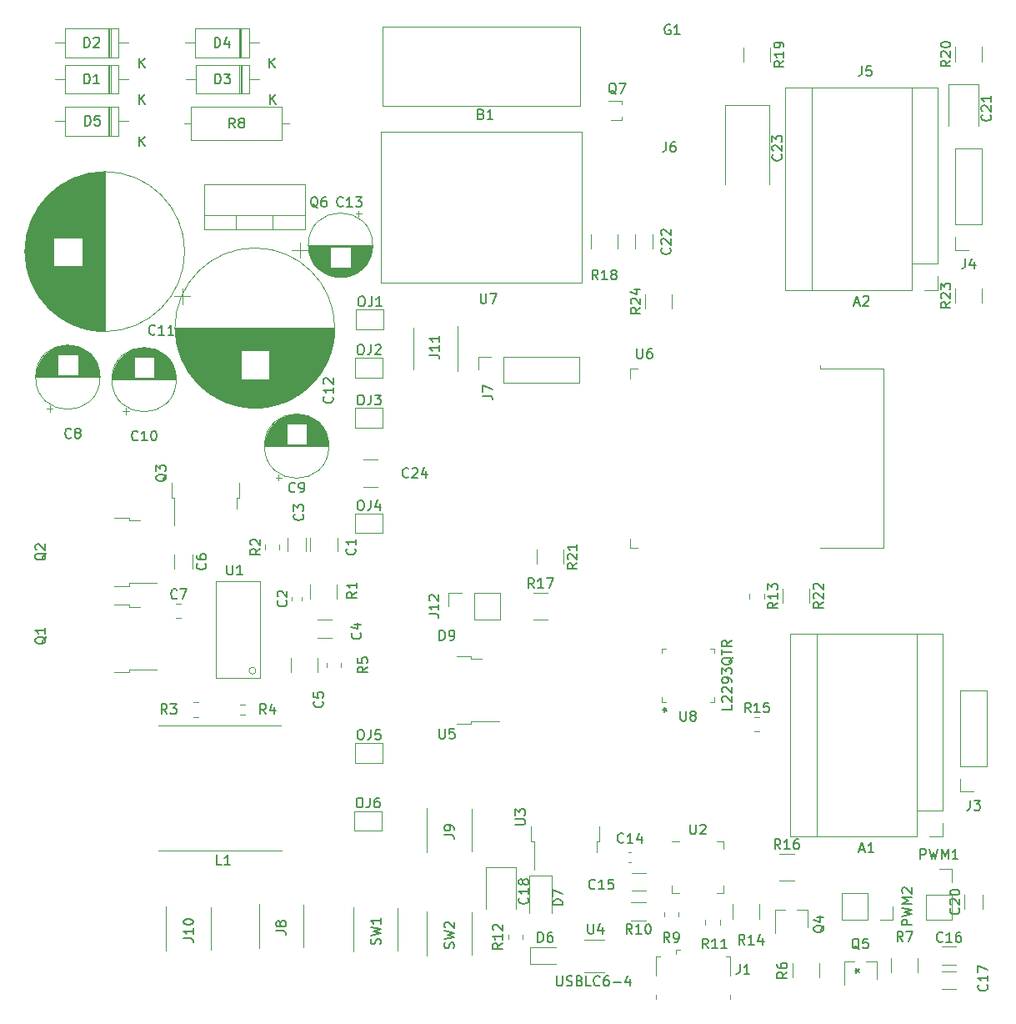
<source format=gbr>
%TF.GenerationSoftware,KiCad,Pcbnew,(5.1.2)-1*%
%TF.CreationDate,2022-02-23T12:59:25-06:00*%
%TF.ProjectId,final project circ 1,66696e61-6c20-4707-926f-6a6563742063,rev?*%
%TF.SameCoordinates,Original*%
%TF.FileFunction,Legend,Top*%
%TF.FilePolarity,Positive*%
%FSLAX46Y46*%
G04 Gerber Fmt 4.6, Leading zero omitted, Abs format (unit mm)*
G04 Created by KiCad (PCBNEW (5.1.2)-1) date 2022-02-23 12:59:25*
%MOMM*%
%LPD*%
G04 APERTURE LIST*
%ADD10C,0.120000*%
%ADD11C,0.150000*%
G04 APERTURE END LIST*
D10*
%TO.C,OJ6*%
X129000000Y-132900000D02*
X131800000Y-132900000D01*
X131800000Y-132900000D02*
X131800000Y-134900000D01*
X131800000Y-134900000D02*
X129000000Y-134900000D01*
X129000000Y-134900000D02*
X129000000Y-132900000D01*
%TO.C,OJ5*%
X129100000Y-126000000D02*
X131900000Y-126000000D01*
X131900000Y-126000000D02*
X131900000Y-128000000D01*
X131900000Y-128000000D02*
X129100000Y-128000000D01*
X129100000Y-128000000D02*
X129100000Y-126000000D01*
%TO.C,OJ4*%
X129100000Y-102700000D02*
X131900000Y-102700000D01*
X131900000Y-102700000D02*
X131900000Y-104700000D01*
X131900000Y-104700000D02*
X129100000Y-104700000D01*
X129100000Y-104700000D02*
X129100000Y-102700000D01*
%TO.C,OJ1*%
X129200000Y-82000000D02*
X132000000Y-82000000D01*
X132000000Y-82000000D02*
X132000000Y-84000000D01*
X132000000Y-84000000D02*
X129200000Y-84000000D01*
X129200000Y-84000000D02*
X129200000Y-82000000D01*
%TO.C,OJ2*%
X129100000Y-86900000D02*
X131900000Y-86900000D01*
X131900000Y-86900000D02*
X131900000Y-88900000D01*
X131900000Y-88900000D02*
X129100000Y-88900000D01*
X129100000Y-88900000D02*
X129100000Y-86900000D01*
%TO.C,OJ3*%
X129100000Y-92000000D02*
X131900000Y-92000000D01*
X131900000Y-92000000D02*
X131900000Y-94000000D01*
X131900000Y-94000000D02*
X129100000Y-94000000D01*
X129100000Y-94000000D02*
X129100000Y-92000000D01*
%TO.C,Q7*%
X156210000Y-62760000D02*
X155050000Y-62760000D01*
X156210000Y-60840000D02*
X154800000Y-60840000D01*
X156210000Y-60840000D02*
X156210000Y-61150000D01*
X156210000Y-62760000D02*
X156210000Y-62450000D01*
%TO.C,C13*%
X129754000Y-72264759D02*
X129124000Y-72264759D01*
X129439000Y-71949759D02*
X129439000Y-72579759D01*
X128002000Y-78691000D02*
X127198000Y-78691000D01*
X128233000Y-78651000D02*
X126967000Y-78651000D01*
X128402000Y-78611000D02*
X126798000Y-78611000D01*
X128540000Y-78571000D02*
X126660000Y-78571000D01*
X128659000Y-78531000D02*
X126541000Y-78531000D01*
X128765000Y-78491000D02*
X126435000Y-78491000D01*
X128862000Y-78451000D02*
X126338000Y-78451000D01*
X128950000Y-78411000D02*
X126250000Y-78411000D01*
X129032000Y-78371000D02*
X126168000Y-78371000D01*
X129109000Y-78331000D02*
X126091000Y-78331000D01*
X129181000Y-78291000D02*
X126019000Y-78291000D01*
X129250000Y-78251000D02*
X125950000Y-78251000D01*
X129314000Y-78211000D02*
X125886000Y-78211000D01*
X129376000Y-78171000D02*
X125824000Y-78171000D01*
X129434000Y-78131000D02*
X125766000Y-78131000D01*
X129490000Y-78091000D02*
X125710000Y-78091000D01*
X129544000Y-78051000D02*
X125656000Y-78051000D01*
X129595000Y-78011000D02*
X125605000Y-78011000D01*
X129644000Y-77971000D02*
X125556000Y-77971000D01*
X129692000Y-77931000D02*
X125508000Y-77931000D01*
X129737000Y-77891000D02*
X125463000Y-77891000D01*
X129782000Y-77851000D02*
X125418000Y-77851000D01*
X129824000Y-77811000D02*
X125376000Y-77811000D01*
X129865000Y-77771000D02*
X125335000Y-77771000D01*
X126560000Y-77731000D02*
X125295000Y-77731000D01*
X129905000Y-77731000D02*
X128640000Y-77731000D01*
X126560000Y-77691000D02*
X125257000Y-77691000D01*
X129943000Y-77691000D02*
X128640000Y-77691000D01*
X126560000Y-77651000D02*
X125220000Y-77651000D01*
X129980000Y-77651000D02*
X128640000Y-77651000D01*
X126560000Y-77611000D02*
X125184000Y-77611000D01*
X130016000Y-77611000D02*
X128640000Y-77611000D01*
X126560000Y-77571000D02*
X125150000Y-77571000D01*
X130050000Y-77571000D02*
X128640000Y-77571000D01*
X126560000Y-77531000D02*
X125116000Y-77531000D01*
X130084000Y-77531000D02*
X128640000Y-77531000D01*
X126560000Y-77491000D02*
X125084000Y-77491000D01*
X130116000Y-77491000D02*
X128640000Y-77491000D01*
X126560000Y-77451000D02*
X125052000Y-77451000D01*
X130148000Y-77451000D02*
X128640000Y-77451000D01*
X126560000Y-77411000D02*
X125022000Y-77411000D01*
X130178000Y-77411000D02*
X128640000Y-77411000D01*
X126560000Y-77371000D02*
X124993000Y-77371000D01*
X130207000Y-77371000D02*
X128640000Y-77371000D01*
X126560000Y-77331000D02*
X124964000Y-77331000D01*
X130236000Y-77331000D02*
X128640000Y-77331000D01*
X126560000Y-77291000D02*
X124936000Y-77291000D01*
X130264000Y-77291000D02*
X128640000Y-77291000D01*
X126560000Y-77251000D02*
X124910000Y-77251000D01*
X130290000Y-77251000D02*
X128640000Y-77251000D01*
X126560000Y-77211000D02*
X124884000Y-77211000D01*
X130316000Y-77211000D02*
X128640000Y-77211000D01*
X126560000Y-77171000D02*
X124858000Y-77171000D01*
X130342000Y-77171000D02*
X128640000Y-77171000D01*
X126560000Y-77131000D02*
X124834000Y-77131000D01*
X130366000Y-77131000D02*
X128640000Y-77131000D01*
X126560000Y-77091000D02*
X124810000Y-77091000D01*
X130390000Y-77091000D02*
X128640000Y-77091000D01*
X126560000Y-77051000D02*
X124788000Y-77051000D01*
X130412000Y-77051000D02*
X128640000Y-77051000D01*
X126560000Y-77011000D02*
X124766000Y-77011000D01*
X130434000Y-77011000D02*
X128640000Y-77011000D01*
X126560000Y-76971000D02*
X124744000Y-76971000D01*
X130456000Y-76971000D02*
X128640000Y-76971000D01*
X126560000Y-76931000D02*
X124724000Y-76931000D01*
X130476000Y-76931000D02*
X128640000Y-76931000D01*
X126560000Y-76891000D02*
X124704000Y-76891000D01*
X130496000Y-76891000D02*
X128640000Y-76891000D01*
X126560000Y-76851000D02*
X124684000Y-76851000D01*
X130516000Y-76851000D02*
X128640000Y-76851000D01*
X126560000Y-76811000D02*
X124666000Y-76811000D01*
X130534000Y-76811000D02*
X128640000Y-76811000D01*
X126560000Y-76771000D02*
X124648000Y-76771000D01*
X130552000Y-76771000D02*
X128640000Y-76771000D01*
X126560000Y-76731000D02*
X124630000Y-76731000D01*
X130570000Y-76731000D02*
X128640000Y-76731000D01*
X126560000Y-76691000D02*
X124614000Y-76691000D01*
X130586000Y-76691000D02*
X128640000Y-76691000D01*
X126560000Y-76651000D02*
X124598000Y-76651000D01*
X130602000Y-76651000D02*
X128640000Y-76651000D01*
X126560000Y-76611000D02*
X124582000Y-76611000D01*
X130618000Y-76611000D02*
X128640000Y-76611000D01*
X126560000Y-76571000D02*
X124567000Y-76571000D01*
X130633000Y-76571000D02*
X128640000Y-76571000D01*
X126560000Y-76531000D02*
X124553000Y-76531000D01*
X130647000Y-76531000D02*
X128640000Y-76531000D01*
X126560000Y-76491000D02*
X124539000Y-76491000D01*
X130661000Y-76491000D02*
X128640000Y-76491000D01*
X126560000Y-76451000D02*
X124526000Y-76451000D01*
X130674000Y-76451000D02*
X128640000Y-76451000D01*
X126560000Y-76411000D02*
X124514000Y-76411000D01*
X130686000Y-76411000D02*
X128640000Y-76411000D01*
X126560000Y-76371000D02*
X124502000Y-76371000D01*
X130698000Y-76371000D02*
X128640000Y-76371000D01*
X126560000Y-76331000D02*
X124490000Y-76331000D01*
X130710000Y-76331000D02*
X128640000Y-76331000D01*
X126560000Y-76291000D02*
X124479000Y-76291000D01*
X130721000Y-76291000D02*
X128640000Y-76291000D01*
X126560000Y-76251000D02*
X124469000Y-76251000D01*
X130731000Y-76251000D02*
X128640000Y-76251000D01*
X126560000Y-76211000D02*
X124459000Y-76211000D01*
X130741000Y-76211000D02*
X128640000Y-76211000D01*
X126560000Y-76171000D02*
X124450000Y-76171000D01*
X130750000Y-76171000D02*
X128640000Y-76171000D01*
X126560000Y-76130000D02*
X124441000Y-76130000D01*
X130759000Y-76130000D02*
X128640000Y-76130000D01*
X126560000Y-76090000D02*
X124433000Y-76090000D01*
X130767000Y-76090000D02*
X128640000Y-76090000D01*
X126560000Y-76050000D02*
X124425000Y-76050000D01*
X130775000Y-76050000D02*
X128640000Y-76050000D01*
X126560000Y-76010000D02*
X124418000Y-76010000D01*
X130782000Y-76010000D02*
X128640000Y-76010000D01*
X126560000Y-75970000D02*
X124411000Y-75970000D01*
X130789000Y-75970000D02*
X128640000Y-75970000D01*
X126560000Y-75930000D02*
X124405000Y-75930000D01*
X130795000Y-75930000D02*
X128640000Y-75930000D01*
X126560000Y-75890000D02*
X124399000Y-75890000D01*
X130801000Y-75890000D02*
X128640000Y-75890000D01*
X126560000Y-75850000D02*
X124394000Y-75850000D01*
X130806000Y-75850000D02*
X128640000Y-75850000D01*
X126560000Y-75810000D02*
X124389000Y-75810000D01*
X130811000Y-75810000D02*
X128640000Y-75810000D01*
X126560000Y-75770000D02*
X124385000Y-75770000D01*
X130815000Y-75770000D02*
X128640000Y-75770000D01*
X126560000Y-75730000D02*
X124382000Y-75730000D01*
X130818000Y-75730000D02*
X128640000Y-75730000D01*
X126560000Y-75690000D02*
X124378000Y-75690000D01*
X130822000Y-75690000D02*
X128640000Y-75690000D01*
X130824000Y-75650000D02*
X124376000Y-75650000D01*
X130827000Y-75610000D02*
X124373000Y-75610000D01*
X130828000Y-75570000D02*
X124372000Y-75570000D01*
X130830000Y-75530000D02*
X124370000Y-75530000D01*
X130830000Y-75490000D02*
X124370000Y-75490000D01*
X130830000Y-75450000D02*
X124370000Y-75450000D01*
X130870000Y-75450000D02*
G75*
G03X130870000Y-75450000I-3270000J0D01*
G01*
%TO.C,J11*%
X139500000Y-88200000D02*
X139500000Y-83700000D01*
X135000000Y-88100000D02*
X135000000Y-83800000D01*
%TO.C,B1*%
X151900000Y-61300000D02*
X131900000Y-61300000D01*
X151900000Y-53300000D02*
X151900000Y-61300000D01*
X131900000Y-53300000D02*
X151900000Y-53300000D01*
X131900000Y-61300000D02*
X131900000Y-53300000D01*
%TO.C,U8*%
X160194900Y-121309739D02*
X160194900Y-121805100D01*
X160690261Y-116394900D02*
X160194900Y-116394900D01*
X165605100Y-116890261D02*
X165605100Y-116394900D01*
X165109739Y-121805100D02*
X165605100Y-121805100D01*
X160194900Y-121805100D02*
X160690261Y-121805100D01*
X160194900Y-116394900D02*
X160194900Y-116890261D01*
X165605100Y-116394900D02*
X165109739Y-116394900D01*
X165605100Y-121805100D02*
X165605100Y-121309739D01*
%TO.C,Q4*%
X175019601Y-142936001D02*
X173969601Y-142936001D01*
X175019601Y-144736001D02*
X175019601Y-142936001D01*
X171719601Y-142936001D02*
X172769601Y-142936001D01*
X171719601Y-145336001D02*
X171719601Y-142936001D01*
%TO.C,Q5*%
X182050000Y-148150000D02*
X181000000Y-148150000D01*
X182050000Y-149950000D02*
X182050000Y-148150000D01*
X178750000Y-148150000D02*
X179800000Y-148150000D01*
X178750000Y-150550000D02*
X178750000Y-148150000D01*
%TO.C,C12*%
X124255000Y-75960509D02*
X122655000Y-75960509D01*
X123455000Y-75160509D02*
X123455000Y-76760509D01*
X119665000Y-91931000D02*
X118135000Y-91931000D01*
X119998000Y-91891000D02*
X117802000Y-91891000D01*
X120251000Y-91851000D02*
X117549000Y-91851000D01*
X120464000Y-91811000D02*
X117336000Y-91811000D01*
X120652000Y-91771000D02*
X117148000Y-91771000D01*
X120820000Y-91731000D02*
X116980000Y-91731000D01*
X120974000Y-91691000D02*
X116826000Y-91691000D01*
X121118000Y-91651000D02*
X116682000Y-91651000D01*
X121251000Y-91611000D02*
X116549000Y-91611000D01*
X121378000Y-91571000D02*
X116422000Y-91571000D01*
X121497000Y-91531000D02*
X116303000Y-91531000D01*
X121611000Y-91491000D02*
X116189000Y-91491000D01*
X121720000Y-91451000D02*
X116080000Y-91451000D01*
X121824000Y-91411000D02*
X115976000Y-91411000D01*
X121924000Y-91371000D02*
X115876000Y-91371000D01*
X122020000Y-91331000D02*
X115780000Y-91331000D01*
X122113000Y-91291000D02*
X115687000Y-91291000D01*
X122203000Y-91251000D02*
X115597000Y-91251000D01*
X122290000Y-91211000D02*
X115510000Y-91211000D01*
X122375000Y-91171000D02*
X115425000Y-91171000D01*
X122457000Y-91131000D02*
X115343000Y-91131000D01*
X122537000Y-91091000D02*
X115263000Y-91091000D01*
X122615000Y-91051000D02*
X115185000Y-91051000D01*
X122690000Y-91011000D02*
X115110000Y-91011000D01*
X122764000Y-90971000D02*
X115036000Y-90971000D01*
X122836000Y-90931000D02*
X114964000Y-90931000D01*
X122907000Y-90891000D02*
X114893000Y-90891000D01*
X122976000Y-90851000D02*
X114824000Y-90851000D01*
X123043000Y-90811000D02*
X114757000Y-90811000D01*
X123109000Y-90771000D02*
X114691000Y-90771000D01*
X123173000Y-90731000D02*
X114627000Y-90731000D01*
X123236000Y-90691000D02*
X114564000Y-90691000D01*
X123298000Y-90651000D02*
X114502000Y-90651000D01*
X123359000Y-90611000D02*
X114441000Y-90611000D01*
X123419000Y-90571000D02*
X114381000Y-90571000D01*
X123477000Y-90531000D02*
X114323000Y-90531000D01*
X123534000Y-90491000D02*
X114266000Y-90491000D01*
X123591000Y-90451000D02*
X114209000Y-90451000D01*
X123646000Y-90411000D02*
X114154000Y-90411000D01*
X123700000Y-90371000D02*
X114100000Y-90371000D01*
X123754000Y-90331000D02*
X114046000Y-90331000D01*
X123806000Y-90291000D02*
X113994000Y-90291000D01*
X123858000Y-90251000D02*
X113942000Y-90251000D01*
X123909000Y-90211000D02*
X113891000Y-90211000D01*
X123959000Y-90171000D02*
X113841000Y-90171000D01*
X124008000Y-90131000D02*
X113792000Y-90131000D01*
X124056000Y-90091000D02*
X113744000Y-90091000D01*
X124104000Y-90051000D02*
X113696000Y-90051000D01*
X124151000Y-90011000D02*
X113649000Y-90011000D01*
X124197000Y-89971000D02*
X113603000Y-89971000D01*
X124243000Y-89931000D02*
X113557000Y-89931000D01*
X124288000Y-89891000D02*
X113512000Y-89891000D01*
X124332000Y-89851000D02*
X113468000Y-89851000D01*
X124375000Y-89811000D02*
X113425000Y-89811000D01*
X124418000Y-89771000D02*
X113382000Y-89771000D01*
X124460000Y-89731000D02*
X113340000Y-89731000D01*
X124502000Y-89691000D02*
X113298000Y-89691000D01*
X124543000Y-89651000D02*
X113257000Y-89651000D01*
X124584000Y-89611000D02*
X113216000Y-89611000D01*
X124624000Y-89571000D02*
X113176000Y-89571000D01*
X124663000Y-89531000D02*
X113137000Y-89531000D01*
X124702000Y-89491000D02*
X113098000Y-89491000D01*
X124740000Y-89451000D02*
X113060000Y-89451000D01*
X124778000Y-89411000D02*
X113022000Y-89411000D01*
X124816000Y-89371000D02*
X112984000Y-89371000D01*
X124852000Y-89331000D02*
X112948000Y-89331000D01*
X124889000Y-89291000D02*
X112911000Y-89291000D01*
X124925000Y-89251000D02*
X112875000Y-89251000D01*
X124960000Y-89211000D02*
X112840000Y-89211000D01*
X124995000Y-89171000D02*
X112805000Y-89171000D01*
X125029000Y-89131000D02*
X112771000Y-89131000D01*
X125063000Y-89091000D02*
X112737000Y-89091000D01*
X125097000Y-89051000D02*
X112703000Y-89051000D01*
X117460000Y-89011000D02*
X112670000Y-89011000D01*
X125130000Y-89011000D02*
X120340000Y-89011000D01*
X117460000Y-88971000D02*
X112637000Y-88971000D01*
X125163000Y-88971000D02*
X120340000Y-88971000D01*
X117460000Y-88931000D02*
X112605000Y-88931000D01*
X125195000Y-88931000D02*
X120340000Y-88931000D01*
X117460000Y-88891000D02*
X112573000Y-88891000D01*
X125227000Y-88891000D02*
X120340000Y-88891000D01*
X117460000Y-88851000D02*
X112542000Y-88851000D01*
X125258000Y-88851000D02*
X120340000Y-88851000D01*
X117460000Y-88811000D02*
X112510000Y-88811000D01*
X125290000Y-88811000D02*
X120340000Y-88811000D01*
X117460000Y-88771000D02*
X112480000Y-88771000D01*
X125320000Y-88771000D02*
X120340000Y-88771000D01*
X117460000Y-88731000D02*
X112450000Y-88731000D01*
X125350000Y-88731000D02*
X120340000Y-88731000D01*
X117460000Y-88691000D02*
X112420000Y-88691000D01*
X125380000Y-88691000D02*
X120340000Y-88691000D01*
X117460000Y-88651000D02*
X112390000Y-88651000D01*
X125410000Y-88651000D02*
X120340000Y-88651000D01*
X117460000Y-88611000D02*
X112361000Y-88611000D01*
X125439000Y-88611000D02*
X120340000Y-88611000D01*
X117460000Y-88571000D02*
X112332000Y-88571000D01*
X125468000Y-88571000D02*
X120340000Y-88571000D01*
X117460000Y-88531000D02*
X112304000Y-88531000D01*
X125496000Y-88531000D02*
X120340000Y-88531000D01*
X117460000Y-88491000D02*
X112276000Y-88491000D01*
X125524000Y-88491000D02*
X120340000Y-88491000D01*
X117460000Y-88451000D02*
X112248000Y-88451000D01*
X125552000Y-88451000D02*
X120340000Y-88451000D01*
X117460000Y-88411000D02*
X112221000Y-88411000D01*
X125579000Y-88411000D02*
X120340000Y-88411000D01*
X117460000Y-88371000D02*
X112194000Y-88371000D01*
X125606000Y-88371000D02*
X120340000Y-88371000D01*
X117460000Y-88331000D02*
X112167000Y-88331000D01*
X125633000Y-88331000D02*
X120340000Y-88331000D01*
X117460000Y-88291000D02*
X112141000Y-88291000D01*
X125659000Y-88291000D02*
X120340000Y-88291000D01*
X117460000Y-88251000D02*
X112115000Y-88251000D01*
X125685000Y-88251000D02*
X120340000Y-88251000D01*
X117460000Y-88211000D02*
X112089000Y-88211000D01*
X125711000Y-88211000D02*
X120340000Y-88211000D01*
X117460000Y-88171000D02*
X112064000Y-88171000D01*
X125736000Y-88171000D02*
X120340000Y-88171000D01*
X117460000Y-88131000D02*
X112039000Y-88131000D01*
X125761000Y-88131000D02*
X120340000Y-88131000D01*
X117460000Y-88091000D02*
X112014000Y-88091000D01*
X125786000Y-88091000D02*
X120340000Y-88091000D01*
X117460000Y-88051000D02*
X111990000Y-88051000D01*
X125810000Y-88051000D02*
X120340000Y-88051000D01*
X117460000Y-88011000D02*
X111966000Y-88011000D01*
X125834000Y-88011000D02*
X120340000Y-88011000D01*
X117460000Y-87971000D02*
X111942000Y-87971000D01*
X125858000Y-87971000D02*
X120340000Y-87971000D01*
X117460000Y-87931000D02*
X111919000Y-87931000D01*
X125881000Y-87931000D02*
X120340000Y-87931000D01*
X117460000Y-87891000D02*
X111896000Y-87891000D01*
X125904000Y-87891000D02*
X120340000Y-87891000D01*
X117460000Y-87851000D02*
X111873000Y-87851000D01*
X125927000Y-87851000D02*
X120340000Y-87851000D01*
X117460000Y-87811000D02*
X111851000Y-87811000D01*
X125949000Y-87811000D02*
X120340000Y-87811000D01*
X117460000Y-87771000D02*
X111828000Y-87771000D01*
X125972000Y-87771000D02*
X120340000Y-87771000D01*
X117460000Y-87731000D02*
X111806000Y-87731000D01*
X125994000Y-87731000D02*
X120340000Y-87731000D01*
X117460000Y-87691000D02*
X111785000Y-87691000D01*
X126015000Y-87691000D02*
X120340000Y-87691000D01*
X117460000Y-87651000D02*
X111764000Y-87651000D01*
X126036000Y-87651000D02*
X120340000Y-87651000D01*
X117460000Y-87611000D02*
X111743000Y-87611000D01*
X126057000Y-87611000D02*
X120340000Y-87611000D01*
X117460000Y-87571000D02*
X111722000Y-87571000D01*
X126078000Y-87571000D02*
X120340000Y-87571000D01*
X117460000Y-87531000D02*
X111701000Y-87531000D01*
X126099000Y-87531000D02*
X120340000Y-87531000D01*
X117460000Y-87491000D02*
X111681000Y-87491000D01*
X126119000Y-87491000D02*
X120340000Y-87491000D01*
X117460000Y-87451000D02*
X111661000Y-87451000D01*
X126139000Y-87451000D02*
X120340000Y-87451000D01*
X117460000Y-87411000D02*
X111642000Y-87411000D01*
X126158000Y-87411000D02*
X120340000Y-87411000D01*
X117460000Y-87371000D02*
X111622000Y-87371000D01*
X126178000Y-87371000D02*
X120340000Y-87371000D01*
X117460000Y-87331000D02*
X111603000Y-87331000D01*
X126197000Y-87331000D02*
X120340000Y-87331000D01*
X117460000Y-87291000D02*
X111584000Y-87291000D01*
X126216000Y-87291000D02*
X120340000Y-87291000D01*
X117460000Y-87251000D02*
X111566000Y-87251000D01*
X126234000Y-87251000D02*
X120340000Y-87251000D01*
X117460000Y-87211000D02*
X111547000Y-87211000D01*
X126253000Y-87211000D02*
X120340000Y-87211000D01*
X117460000Y-87171000D02*
X111529000Y-87171000D01*
X126271000Y-87171000D02*
X120340000Y-87171000D01*
X117460000Y-87131000D02*
X111511000Y-87131000D01*
X126289000Y-87131000D02*
X120340000Y-87131000D01*
X117460000Y-87091000D02*
X111494000Y-87091000D01*
X126306000Y-87091000D02*
X120340000Y-87091000D01*
X117460000Y-87051000D02*
X111477000Y-87051000D01*
X126323000Y-87051000D02*
X120340000Y-87051000D01*
X117460000Y-87011000D02*
X111460000Y-87011000D01*
X126340000Y-87011000D02*
X120340000Y-87011000D01*
X117460000Y-86971000D02*
X111443000Y-86971000D01*
X126357000Y-86971000D02*
X120340000Y-86971000D01*
X117460000Y-86931000D02*
X111426000Y-86931000D01*
X126374000Y-86931000D02*
X120340000Y-86931000D01*
X117460000Y-86891000D02*
X111410000Y-86891000D01*
X126390000Y-86891000D02*
X120340000Y-86891000D01*
X117460000Y-86851000D02*
X111394000Y-86851000D01*
X126406000Y-86851000D02*
X120340000Y-86851000D01*
X117460000Y-86811000D02*
X111378000Y-86811000D01*
X126422000Y-86811000D02*
X120340000Y-86811000D01*
X117460000Y-86771000D02*
X111363000Y-86771000D01*
X126437000Y-86771000D02*
X120340000Y-86771000D01*
X117460000Y-86731000D02*
X111347000Y-86731000D01*
X126453000Y-86731000D02*
X120340000Y-86731000D01*
X117460000Y-86691000D02*
X111332000Y-86691000D01*
X126468000Y-86691000D02*
X120340000Y-86691000D01*
X117460000Y-86651000D02*
X111318000Y-86651000D01*
X126482000Y-86651000D02*
X120340000Y-86651000D01*
X117460000Y-86611000D02*
X111303000Y-86611000D01*
X126497000Y-86611000D02*
X120340000Y-86611000D01*
X117460000Y-86571000D02*
X111289000Y-86571000D01*
X126511000Y-86571000D02*
X120340000Y-86571000D01*
X117460000Y-86531000D02*
X111275000Y-86531000D01*
X126525000Y-86531000D02*
X120340000Y-86531000D01*
X117460000Y-86491000D02*
X111261000Y-86491000D01*
X126539000Y-86491000D02*
X120340000Y-86491000D01*
X117460000Y-86451000D02*
X111247000Y-86451000D01*
X126553000Y-86451000D02*
X120340000Y-86451000D01*
X117460000Y-86411000D02*
X111234000Y-86411000D01*
X126566000Y-86411000D02*
X120340000Y-86411000D01*
X117460000Y-86371000D02*
X111220000Y-86371000D01*
X126580000Y-86371000D02*
X120340000Y-86371000D01*
X117460000Y-86331000D02*
X111207000Y-86331000D01*
X126593000Y-86331000D02*
X120340000Y-86331000D01*
X117460000Y-86291000D02*
X111195000Y-86291000D01*
X126605000Y-86291000D02*
X120340000Y-86291000D01*
X117460000Y-86251000D02*
X111182000Y-86251000D01*
X126618000Y-86251000D02*
X120340000Y-86251000D01*
X117460000Y-86211000D02*
X111170000Y-86211000D01*
X126630000Y-86211000D02*
X120340000Y-86211000D01*
X117460000Y-86171000D02*
X111158000Y-86171000D01*
X126642000Y-86171000D02*
X120340000Y-86171000D01*
X126654000Y-86131000D02*
X111146000Y-86131000D01*
X126665000Y-86091000D02*
X111135000Y-86091000D01*
X126677000Y-86051000D02*
X111123000Y-86051000D01*
X126688000Y-86011000D02*
X111112000Y-86011000D01*
X126699000Y-85971000D02*
X111101000Y-85971000D01*
X126710000Y-85931000D02*
X111090000Y-85931000D01*
X126720000Y-85891000D02*
X111080000Y-85891000D01*
X126730000Y-85851000D02*
X111070000Y-85851000D01*
X126740000Y-85811000D02*
X111060000Y-85811000D01*
X126750000Y-85771000D02*
X111050000Y-85771000D01*
X126760000Y-85731000D02*
X111040000Y-85731000D01*
X126769000Y-85691000D02*
X111031000Y-85691000D01*
X126778000Y-85651000D02*
X111022000Y-85651000D01*
X126787000Y-85611000D02*
X111013000Y-85611000D01*
X126796000Y-85571000D02*
X111004000Y-85571000D01*
X126805000Y-85531000D02*
X110995000Y-85531000D01*
X126813000Y-85491000D02*
X110987000Y-85491000D01*
X126821000Y-85451000D02*
X110979000Y-85451000D01*
X126829000Y-85411000D02*
X110971000Y-85411000D01*
X126837000Y-85371000D02*
X110963000Y-85371000D01*
X126844000Y-85331000D02*
X110956000Y-85331000D01*
X126852000Y-85291000D02*
X110948000Y-85291000D01*
X126859000Y-85251000D02*
X110941000Y-85251000D01*
X126866000Y-85211000D02*
X110934000Y-85211000D01*
X126872000Y-85171000D02*
X110928000Y-85171000D01*
X126879000Y-85131000D02*
X110921000Y-85131000D01*
X126885000Y-85091000D02*
X110915000Y-85091000D01*
X126891000Y-85051000D02*
X110909000Y-85051000D01*
X126897000Y-85011000D02*
X110903000Y-85011000D01*
X126903000Y-84971000D02*
X110897000Y-84971000D01*
X126908000Y-84931000D02*
X110892000Y-84931000D01*
X126914000Y-84891000D02*
X110886000Y-84891000D01*
X126919000Y-84851000D02*
X110881000Y-84851000D01*
X126924000Y-84811000D02*
X110876000Y-84811000D01*
X126928000Y-84771000D02*
X110872000Y-84771000D01*
X126933000Y-84731000D02*
X110867000Y-84731000D01*
X126937000Y-84691000D02*
X110863000Y-84691000D01*
X126941000Y-84651000D02*
X110859000Y-84651000D01*
X126945000Y-84611000D02*
X110855000Y-84611000D01*
X126949000Y-84571000D02*
X110851000Y-84571000D01*
X126952000Y-84530000D02*
X110848000Y-84530000D01*
X126955000Y-84490000D02*
X110845000Y-84490000D01*
X126958000Y-84450000D02*
X110842000Y-84450000D01*
X126961000Y-84410000D02*
X110839000Y-84410000D01*
X126964000Y-84370000D02*
X110836000Y-84370000D01*
X126966000Y-84330000D02*
X110834000Y-84330000D01*
X126969000Y-84290000D02*
X110831000Y-84290000D01*
X126971000Y-84250000D02*
X110829000Y-84250000D01*
X126973000Y-84210000D02*
X110827000Y-84210000D01*
X126974000Y-84170000D02*
X110826000Y-84170000D01*
X126976000Y-84130000D02*
X110824000Y-84130000D01*
X126977000Y-84090000D02*
X110823000Y-84090000D01*
X126978000Y-84050000D02*
X110822000Y-84050000D01*
X126979000Y-84010000D02*
X110821000Y-84010000D01*
X126980000Y-83970000D02*
X110820000Y-83970000D01*
X126980000Y-83930000D02*
X110820000Y-83930000D01*
X126980000Y-83890000D02*
X110820000Y-83890000D01*
X126981000Y-83850000D02*
X110819000Y-83850000D01*
X127020000Y-83850000D02*
G75*
G03X127020000Y-83850000I-8120000J0D01*
G01*
%TO.C,R10*%
X158589564Y-142190000D02*
X157135436Y-142190000D01*
X158589564Y-144010000D02*
X157135436Y-144010000D01*
%TO.C,C24*%
X131361252Y-97240000D02*
X129938748Y-97240000D01*
X131361252Y-99960000D02*
X129938748Y-99960000D01*
%TO.C,U7*%
X131700000Y-63900000D02*
X131700000Y-79300000D01*
X152100000Y-63900000D02*
X131700000Y-63900000D01*
X152100000Y-79300000D02*
X152100000Y-63900000D01*
X131700000Y-79300000D02*
X152100000Y-79300000D01*
%TO.C,C6*%
X112560000Y-106888748D02*
X112560000Y-108311252D01*
X110740000Y-106888748D02*
X110740000Y-108311252D01*
%TO.C,C3*%
X124060000Y-106561252D02*
X124060000Y-105138748D01*
X122240000Y-106561252D02*
X122240000Y-105138748D01*
%TO.C,C5*%
X122540000Y-117388748D02*
X122540000Y-118811252D01*
X125260000Y-117388748D02*
X125260000Y-118811252D01*
%TO.C,C7*%
X110888748Y-113335000D02*
X111411252Y-113335000D01*
X110888748Y-111865000D02*
X111411252Y-111865000D01*
%TO.C,C1*%
X124540000Y-106561252D02*
X124540000Y-105138748D01*
X127260000Y-106561252D02*
X127260000Y-105138748D01*
%TO.C,C2*%
X122640000Y-111490580D02*
X122640000Y-111209420D01*
X123660000Y-111490580D02*
X123660000Y-111209420D01*
%TO.C,C4*%
X125288748Y-115310000D02*
X126711252Y-115310000D01*
X125288748Y-113490000D02*
X126711252Y-113490000D01*
%TO.C,Q2*%
X104620000Y-110050000D02*
X106120000Y-110050000D01*
X106120000Y-110050000D02*
X106120000Y-109780000D01*
X106120000Y-109780000D02*
X108950000Y-109780000D01*
X104620000Y-103150000D02*
X106120000Y-103150000D01*
X106120000Y-103150000D02*
X106120000Y-103420000D01*
X106120000Y-103420000D02*
X107220000Y-103420000D01*
%TO.C,Q1*%
X106120000Y-112170000D02*
X107220000Y-112170000D01*
X106120000Y-111900000D02*
X106120000Y-112170000D01*
X104620000Y-111900000D02*
X106120000Y-111900000D01*
X106120000Y-118530000D02*
X108950000Y-118530000D01*
X106120000Y-118800000D02*
X106120000Y-118530000D01*
X104620000Y-118800000D02*
X106120000Y-118800000D01*
%TO.C,R1*%
X124545000Y-111323737D02*
X124545000Y-109876263D01*
X127255000Y-111323737D02*
X127255000Y-109876263D01*
%TO.C,R4*%
X117887258Y-122077500D02*
X117412742Y-122077500D01*
X117887258Y-123122500D02*
X117412742Y-123122500D01*
%TO.C,Q3*%
X117080000Y-101070000D02*
X117080000Y-102170000D01*
X117350000Y-101070000D02*
X117080000Y-101070000D01*
X117350000Y-99570000D02*
X117350000Y-101070000D01*
X110720000Y-101070000D02*
X110720000Y-103900000D01*
X110450000Y-101070000D02*
X110720000Y-101070000D01*
X110450000Y-99570000D02*
X110450000Y-101070000D01*
%TO.C,L1*%
X121570000Y-124250000D02*
X109100000Y-124250000D01*
X121590000Y-136930000D02*
X109100000Y-136930000D01*
%TO.C,R2*%
X121385000Y-106327064D02*
X121385000Y-105872936D01*
X119915000Y-106327064D02*
X119915000Y-105872936D01*
%TO.C,R5*%
X127635000Y-118327064D02*
X127635000Y-117872936D01*
X126165000Y-118327064D02*
X126165000Y-117872936D01*
%TO.C,R3*%
X113127064Y-123335000D02*
X112672936Y-123335000D01*
X113127064Y-121865000D02*
X112672936Y-121865000D01*
%TO.C,U1*%
X118996699Y-118660000D02*
G75*
G03X118996699Y-118660000I-346699J0D01*
G01*
X114900000Y-109600000D02*
X119400000Y-109600000D01*
X114900000Y-119400000D02*
X114900000Y-109600000D01*
X119400000Y-119400000D02*
X114900000Y-119400000D01*
X119400000Y-109600000D02*
X119400000Y-119400000D01*
%TO.C,A1*%
X173300000Y-135500000D02*
X186130000Y-135500000D01*
X173300000Y-114920000D02*
X173300000Y-135500000D01*
X188800000Y-114920000D02*
X173300000Y-114920000D01*
X188800000Y-132830000D02*
X188800000Y-114920000D01*
X186130000Y-132830000D02*
X188800000Y-132830000D01*
X186130000Y-135500000D02*
X186130000Y-132830000D01*
X188800000Y-135500000D02*
X188800000Y-134100000D01*
X187400000Y-135500000D02*
X188800000Y-135500000D01*
X186130000Y-132830000D02*
X186130000Y-114920000D01*
X175970000Y-135500000D02*
X175970000Y-114920000D01*
%TO.C,A2*%
X175470000Y-80000000D02*
X175470000Y-59420000D01*
X185630000Y-77330000D02*
X185630000Y-59420000D01*
X186900000Y-80000000D02*
X188300000Y-80000000D01*
X188300000Y-80000000D02*
X188300000Y-78600000D01*
X185630000Y-80000000D02*
X185630000Y-77330000D01*
X185630000Y-77330000D02*
X188300000Y-77330000D01*
X188300000Y-77330000D02*
X188300000Y-59420000D01*
X188300000Y-59420000D02*
X172800000Y-59420000D01*
X172800000Y-59420000D02*
X172800000Y-80000000D01*
X172800000Y-80000000D02*
X185630000Y-80000000D01*
%TO.C,C8*%
X103170000Y-88850000D02*
G75*
G03X103170000Y-88850000I-3270000J0D01*
G01*
X96670000Y-88850000D02*
X103130000Y-88850000D01*
X96670000Y-88810000D02*
X103130000Y-88810000D01*
X96670000Y-88770000D02*
X103130000Y-88770000D01*
X96672000Y-88730000D02*
X103128000Y-88730000D01*
X96673000Y-88690000D02*
X103127000Y-88690000D01*
X96676000Y-88650000D02*
X103124000Y-88650000D01*
X96678000Y-88610000D02*
X98860000Y-88610000D01*
X100940000Y-88610000D02*
X103122000Y-88610000D01*
X96682000Y-88570000D02*
X98860000Y-88570000D01*
X100940000Y-88570000D02*
X103118000Y-88570000D01*
X96685000Y-88530000D02*
X98860000Y-88530000D01*
X100940000Y-88530000D02*
X103115000Y-88530000D01*
X96689000Y-88490000D02*
X98860000Y-88490000D01*
X100940000Y-88490000D02*
X103111000Y-88490000D01*
X96694000Y-88450000D02*
X98860000Y-88450000D01*
X100940000Y-88450000D02*
X103106000Y-88450000D01*
X96699000Y-88410000D02*
X98860000Y-88410000D01*
X100940000Y-88410000D02*
X103101000Y-88410000D01*
X96705000Y-88370000D02*
X98860000Y-88370000D01*
X100940000Y-88370000D02*
X103095000Y-88370000D01*
X96711000Y-88330000D02*
X98860000Y-88330000D01*
X100940000Y-88330000D02*
X103089000Y-88330000D01*
X96718000Y-88290000D02*
X98860000Y-88290000D01*
X100940000Y-88290000D02*
X103082000Y-88290000D01*
X96725000Y-88250000D02*
X98860000Y-88250000D01*
X100940000Y-88250000D02*
X103075000Y-88250000D01*
X96733000Y-88210000D02*
X98860000Y-88210000D01*
X100940000Y-88210000D02*
X103067000Y-88210000D01*
X96741000Y-88170000D02*
X98860000Y-88170000D01*
X100940000Y-88170000D02*
X103059000Y-88170000D01*
X96750000Y-88129000D02*
X98860000Y-88129000D01*
X100940000Y-88129000D02*
X103050000Y-88129000D01*
X96759000Y-88089000D02*
X98860000Y-88089000D01*
X100940000Y-88089000D02*
X103041000Y-88089000D01*
X96769000Y-88049000D02*
X98860000Y-88049000D01*
X100940000Y-88049000D02*
X103031000Y-88049000D01*
X96779000Y-88009000D02*
X98860000Y-88009000D01*
X100940000Y-88009000D02*
X103021000Y-88009000D01*
X96790000Y-87969000D02*
X98860000Y-87969000D01*
X100940000Y-87969000D02*
X103010000Y-87969000D01*
X96802000Y-87929000D02*
X98860000Y-87929000D01*
X100940000Y-87929000D02*
X102998000Y-87929000D01*
X96814000Y-87889000D02*
X98860000Y-87889000D01*
X100940000Y-87889000D02*
X102986000Y-87889000D01*
X96826000Y-87849000D02*
X98860000Y-87849000D01*
X100940000Y-87849000D02*
X102974000Y-87849000D01*
X96839000Y-87809000D02*
X98860000Y-87809000D01*
X100940000Y-87809000D02*
X102961000Y-87809000D01*
X96853000Y-87769000D02*
X98860000Y-87769000D01*
X100940000Y-87769000D02*
X102947000Y-87769000D01*
X96867000Y-87729000D02*
X98860000Y-87729000D01*
X100940000Y-87729000D02*
X102933000Y-87729000D01*
X96882000Y-87689000D02*
X98860000Y-87689000D01*
X100940000Y-87689000D02*
X102918000Y-87689000D01*
X96898000Y-87649000D02*
X98860000Y-87649000D01*
X100940000Y-87649000D02*
X102902000Y-87649000D01*
X96914000Y-87609000D02*
X98860000Y-87609000D01*
X100940000Y-87609000D02*
X102886000Y-87609000D01*
X96930000Y-87569000D02*
X98860000Y-87569000D01*
X100940000Y-87569000D02*
X102870000Y-87569000D01*
X96948000Y-87529000D02*
X98860000Y-87529000D01*
X100940000Y-87529000D02*
X102852000Y-87529000D01*
X96966000Y-87489000D02*
X98860000Y-87489000D01*
X100940000Y-87489000D02*
X102834000Y-87489000D01*
X96984000Y-87449000D02*
X98860000Y-87449000D01*
X100940000Y-87449000D02*
X102816000Y-87449000D01*
X97004000Y-87409000D02*
X98860000Y-87409000D01*
X100940000Y-87409000D02*
X102796000Y-87409000D01*
X97024000Y-87369000D02*
X98860000Y-87369000D01*
X100940000Y-87369000D02*
X102776000Y-87369000D01*
X97044000Y-87329000D02*
X98860000Y-87329000D01*
X100940000Y-87329000D02*
X102756000Y-87329000D01*
X97066000Y-87289000D02*
X98860000Y-87289000D01*
X100940000Y-87289000D02*
X102734000Y-87289000D01*
X97088000Y-87249000D02*
X98860000Y-87249000D01*
X100940000Y-87249000D02*
X102712000Y-87249000D01*
X97110000Y-87209000D02*
X98860000Y-87209000D01*
X100940000Y-87209000D02*
X102690000Y-87209000D01*
X97134000Y-87169000D02*
X98860000Y-87169000D01*
X100940000Y-87169000D02*
X102666000Y-87169000D01*
X97158000Y-87129000D02*
X98860000Y-87129000D01*
X100940000Y-87129000D02*
X102642000Y-87129000D01*
X97184000Y-87089000D02*
X98860000Y-87089000D01*
X100940000Y-87089000D02*
X102616000Y-87089000D01*
X97210000Y-87049000D02*
X98860000Y-87049000D01*
X100940000Y-87049000D02*
X102590000Y-87049000D01*
X97236000Y-87009000D02*
X98860000Y-87009000D01*
X100940000Y-87009000D02*
X102564000Y-87009000D01*
X97264000Y-86969000D02*
X98860000Y-86969000D01*
X100940000Y-86969000D02*
X102536000Y-86969000D01*
X97293000Y-86929000D02*
X98860000Y-86929000D01*
X100940000Y-86929000D02*
X102507000Y-86929000D01*
X97322000Y-86889000D02*
X98860000Y-86889000D01*
X100940000Y-86889000D02*
X102478000Y-86889000D01*
X97352000Y-86849000D02*
X98860000Y-86849000D01*
X100940000Y-86849000D02*
X102448000Y-86849000D01*
X97384000Y-86809000D02*
X98860000Y-86809000D01*
X100940000Y-86809000D02*
X102416000Y-86809000D01*
X97416000Y-86769000D02*
X98860000Y-86769000D01*
X100940000Y-86769000D02*
X102384000Y-86769000D01*
X97450000Y-86729000D02*
X98860000Y-86729000D01*
X100940000Y-86729000D02*
X102350000Y-86729000D01*
X97484000Y-86689000D02*
X98860000Y-86689000D01*
X100940000Y-86689000D02*
X102316000Y-86689000D01*
X97520000Y-86649000D02*
X98860000Y-86649000D01*
X100940000Y-86649000D02*
X102280000Y-86649000D01*
X97557000Y-86609000D02*
X98860000Y-86609000D01*
X100940000Y-86609000D02*
X102243000Y-86609000D01*
X97595000Y-86569000D02*
X98860000Y-86569000D01*
X100940000Y-86569000D02*
X102205000Y-86569000D01*
X97635000Y-86529000D02*
X102165000Y-86529000D01*
X97676000Y-86489000D02*
X102124000Y-86489000D01*
X97718000Y-86449000D02*
X102082000Y-86449000D01*
X97763000Y-86409000D02*
X102037000Y-86409000D01*
X97808000Y-86369000D02*
X101992000Y-86369000D01*
X97856000Y-86329000D02*
X101944000Y-86329000D01*
X97905000Y-86289000D02*
X101895000Y-86289000D01*
X97956000Y-86249000D02*
X101844000Y-86249000D01*
X98010000Y-86209000D02*
X101790000Y-86209000D01*
X98066000Y-86169000D02*
X101734000Y-86169000D01*
X98124000Y-86129000D02*
X101676000Y-86129000D01*
X98186000Y-86089000D02*
X101614000Y-86089000D01*
X98250000Y-86049000D02*
X101550000Y-86049000D01*
X98319000Y-86009000D02*
X101481000Y-86009000D01*
X98391000Y-85969000D02*
X101409000Y-85969000D01*
X98468000Y-85929000D02*
X101332000Y-85929000D01*
X98550000Y-85889000D02*
X101250000Y-85889000D01*
X98638000Y-85849000D02*
X101162000Y-85849000D01*
X98735000Y-85809000D02*
X101065000Y-85809000D01*
X98841000Y-85769000D02*
X100959000Y-85769000D01*
X98960000Y-85729000D02*
X100840000Y-85729000D01*
X99098000Y-85689000D02*
X100702000Y-85689000D01*
X99267000Y-85649000D02*
X100533000Y-85649000D01*
X99498000Y-85609000D02*
X100302000Y-85609000D01*
X98061000Y-92350241D02*
X98061000Y-91720241D01*
X97746000Y-92035241D02*
X98376000Y-92035241D01*
%TO.C,C9*%
X120996000Y-99035241D02*
X121626000Y-99035241D01*
X121311000Y-99350241D02*
X121311000Y-98720241D01*
X122748000Y-92609000D02*
X123552000Y-92609000D01*
X122517000Y-92649000D02*
X123783000Y-92649000D01*
X122348000Y-92689000D02*
X123952000Y-92689000D01*
X122210000Y-92729000D02*
X124090000Y-92729000D01*
X122091000Y-92769000D02*
X124209000Y-92769000D01*
X121985000Y-92809000D02*
X124315000Y-92809000D01*
X121888000Y-92849000D02*
X124412000Y-92849000D01*
X121800000Y-92889000D02*
X124500000Y-92889000D01*
X121718000Y-92929000D02*
X124582000Y-92929000D01*
X121641000Y-92969000D02*
X124659000Y-92969000D01*
X121569000Y-93009000D02*
X124731000Y-93009000D01*
X121500000Y-93049000D02*
X124800000Y-93049000D01*
X121436000Y-93089000D02*
X124864000Y-93089000D01*
X121374000Y-93129000D02*
X124926000Y-93129000D01*
X121316000Y-93169000D02*
X124984000Y-93169000D01*
X121260000Y-93209000D02*
X125040000Y-93209000D01*
X121206000Y-93249000D02*
X125094000Y-93249000D01*
X121155000Y-93289000D02*
X125145000Y-93289000D01*
X121106000Y-93329000D02*
X125194000Y-93329000D01*
X121058000Y-93369000D02*
X125242000Y-93369000D01*
X121013000Y-93409000D02*
X125287000Y-93409000D01*
X120968000Y-93449000D02*
X125332000Y-93449000D01*
X120926000Y-93489000D02*
X125374000Y-93489000D01*
X120885000Y-93529000D02*
X125415000Y-93529000D01*
X124190000Y-93569000D02*
X125455000Y-93569000D01*
X120845000Y-93569000D02*
X122110000Y-93569000D01*
X124190000Y-93609000D02*
X125493000Y-93609000D01*
X120807000Y-93609000D02*
X122110000Y-93609000D01*
X124190000Y-93649000D02*
X125530000Y-93649000D01*
X120770000Y-93649000D02*
X122110000Y-93649000D01*
X124190000Y-93689000D02*
X125566000Y-93689000D01*
X120734000Y-93689000D02*
X122110000Y-93689000D01*
X124190000Y-93729000D02*
X125600000Y-93729000D01*
X120700000Y-93729000D02*
X122110000Y-93729000D01*
X124190000Y-93769000D02*
X125634000Y-93769000D01*
X120666000Y-93769000D02*
X122110000Y-93769000D01*
X124190000Y-93809000D02*
X125666000Y-93809000D01*
X120634000Y-93809000D02*
X122110000Y-93809000D01*
X124190000Y-93849000D02*
X125698000Y-93849000D01*
X120602000Y-93849000D02*
X122110000Y-93849000D01*
X124190000Y-93889000D02*
X125728000Y-93889000D01*
X120572000Y-93889000D02*
X122110000Y-93889000D01*
X124190000Y-93929000D02*
X125757000Y-93929000D01*
X120543000Y-93929000D02*
X122110000Y-93929000D01*
X124190000Y-93969000D02*
X125786000Y-93969000D01*
X120514000Y-93969000D02*
X122110000Y-93969000D01*
X124190000Y-94009000D02*
X125814000Y-94009000D01*
X120486000Y-94009000D02*
X122110000Y-94009000D01*
X124190000Y-94049000D02*
X125840000Y-94049000D01*
X120460000Y-94049000D02*
X122110000Y-94049000D01*
X124190000Y-94089000D02*
X125866000Y-94089000D01*
X120434000Y-94089000D02*
X122110000Y-94089000D01*
X124190000Y-94129000D02*
X125892000Y-94129000D01*
X120408000Y-94129000D02*
X122110000Y-94129000D01*
X124190000Y-94169000D02*
X125916000Y-94169000D01*
X120384000Y-94169000D02*
X122110000Y-94169000D01*
X124190000Y-94209000D02*
X125940000Y-94209000D01*
X120360000Y-94209000D02*
X122110000Y-94209000D01*
X124190000Y-94249000D02*
X125962000Y-94249000D01*
X120338000Y-94249000D02*
X122110000Y-94249000D01*
X124190000Y-94289000D02*
X125984000Y-94289000D01*
X120316000Y-94289000D02*
X122110000Y-94289000D01*
X124190000Y-94329000D02*
X126006000Y-94329000D01*
X120294000Y-94329000D02*
X122110000Y-94329000D01*
X124190000Y-94369000D02*
X126026000Y-94369000D01*
X120274000Y-94369000D02*
X122110000Y-94369000D01*
X124190000Y-94409000D02*
X126046000Y-94409000D01*
X120254000Y-94409000D02*
X122110000Y-94409000D01*
X124190000Y-94449000D02*
X126066000Y-94449000D01*
X120234000Y-94449000D02*
X122110000Y-94449000D01*
X124190000Y-94489000D02*
X126084000Y-94489000D01*
X120216000Y-94489000D02*
X122110000Y-94489000D01*
X124190000Y-94529000D02*
X126102000Y-94529000D01*
X120198000Y-94529000D02*
X122110000Y-94529000D01*
X124190000Y-94569000D02*
X126120000Y-94569000D01*
X120180000Y-94569000D02*
X122110000Y-94569000D01*
X124190000Y-94609000D02*
X126136000Y-94609000D01*
X120164000Y-94609000D02*
X122110000Y-94609000D01*
X124190000Y-94649000D02*
X126152000Y-94649000D01*
X120148000Y-94649000D02*
X122110000Y-94649000D01*
X124190000Y-94689000D02*
X126168000Y-94689000D01*
X120132000Y-94689000D02*
X122110000Y-94689000D01*
X124190000Y-94729000D02*
X126183000Y-94729000D01*
X120117000Y-94729000D02*
X122110000Y-94729000D01*
X124190000Y-94769000D02*
X126197000Y-94769000D01*
X120103000Y-94769000D02*
X122110000Y-94769000D01*
X124190000Y-94809000D02*
X126211000Y-94809000D01*
X120089000Y-94809000D02*
X122110000Y-94809000D01*
X124190000Y-94849000D02*
X126224000Y-94849000D01*
X120076000Y-94849000D02*
X122110000Y-94849000D01*
X124190000Y-94889000D02*
X126236000Y-94889000D01*
X120064000Y-94889000D02*
X122110000Y-94889000D01*
X124190000Y-94929000D02*
X126248000Y-94929000D01*
X120052000Y-94929000D02*
X122110000Y-94929000D01*
X124190000Y-94969000D02*
X126260000Y-94969000D01*
X120040000Y-94969000D02*
X122110000Y-94969000D01*
X124190000Y-95009000D02*
X126271000Y-95009000D01*
X120029000Y-95009000D02*
X122110000Y-95009000D01*
X124190000Y-95049000D02*
X126281000Y-95049000D01*
X120019000Y-95049000D02*
X122110000Y-95049000D01*
X124190000Y-95089000D02*
X126291000Y-95089000D01*
X120009000Y-95089000D02*
X122110000Y-95089000D01*
X124190000Y-95129000D02*
X126300000Y-95129000D01*
X120000000Y-95129000D02*
X122110000Y-95129000D01*
X124190000Y-95170000D02*
X126309000Y-95170000D01*
X119991000Y-95170000D02*
X122110000Y-95170000D01*
X124190000Y-95210000D02*
X126317000Y-95210000D01*
X119983000Y-95210000D02*
X122110000Y-95210000D01*
X124190000Y-95250000D02*
X126325000Y-95250000D01*
X119975000Y-95250000D02*
X122110000Y-95250000D01*
X124190000Y-95290000D02*
X126332000Y-95290000D01*
X119968000Y-95290000D02*
X122110000Y-95290000D01*
X124190000Y-95330000D02*
X126339000Y-95330000D01*
X119961000Y-95330000D02*
X122110000Y-95330000D01*
X124190000Y-95370000D02*
X126345000Y-95370000D01*
X119955000Y-95370000D02*
X122110000Y-95370000D01*
X124190000Y-95410000D02*
X126351000Y-95410000D01*
X119949000Y-95410000D02*
X122110000Y-95410000D01*
X124190000Y-95450000D02*
X126356000Y-95450000D01*
X119944000Y-95450000D02*
X122110000Y-95450000D01*
X124190000Y-95490000D02*
X126361000Y-95490000D01*
X119939000Y-95490000D02*
X122110000Y-95490000D01*
X124190000Y-95530000D02*
X126365000Y-95530000D01*
X119935000Y-95530000D02*
X122110000Y-95530000D01*
X124190000Y-95570000D02*
X126368000Y-95570000D01*
X119932000Y-95570000D02*
X122110000Y-95570000D01*
X124190000Y-95610000D02*
X126372000Y-95610000D01*
X119928000Y-95610000D02*
X122110000Y-95610000D01*
X119926000Y-95650000D02*
X126374000Y-95650000D01*
X119923000Y-95690000D02*
X126377000Y-95690000D01*
X119922000Y-95730000D02*
X126378000Y-95730000D01*
X119920000Y-95770000D02*
X126380000Y-95770000D01*
X119920000Y-95810000D02*
X126380000Y-95810000D01*
X119920000Y-95850000D02*
X126380000Y-95850000D01*
X126420000Y-95850000D02*
G75*
G03X126420000Y-95850000I-3270000J0D01*
G01*
%TO.C,C10*%
X110920000Y-89100000D02*
G75*
G03X110920000Y-89100000I-3270000J0D01*
G01*
X104420000Y-89100000D02*
X110880000Y-89100000D01*
X104420000Y-89060000D02*
X110880000Y-89060000D01*
X104420000Y-89020000D02*
X110880000Y-89020000D01*
X104422000Y-88980000D02*
X110878000Y-88980000D01*
X104423000Y-88940000D02*
X110877000Y-88940000D01*
X104426000Y-88900000D02*
X110874000Y-88900000D01*
X104428000Y-88860000D02*
X106610000Y-88860000D01*
X108690000Y-88860000D02*
X110872000Y-88860000D01*
X104432000Y-88820000D02*
X106610000Y-88820000D01*
X108690000Y-88820000D02*
X110868000Y-88820000D01*
X104435000Y-88780000D02*
X106610000Y-88780000D01*
X108690000Y-88780000D02*
X110865000Y-88780000D01*
X104439000Y-88740000D02*
X106610000Y-88740000D01*
X108690000Y-88740000D02*
X110861000Y-88740000D01*
X104444000Y-88700000D02*
X106610000Y-88700000D01*
X108690000Y-88700000D02*
X110856000Y-88700000D01*
X104449000Y-88660000D02*
X106610000Y-88660000D01*
X108690000Y-88660000D02*
X110851000Y-88660000D01*
X104455000Y-88620000D02*
X106610000Y-88620000D01*
X108690000Y-88620000D02*
X110845000Y-88620000D01*
X104461000Y-88580000D02*
X106610000Y-88580000D01*
X108690000Y-88580000D02*
X110839000Y-88580000D01*
X104468000Y-88540000D02*
X106610000Y-88540000D01*
X108690000Y-88540000D02*
X110832000Y-88540000D01*
X104475000Y-88500000D02*
X106610000Y-88500000D01*
X108690000Y-88500000D02*
X110825000Y-88500000D01*
X104483000Y-88460000D02*
X106610000Y-88460000D01*
X108690000Y-88460000D02*
X110817000Y-88460000D01*
X104491000Y-88420000D02*
X106610000Y-88420000D01*
X108690000Y-88420000D02*
X110809000Y-88420000D01*
X104500000Y-88379000D02*
X106610000Y-88379000D01*
X108690000Y-88379000D02*
X110800000Y-88379000D01*
X104509000Y-88339000D02*
X106610000Y-88339000D01*
X108690000Y-88339000D02*
X110791000Y-88339000D01*
X104519000Y-88299000D02*
X106610000Y-88299000D01*
X108690000Y-88299000D02*
X110781000Y-88299000D01*
X104529000Y-88259000D02*
X106610000Y-88259000D01*
X108690000Y-88259000D02*
X110771000Y-88259000D01*
X104540000Y-88219000D02*
X106610000Y-88219000D01*
X108690000Y-88219000D02*
X110760000Y-88219000D01*
X104552000Y-88179000D02*
X106610000Y-88179000D01*
X108690000Y-88179000D02*
X110748000Y-88179000D01*
X104564000Y-88139000D02*
X106610000Y-88139000D01*
X108690000Y-88139000D02*
X110736000Y-88139000D01*
X104576000Y-88099000D02*
X106610000Y-88099000D01*
X108690000Y-88099000D02*
X110724000Y-88099000D01*
X104589000Y-88059000D02*
X106610000Y-88059000D01*
X108690000Y-88059000D02*
X110711000Y-88059000D01*
X104603000Y-88019000D02*
X106610000Y-88019000D01*
X108690000Y-88019000D02*
X110697000Y-88019000D01*
X104617000Y-87979000D02*
X106610000Y-87979000D01*
X108690000Y-87979000D02*
X110683000Y-87979000D01*
X104632000Y-87939000D02*
X106610000Y-87939000D01*
X108690000Y-87939000D02*
X110668000Y-87939000D01*
X104648000Y-87899000D02*
X106610000Y-87899000D01*
X108690000Y-87899000D02*
X110652000Y-87899000D01*
X104664000Y-87859000D02*
X106610000Y-87859000D01*
X108690000Y-87859000D02*
X110636000Y-87859000D01*
X104680000Y-87819000D02*
X106610000Y-87819000D01*
X108690000Y-87819000D02*
X110620000Y-87819000D01*
X104698000Y-87779000D02*
X106610000Y-87779000D01*
X108690000Y-87779000D02*
X110602000Y-87779000D01*
X104716000Y-87739000D02*
X106610000Y-87739000D01*
X108690000Y-87739000D02*
X110584000Y-87739000D01*
X104734000Y-87699000D02*
X106610000Y-87699000D01*
X108690000Y-87699000D02*
X110566000Y-87699000D01*
X104754000Y-87659000D02*
X106610000Y-87659000D01*
X108690000Y-87659000D02*
X110546000Y-87659000D01*
X104774000Y-87619000D02*
X106610000Y-87619000D01*
X108690000Y-87619000D02*
X110526000Y-87619000D01*
X104794000Y-87579000D02*
X106610000Y-87579000D01*
X108690000Y-87579000D02*
X110506000Y-87579000D01*
X104816000Y-87539000D02*
X106610000Y-87539000D01*
X108690000Y-87539000D02*
X110484000Y-87539000D01*
X104838000Y-87499000D02*
X106610000Y-87499000D01*
X108690000Y-87499000D02*
X110462000Y-87499000D01*
X104860000Y-87459000D02*
X106610000Y-87459000D01*
X108690000Y-87459000D02*
X110440000Y-87459000D01*
X104884000Y-87419000D02*
X106610000Y-87419000D01*
X108690000Y-87419000D02*
X110416000Y-87419000D01*
X104908000Y-87379000D02*
X106610000Y-87379000D01*
X108690000Y-87379000D02*
X110392000Y-87379000D01*
X104934000Y-87339000D02*
X106610000Y-87339000D01*
X108690000Y-87339000D02*
X110366000Y-87339000D01*
X104960000Y-87299000D02*
X106610000Y-87299000D01*
X108690000Y-87299000D02*
X110340000Y-87299000D01*
X104986000Y-87259000D02*
X106610000Y-87259000D01*
X108690000Y-87259000D02*
X110314000Y-87259000D01*
X105014000Y-87219000D02*
X106610000Y-87219000D01*
X108690000Y-87219000D02*
X110286000Y-87219000D01*
X105043000Y-87179000D02*
X106610000Y-87179000D01*
X108690000Y-87179000D02*
X110257000Y-87179000D01*
X105072000Y-87139000D02*
X106610000Y-87139000D01*
X108690000Y-87139000D02*
X110228000Y-87139000D01*
X105102000Y-87099000D02*
X106610000Y-87099000D01*
X108690000Y-87099000D02*
X110198000Y-87099000D01*
X105134000Y-87059000D02*
X106610000Y-87059000D01*
X108690000Y-87059000D02*
X110166000Y-87059000D01*
X105166000Y-87019000D02*
X106610000Y-87019000D01*
X108690000Y-87019000D02*
X110134000Y-87019000D01*
X105200000Y-86979000D02*
X106610000Y-86979000D01*
X108690000Y-86979000D02*
X110100000Y-86979000D01*
X105234000Y-86939000D02*
X106610000Y-86939000D01*
X108690000Y-86939000D02*
X110066000Y-86939000D01*
X105270000Y-86899000D02*
X106610000Y-86899000D01*
X108690000Y-86899000D02*
X110030000Y-86899000D01*
X105307000Y-86859000D02*
X106610000Y-86859000D01*
X108690000Y-86859000D02*
X109993000Y-86859000D01*
X105345000Y-86819000D02*
X106610000Y-86819000D01*
X108690000Y-86819000D02*
X109955000Y-86819000D01*
X105385000Y-86779000D02*
X109915000Y-86779000D01*
X105426000Y-86739000D02*
X109874000Y-86739000D01*
X105468000Y-86699000D02*
X109832000Y-86699000D01*
X105513000Y-86659000D02*
X109787000Y-86659000D01*
X105558000Y-86619000D02*
X109742000Y-86619000D01*
X105606000Y-86579000D02*
X109694000Y-86579000D01*
X105655000Y-86539000D02*
X109645000Y-86539000D01*
X105706000Y-86499000D02*
X109594000Y-86499000D01*
X105760000Y-86459000D02*
X109540000Y-86459000D01*
X105816000Y-86419000D02*
X109484000Y-86419000D01*
X105874000Y-86379000D02*
X109426000Y-86379000D01*
X105936000Y-86339000D02*
X109364000Y-86339000D01*
X106000000Y-86299000D02*
X109300000Y-86299000D01*
X106069000Y-86259000D02*
X109231000Y-86259000D01*
X106141000Y-86219000D02*
X109159000Y-86219000D01*
X106218000Y-86179000D02*
X109082000Y-86179000D01*
X106300000Y-86139000D02*
X109000000Y-86139000D01*
X106388000Y-86099000D02*
X108912000Y-86099000D01*
X106485000Y-86059000D02*
X108815000Y-86059000D01*
X106591000Y-86019000D02*
X108709000Y-86019000D01*
X106710000Y-85979000D02*
X108590000Y-85979000D01*
X106848000Y-85939000D02*
X108452000Y-85939000D01*
X107017000Y-85899000D02*
X108283000Y-85899000D01*
X107248000Y-85859000D02*
X108052000Y-85859000D01*
X105811000Y-92600241D02*
X105811000Y-91970241D01*
X105496000Y-92285241D02*
X106126000Y-92285241D01*
%TO.C,C11*%
X111770000Y-76100000D02*
G75*
G03X111770000Y-76100000I-8120000J0D01*
G01*
X103650000Y-84181000D02*
X103650000Y-68019000D01*
X103610000Y-84180000D02*
X103610000Y-68020000D01*
X103570000Y-84180000D02*
X103570000Y-68020000D01*
X103530000Y-84180000D02*
X103530000Y-68020000D01*
X103490000Y-84179000D02*
X103490000Y-68021000D01*
X103450000Y-84178000D02*
X103450000Y-68022000D01*
X103410000Y-84177000D02*
X103410000Y-68023000D01*
X103370000Y-84176000D02*
X103370000Y-68024000D01*
X103330000Y-84174000D02*
X103330000Y-68026000D01*
X103290000Y-84173000D02*
X103290000Y-68027000D01*
X103250000Y-84171000D02*
X103250000Y-68029000D01*
X103210000Y-84169000D02*
X103210000Y-68031000D01*
X103170000Y-84166000D02*
X103170000Y-68034000D01*
X103130000Y-84164000D02*
X103130000Y-68036000D01*
X103090000Y-84161000D02*
X103090000Y-68039000D01*
X103050000Y-84158000D02*
X103050000Y-68042000D01*
X103010000Y-84155000D02*
X103010000Y-68045000D01*
X102970000Y-84152000D02*
X102970000Y-68048000D01*
X102929000Y-84149000D02*
X102929000Y-68051000D01*
X102889000Y-84145000D02*
X102889000Y-68055000D01*
X102849000Y-84141000D02*
X102849000Y-68059000D01*
X102809000Y-84137000D02*
X102809000Y-68063000D01*
X102769000Y-84133000D02*
X102769000Y-68067000D01*
X102729000Y-84128000D02*
X102729000Y-68072000D01*
X102689000Y-84124000D02*
X102689000Y-68076000D01*
X102649000Y-84119000D02*
X102649000Y-68081000D01*
X102609000Y-84114000D02*
X102609000Y-68086000D01*
X102569000Y-84108000D02*
X102569000Y-68092000D01*
X102529000Y-84103000D02*
X102529000Y-68097000D01*
X102489000Y-84097000D02*
X102489000Y-68103000D01*
X102449000Y-84091000D02*
X102449000Y-68109000D01*
X102409000Y-84085000D02*
X102409000Y-68115000D01*
X102369000Y-84079000D02*
X102369000Y-68121000D01*
X102329000Y-84072000D02*
X102329000Y-68128000D01*
X102289000Y-84066000D02*
X102289000Y-68134000D01*
X102249000Y-84059000D02*
X102249000Y-68141000D01*
X102209000Y-84052000D02*
X102209000Y-68148000D01*
X102169000Y-84044000D02*
X102169000Y-68156000D01*
X102129000Y-84037000D02*
X102129000Y-68163000D01*
X102089000Y-84029000D02*
X102089000Y-68171000D01*
X102049000Y-84021000D02*
X102049000Y-68179000D01*
X102009000Y-84013000D02*
X102009000Y-68187000D01*
X101969000Y-84005000D02*
X101969000Y-68195000D01*
X101929000Y-83996000D02*
X101929000Y-68204000D01*
X101889000Y-83987000D02*
X101889000Y-68213000D01*
X101849000Y-83978000D02*
X101849000Y-68222000D01*
X101809000Y-83969000D02*
X101809000Y-68231000D01*
X101769000Y-83960000D02*
X101769000Y-68240000D01*
X101729000Y-83950000D02*
X101729000Y-68250000D01*
X101689000Y-83940000D02*
X101689000Y-68260000D01*
X101649000Y-83930000D02*
X101649000Y-68270000D01*
X101609000Y-83920000D02*
X101609000Y-68280000D01*
X101569000Y-83910000D02*
X101569000Y-68290000D01*
X101529000Y-83899000D02*
X101529000Y-68301000D01*
X101489000Y-83888000D02*
X101489000Y-68312000D01*
X101449000Y-83877000D02*
X101449000Y-68323000D01*
X101409000Y-83865000D02*
X101409000Y-68335000D01*
X101369000Y-83854000D02*
X101369000Y-68346000D01*
X101329000Y-83842000D02*
X101329000Y-77540000D01*
X101329000Y-74660000D02*
X101329000Y-68358000D01*
X101289000Y-83830000D02*
X101289000Y-77540000D01*
X101289000Y-74660000D02*
X101289000Y-68370000D01*
X101249000Y-83818000D02*
X101249000Y-77540000D01*
X101249000Y-74660000D02*
X101249000Y-68382000D01*
X101209000Y-83805000D02*
X101209000Y-77540000D01*
X101209000Y-74660000D02*
X101209000Y-68395000D01*
X101169000Y-83793000D02*
X101169000Y-77540000D01*
X101169000Y-74660000D02*
X101169000Y-68407000D01*
X101129000Y-83780000D02*
X101129000Y-77540000D01*
X101129000Y-74660000D02*
X101129000Y-68420000D01*
X101089000Y-83766000D02*
X101089000Y-77540000D01*
X101089000Y-74660000D02*
X101089000Y-68434000D01*
X101049000Y-83753000D02*
X101049000Y-77540000D01*
X101049000Y-74660000D02*
X101049000Y-68447000D01*
X101009000Y-83739000D02*
X101009000Y-77540000D01*
X101009000Y-74660000D02*
X101009000Y-68461000D01*
X100969000Y-83725000D02*
X100969000Y-77540000D01*
X100969000Y-74660000D02*
X100969000Y-68475000D01*
X100929000Y-83711000D02*
X100929000Y-77540000D01*
X100929000Y-74660000D02*
X100929000Y-68489000D01*
X100889000Y-83697000D02*
X100889000Y-77540000D01*
X100889000Y-74660000D02*
X100889000Y-68503000D01*
X100849000Y-83682000D02*
X100849000Y-77540000D01*
X100849000Y-74660000D02*
X100849000Y-68518000D01*
X100809000Y-83668000D02*
X100809000Y-77540000D01*
X100809000Y-74660000D02*
X100809000Y-68532000D01*
X100769000Y-83653000D02*
X100769000Y-77540000D01*
X100769000Y-74660000D02*
X100769000Y-68547000D01*
X100729000Y-83637000D02*
X100729000Y-77540000D01*
X100729000Y-74660000D02*
X100729000Y-68563000D01*
X100689000Y-83622000D02*
X100689000Y-77540000D01*
X100689000Y-74660000D02*
X100689000Y-68578000D01*
X100649000Y-83606000D02*
X100649000Y-77540000D01*
X100649000Y-74660000D02*
X100649000Y-68594000D01*
X100609000Y-83590000D02*
X100609000Y-77540000D01*
X100609000Y-74660000D02*
X100609000Y-68610000D01*
X100569000Y-83574000D02*
X100569000Y-77540000D01*
X100569000Y-74660000D02*
X100569000Y-68626000D01*
X100529000Y-83557000D02*
X100529000Y-77540000D01*
X100529000Y-74660000D02*
X100529000Y-68643000D01*
X100489000Y-83540000D02*
X100489000Y-77540000D01*
X100489000Y-74660000D02*
X100489000Y-68660000D01*
X100449000Y-83523000D02*
X100449000Y-77540000D01*
X100449000Y-74660000D02*
X100449000Y-68677000D01*
X100409000Y-83506000D02*
X100409000Y-77540000D01*
X100409000Y-74660000D02*
X100409000Y-68694000D01*
X100369000Y-83489000D02*
X100369000Y-77540000D01*
X100369000Y-74660000D02*
X100369000Y-68711000D01*
X100329000Y-83471000D02*
X100329000Y-77540000D01*
X100329000Y-74660000D02*
X100329000Y-68729000D01*
X100289000Y-83453000D02*
X100289000Y-77540000D01*
X100289000Y-74660000D02*
X100289000Y-68747000D01*
X100249000Y-83434000D02*
X100249000Y-77540000D01*
X100249000Y-74660000D02*
X100249000Y-68766000D01*
X100209000Y-83416000D02*
X100209000Y-77540000D01*
X100209000Y-74660000D02*
X100209000Y-68784000D01*
X100169000Y-83397000D02*
X100169000Y-77540000D01*
X100169000Y-74660000D02*
X100169000Y-68803000D01*
X100129000Y-83378000D02*
X100129000Y-77540000D01*
X100129000Y-74660000D02*
X100129000Y-68822000D01*
X100089000Y-83358000D02*
X100089000Y-77540000D01*
X100089000Y-74660000D02*
X100089000Y-68842000D01*
X100049000Y-83339000D02*
X100049000Y-77540000D01*
X100049000Y-74660000D02*
X100049000Y-68861000D01*
X100009000Y-83319000D02*
X100009000Y-77540000D01*
X100009000Y-74660000D02*
X100009000Y-68881000D01*
X99969000Y-83299000D02*
X99969000Y-77540000D01*
X99969000Y-74660000D02*
X99969000Y-68901000D01*
X99929000Y-83278000D02*
X99929000Y-77540000D01*
X99929000Y-74660000D02*
X99929000Y-68922000D01*
X99889000Y-83257000D02*
X99889000Y-77540000D01*
X99889000Y-74660000D02*
X99889000Y-68943000D01*
X99849000Y-83236000D02*
X99849000Y-77540000D01*
X99849000Y-74660000D02*
X99849000Y-68964000D01*
X99809000Y-83215000D02*
X99809000Y-77540000D01*
X99809000Y-74660000D02*
X99809000Y-68985000D01*
X99769000Y-83194000D02*
X99769000Y-77540000D01*
X99769000Y-74660000D02*
X99769000Y-69006000D01*
X99729000Y-83172000D02*
X99729000Y-77540000D01*
X99729000Y-74660000D02*
X99729000Y-69028000D01*
X99689000Y-83149000D02*
X99689000Y-77540000D01*
X99689000Y-74660000D02*
X99689000Y-69051000D01*
X99649000Y-83127000D02*
X99649000Y-77540000D01*
X99649000Y-74660000D02*
X99649000Y-69073000D01*
X99609000Y-83104000D02*
X99609000Y-77540000D01*
X99609000Y-74660000D02*
X99609000Y-69096000D01*
X99569000Y-83081000D02*
X99569000Y-77540000D01*
X99569000Y-74660000D02*
X99569000Y-69119000D01*
X99529000Y-83058000D02*
X99529000Y-77540000D01*
X99529000Y-74660000D02*
X99529000Y-69142000D01*
X99489000Y-83034000D02*
X99489000Y-77540000D01*
X99489000Y-74660000D02*
X99489000Y-69166000D01*
X99449000Y-83010000D02*
X99449000Y-77540000D01*
X99449000Y-74660000D02*
X99449000Y-69190000D01*
X99409000Y-82986000D02*
X99409000Y-77540000D01*
X99409000Y-74660000D02*
X99409000Y-69214000D01*
X99369000Y-82961000D02*
X99369000Y-77540000D01*
X99369000Y-74660000D02*
X99369000Y-69239000D01*
X99329000Y-82936000D02*
X99329000Y-77540000D01*
X99329000Y-74660000D02*
X99329000Y-69264000D01*
X99289000Y-82911000D02*
X99289000Y-77540000D01*
X99289000Y-74660000D02*
X99289000Y-69289000D01*
X99249000Y-82885000D02*
X99249000Y-77540000D01*
X99249000Y-74660000D02*
X99249000Y-69315000D01*
X99209000Y-82859000D02*
X99209000Y-77540000D01*
X99209000Y-74660000D02*
X99209000Y-69341000D01*
X99169000Y-82833000D02*
X99169000Y-77540000D01*
X99169000Y-74660000D02*
X99169000Y-69367000D01*
X99129000Y-82806000D02*
X99129000Y-77540000D01*
X99129000Y-74660000D02*
X99129000Y-69394000D01*
X99089000Y-82779000D02*
X99089000Y-77540000D01*
X99089000Y-74660000D02*
X99089000Y-69421000D01*
X99049000Y-82752000D02*
X99049000Y-77540000D01*
X99049000Y-74660000D02*
X99049000Y-69448000D01*
X99009000Y-82724000D02*
X99009000Y-77540000D01*
X99009000Y-74660000D02*
X99009000Y-69476000D01*
X98969000Y-82696000D02*
X98969000Y-77540000D01*
X98969000Y-74660000D02*
X98969000Y-69504000D01*
X98929000Y-82668000D02*
X98929000Y-77540000D01*
X98929000Y-74660000D02*
X98929000Y-69532000D01*
X98889000Y-82639000D02*
X98889000Y-77540000D01*
X98889000Y-74660000D02*
X98889000Y-69561000D01*
X98849000Y-82610000D02*
X98849000Y-77540000D01*
X98849000Y-74660000D02*
X98849000Y-69590000D01*
X98809000Y-82580000D02*
X98809000Y-77540000D01*
X98809000Y-74660000D02*
X98809000Y-69620000D01*
X98769000Y-82550000D02*
X98769000Y-77540000D01*
X98769000Y-74660000D02*
X98769000Y-69650000D01*
X98729000Y-82520000D02*
X98729000Y-77540000D01*
X98729000Y-74660000D02*
X98729000Y-69680000D01*
X98689000Y-82490000D02*
X98689000Y-77540000D01*
X98689000Y-74660000D02*
X98689000Y-69710000D01*
X98649000Y-82458000D02*
X98649000Y-77540000D01*
X98649000Y-74660000D02*
X98649000Y-69742000D01*
X98609000Y-82427000D02*
X98609000Y-77540000D01*
X98609000Y-74660000D02*
X98609000Y-69773000D01*
X98569000Y-82395000D02*
X98569000Y-77540000D01*
X98569000Y-74660000D02*
X98569000Y-69805000D01*
X98529000Y-82363000D02*
X98529000Y-77540000D01*
X98529000Y-74660000D02*
X98529000Y-69837000D01*
X98489000Y-82330000D02*
X98489000Y-77540000D01*
X98489000Y-74660000D02*
X98489000Y-69870000D01*
X98449000Y-82297000D02*
X98449000Y-69903000D01*
X98409000Y-82263000D02*
X98409000Y-69937000D01*
X98369000Y-82229000D02*
X98369000Y-69971000D01*
X98329000Y-82195000D02*
X98329000Y-70005000D01*
X98289000Y-82160000D02*
X98289000Y-70040000D01*
X98249000Y-82125000D02*
X98249000Y-70075000D01*
X98209000Y-82089000D02*
X98209000Y-70111000D01*
X98169000Y-82052000D02*
X98169000Y-70148000D01*
X98129000Y-82016000D02*
X98129000Y-70184000D01*
X98089000Y-81978000D02*
X98089000Y-70222000D01*
X98049000Y-81940000D02*
X98049000Y-70260000D01*
X98009000Y-81902000D02*
X98009000Y-70298000D01*
X97969000Y-81863000D02*
X97969000Y-70337000D01*
X97929000Y-81824000D02*
X97929000Y-70376000D01*
X97889000Y-81784000D02*
X97889000Y-70416000D01*
X97849000Y-81743000D02*
X97849000Y-70457000D01*
X97809000Y-81702000D02*
X97809000Y-70498000D01*
X97769000Y-81660000D02*
X97769000Y-70540000D01*
X97729000Y-81618000D02*
X97729000Y-70582000D01*
X97689000Y-81575000D02*
X97689000Y-70625000D01*
X97649000Y-81532000D02*
X97649000Y-70668000D01*
X97609000Y-81488000D02*
X97609000Y-70712000D01*
X97569000Y-81443000D02*
X97569000Y-70757000D01*
X97529000Y-81397000D02*
X97529000Y-70803000D01*
X97489000Y-81351000D02*
X97489000Y-70849000D01*
X97449000Y-81304000D02*
X97449000Y-70896000D01*
X97409000Y-81256000D02*
X97409000Y-70944000D01*
X97369000Y-81208000D02*
X97369000Y-70992000D01*
X97329000Y-81159000D02*
X97329000Y-71041000D01*
X97289000Y-81109000D02*
X97289000Y-71091000D01*
X97249000Y-81058000D02*
X97249000Y-71142000D01*
X97209000Y-81006000D02*
X97209000Y-71194000D01*
X97169000Y-80954000D02*
X97169000Y-71246000D01*
X97129000Y-80900000D02*
X97129000Y-71300000D01*
X97089000Y-80846000D02*
X97089000Y-71354000D01*
X97049000Y-80791000D02*
X97049000Y-71409000D01*
X97009000Y-80734000D02*
X97009000Y-71466000D01*
X96969000Y-80677000D02*
X96969000Y-71523000D01*
X96929000Y-80619000D02*
X96929000Y-71581000D01*
X96889000Y-80559000D02*
X96889000Y-71641000D01*
X96849000Y-80498000D02*
X96849000Y-71702000D01*
X96809000Y-80436000D02*
X96809000Y-71764000D01*
X96769000Y-80373000D02*
X96769000Y-71827000D01*
X96729000Y-80309000D02*
X96729000Y-71891000D01*
X96689000Y-80243000D02*
X96689000Y-71957000D01*
X96649000Y-80176000D02*
X96649000Y-72024000D01*
X96609000Y-80107000D02*
X96609000Y-72093000D01*
X96569000Y-80036000D02*
X96569000Y-72164000D01*
X96529000Y-79964000D02*
X96529000Y-72236000D01*
X96489000Y-79890000D02*
X96489000Y-72310000D01*
X96449000Y-79815000D02*
X96449000Y-72385000D01*
X96409000Y-79737000D02*
X96409000Y-72463000D01*
X96369000Y-79657000D02*
X96369000Y-72543000D01*
X96329000Y-79575000D02*
X96329000Y-72625000D01*
X96289000Y-79490000D02*
X96289000Y-72710000D01*
X96249000Y-79403000D02*
X96249000Y-72797000D01*
X96209000Y-79313000D02*
X96209000Y-72887000D01*
X96169000Y-79220000D02*
X96169000Y-72980000D01*
X96129000Y-79124000D02*
X96129000Y-73076000D01*
X96089000Y-79024000D02*
X96089000Y-73176000D01*
X96049000Y-78920000D02*
X96049000Y-73280000D01*
X96009000Y-78811000D02*
X96009000Y-73389000D01*
X95969000Y-78697000D02*
X95969000Y-73503000D01*
X95929000Y-78578000D02*
X95929000Y-73622000D01*
X95889000Y-78451000D02*
X95889000Y-73749000D01*
X95849000Y-78318000D02*
X95849000Y-73882000D01*
X95809000Y-78174000D02*
X95809000Y-74026000D01*
X95769000Y-78020000D02*
X95769000Y-74180000D01*
X95729000Y-77852000D02*
X95729000Y-74348000D01*
X95689000Y-77664000D02*
X95689000Y-74536000D01*
X95649000Y-77451000D02*
X95649000Y-74749000D01*
X95609000Y-77198000D02*
X95609000Y-75002000D01*
X95569000Y-76865000D02*
X95569000Y-75335000D01*
X112339491Y-80655000D02*
X110739491Y-80655000D01*
X111539491Y-81455000D02*
X111539491Y-79855000D01*
%TO.C,C14*%
X157140580Y-137090000D02*
X156859420Y-137090000D01*
X157140580Y-138110000D02*
X156859420Y-138110000D01*
%TO.C,C15*%
X158611252Y-141010000D02*
X157188748Y-141010000D01*
X158611252Y-139190000D02*
X157188748Y-139190000D01*
%TO.C,C16*%
X188688748Y-148510000D02*
X190111252Y-148510000D01*
X188688748Y-146690000D02*
X190111252Y-146690000D01*
%TO.C,C17*%
X188688748Y-149190000D02*
X190111252Y-149190000D01*
X188688748Y-151010000D02*
X190111252Y-151010000D01*
%TO.C,C20*%
X192810000Y-142836252D02*
X192810000Y-141413748D01*
X190990000Y-142836252D02*
X190990000Y-141413748D01*
%TO.C,C22*%
X157490000Y-75811252D02*
X157490000Y-74388748D01*
X159310000Y-75811252D02*
X159310000Y-74388748D01*
%TO.C,C23*%
X166640000Y-61190000D02*
X166640000Y-69250000D01*
X171160000Y-61190000D02*
X166640000Y-61190000D01*
X171160000Y-69250000D02*
X171160000Y-61190000D01*
%TO.C,D1*%
X105040000Y-60070000D02*
X105040000Y-57130000D01*
X105040000Y-57130000D02*
X99600000Y-57130000D01*
X99600000Y-57130000D02*
X99600000Y-60070000D01*
X99600000Y-60070000D02*
X105040000Y-60070000D01*
X106060000Y-58600000D02*
X105040000Y-58600000D01*
X98580000Y-58600000D02*
X99600000Y-58600000D01*
X104140000Y-60070000D02*
X104140000Y-57130000D01*
X104020000Y-60070000D02*
X104020000Y-57130000D01*
X104260000Y-60070000D02*
X104260000Y-57130000D01*
%TO.C,D2*%
X104260000Y-56370000D02*
X104260000Y-53430000D01*
X104020000Y-56370000D02*
X104020000Y-53430000D01*
X104140000Y-56370000D02*
X104140000Y-53430000D01*
X98580000Y-54900000D02*
X99600000Y-54900000D01*
X106060000Y-54900000D02*
X105040000Y-54900000D01*
X99600000Y-56370000D02*
X105040000Y-56370000D01*
X99600000Y-53430000D02*
X99600000Y-56370000D01*
X105040000Y-53430000D02*
X99600000Y-53430000D01*
X105040000Y-56370000D02*
X105040000Y-53430000D01*
%TO.C,D3*%
X118340000Y-60070000D02*
X118340000Y-57130000D01*
X118340000Y-57130000D02*
X112900000Y-57130000D01*
X112900000Y-57130000D02*
X112900000Y-60070000D01*
X112900000Y-60070000D02*
X118340000Y-60070000D01*
X119360000Y-58600000D02*
X118340000Y-58600000D01*
X111880000Y-58600000D02*
X112900000Y-58600000D01*
X117440000Y-60070000D02*
X117440000Y-57130000D01*
X117320000Y-60070000D02*
X117320000Y-57130000D01*
X117560000Y-60070000D02*
X117560000Y-57130000D01*
%TO.C,D4*%
X117510000Y-56370000D02*
X117510000Y-53430000D01*
X117270000Y-56370000D02*
X117270000Y-53430000D01*
X117390000Y-56370000D02*
X117390000Y-53430000D01*
X111830000Y-54900000D02*
X112850000Y-54900000D01*
X119310000Y-54900000D02*
X118290000Y-54900000D01*
X112850000Y-56370000D02*
X118290000Y-56370000D01*
X112850000Y-53430000D02*
X112850000Y-56370000D01*
X118290000Y-53430000D02*
X112850000Y-53430000D01*
X118290000Y-56370000D02*
X118290000Y-53430000D01*
%TO.C,D5*%
X104260000Y-64320000D02*
X104260000Y-61380000D01*
X104020000Y-64320000D02*
X104020000Y-61380000D01*
X104140000Y-64320000D02*
X104140000Y-61380000D01*
X98580000Y-62850000D02*
X99600000Y-62850000D01*
X106060000Y-62850000D02*
X105040000Y-62850000D01*
X99600000Y-64320000D02*
X105040000Y-64320000D01*
X99600000Y-61380000D02*
X99600000Y-64320000D01*
X105040000Y-61380000D02*
X99600000Y-61380000D01*
X105040000Y-64320000D02*
X105040000Y-61380000D01*
%TO.C,D6*%
X146900000Y-146750000D02*
X149450000Y-146750000D01*
X146900000Y-148450000D02*
X149450000Y-148450000D01*
X146900000Y-146750000D02*
X146900000Y-148450000D01*
%TO.C,D7*%
X146765000Y-139415000D02*
X146765000Y-143300000D01*
X149035000Y-139415000D02*
X146765000Y-139415000D01*
X149035000Y-143300000D02*
X149035000Y-139415000D01*
%TO.C,J1*%
X167160000Y-149620000D02*
X167160000Y-147640000D01*
X167160000Y-147640000D02*
X166740000Y-147640000D01*
X167160000Y-151590000D02*
X167160000Y-151990000D01*
X159640000Y-151990000D02*
X159640000Y-151590000D01*
X159640000Y-149620000D02*
X159640000Y-147640000D01*
X159640000Y-147640000D02*
X160060000Y-147640000D01*
X162090000Y-146960000D02*
X161640000Y-146960000D01*
X161640000Y-147410000D02*
X161640000Y-146960000D01*
%TO.C,J3*%
X191900000Y-130930000D02*
X190570000Y-130930000D01*
X190570000Y-130930000D02*
X190570000Y-129600000D01*
X190570000Y-128330000D02*
X190570000Y-120650000D01*
X193230000Y-120650000D02*
X190570000Y-120650000D01*
X193230000Y-128330000D02*
X193230000Y-120650000D01*
X193230000Y-128330000D02*
X190570000Y-128330000D01*
%TO.C,J4*%
X192730000Y-73330000D02*
X190070000Y-73330000D01*
X192730000Y-73330000D02*
X192730000Y-65650000D01*
X192730000Y-65650000D02*
X190070000Y-65650000D01*
X190070000Y-73330000D02*
X190070000Y-65650000D01*
X190070000Y-75930000D02*
X190070000Y-74600000D01*
X191400000Y-75930000D02*
X190070000Y-75930000D01*
%TO.C,J7*%
X141570000Y-88100000D02*
X141570000Y-86770000D01*
X141570000Y-86770000D02*
X142900000Y-86770000D01*
X144170000Y-86770000D02*
X151850000Y-86770000D01*
X151850000Y-89430000D02*
X151850000Y-86770000D01*
X144170000Y-89430000D02*
X151850000Y-89430000D01*
X144170000Y-89430000D02*
X144170000Y-86770000D01*
%TO.C,J8*%
X123810000Y-142430000D02*
X123810000Y-146730000D01*
X119310000Y-142330000D02*
X119310000Y-146830000D01*
%TO.C,J9*%
X136400000Y-132600000D02*
X136400000Y-137100000D01*
X140900000Y-132700000D02*
X140900000Y-137000000D01*
%TO.C,J10*%
X114400000Y-142700000D02*
X114400000Y-147000000D01*
X109900000Y-142600000D02*
X109900000Y-147100000D01*
%TO.C,PWM1*%
X188400000Y-138770000D02*
X189730000Y-138770000D01*
X189730000Y-138770000D02*
X189730000Y-140100000D01*
X189730000Y-141370000D02*
X189730000Y-143970000D01*
X187070000Y-143970000D02*
X189730000Y-143970000D01*
X187070000Y-141370000D02*
X187070000Y-143970000D01*
X187070000Y-141370000D02*
X189730000Y-141370000D01*
%TO.C,PWM2*%
X181130000Y-141270000D02*
X181130000Y-143930000D01*
X181130000Y-141270000D02*
X178530000Y-141270000D01*
X178530000Y-141270000D02*
X178530000Y-143930000D01*
X181130000Y-143930000D02*
X178530000Y-143930000D01*
X183730000Y-143930000D02*
X182400000Y-143930000D01*
X183730000Y-142600000D02*
X183730000Y-143930000D01*
%TO.C,Q6*%
X117009000Y-73870000D02*
X117009000Y-72360000D01*
X120710000Y-73870000D02*
X120710000Y-72360000D01*
X123980000Y-72360000D02*
X113740000Y-72360000D01*
X113740000Y-73870000D02*
X113740000Y-69229000D01*
X123980000Y-73870000D02*
X123980000Y-69229000D01*
X123980000Y-69229000D02*
X113740000Y-69229000D01*
X123980000Y-73870000D02*
X113740000Y-73870000D01*
%TO.C,R6*%
X173545000Y-148376263D02*
X173545000Y-149823737D01*
X176255000Y-148376263D02*
X176255000Y-149823737D01*
%TO.C,R7*%
X183545000Y-149286237D02*
X183545000Y-147838763D01*
X186255000Y-149286237D02*
X186255000Y-147838763D01*
%TO.C,R8*%
X111740000Y-63100000D02*
X112430000Y-63100000D01*
X122360000Y-63100000D02*
X121670000Y-63100000D01*
X112430000Y-64820000D02*
X121670000Y-64820000D01*
X112430000Y-61380000D02*
X112430000Y-64820000D01*
X121670000Y-61380000D02*
X112430000Y-61380000D01*
X121670000Y-64820000D02*
X121670000Y-61380000D01*
%TO.C,R9*%
X161935000Y-143172936D02*
X161935000Y-143627064D01*
X160465000Y-143172936D02*
X160465000Y-143627064D01*
%TO.C,R11*%
X164665000Y-144414564D02*
X164665000Y-143960436D01*
X166135000Y-144414564D02*
X166135000Y-143960436D01*
%TO.C,R12*%
X144665000Y-145460436D02*
X144665000Y-145914564D01*
X146135000Y-145460436D02*
X146135000Y-145914564D01*
%TO.C,R13*%
X170635000Y-110872936D02*
X170635000Y-111327064D01*
X169165000Y-110872936D02*
X169165000Y-111327064D01*
%TO.C,R14*%
X170155000Y-143823737D02*
X170155000Y-142376263D01*
X167445000Y-143823737D02*
X167445000Y-142376263D01*
%TO.C,R15*%
X169672936Y-124835000D02*
X170127064Y-124835000D01*
X169672936Y-123365000D02*
X170127064Y-123365000D01*
%TO.C,R16*%
X172213763Y-137245000D02*
X173661237Y-137245000D01*
X172213763Y-139955000D02*
X173661237Y-139955000D01*
%TO.C,R17*%
X147176263Y-110745000D02*
X148623737Y-110745000D01*
X147176263Y-113455000D02*
X148623737Y-113455000D01*
%TO.C,R18*%
X153045000Y-75823737D02*
X153045000Y-74376263D01*
X155755000Y-75823737D02*
X155755000Y-74376263D01*
%TO.C,R19*%
X168545000Y-55376263D02*
X168545000Y-56823737D01*
X171255000Y-55376263D02*
X171255000Y-56823737D01*
%TO.C,R20*%
X192755000Y-56786237D02*
X192755000Y-55338763D01*
X190045000Y-56786237D02*
X190045000Y-55338763D01*
%TO.C,R21*%
X147545000Y-106376263D02*
X147545000Y-107823737D01*
X150255000Y-106376263D02*
X150255000Y-107823737D01*
%TO.C,R22*%
X175255000Y-110338763D02*
X175255000Y-111786237D01*
X172545000Y-110338763D02*
X172545000Y-111786237D01*
%TO.C,R23*%
X192755000Y-81323737D02*
X192755000Y-79876263D01*
X190045000Y-81323737D02*
X190045000Y-79876263D01*
%TO.C,R24*%
X161255000Y-81861237D02*
X161255000Y-80413763D01*
X158545000Y-81861237D02*
X158545000Y-80413763D01*
%TO.C,SW1*%
X133420000Y-142800000D02*
X133420000Y-147100000D01*
X128920000Y-142700000D02*
X128920000Y-147200000D01*
%TO.C,SW2*%
X136400000Y-143100000D02*
X136400000Y-147600000D01*
X140900000Y-143200000D02*
X140900000Y-147500000D01*
%TO.C,U2*%
X162015000Y-135990000D02*
X161290000Y-135990000D01*
X166510000Y-141210000D02*
X166510000Y-140485000D01*
X165785000Y-141210000D02*
X166510000Y-141210000D01*
X161290000Y-141210000D02*
X161290000Y-140485000D01*
X162015000Y-141210000D02*
X161290000Y-141210000D01*
X166510000Y-135990000D02*
X166510000Y-136715000D01*
X165785000Y-135990000D02*
X166510000Y-135990000D01*
%TO.C,U3*%
X146975000Y-134495000D02*
X146975000Y-135995000D01*
X146975000Y-135995000D02*
X147245000Y-135995000D01*
X147245000Y-135995000D02*
X147245000Y-138825000D01*
X153875000Y-134495000D02*
X153875000Y-135995000D01*
X153875000Y-135995000D02*
X153605000Y-135995000D01*
X153605000Y-135995000D02*
X153605000Y-137095000D01*
%TO.C,U4*%
X152396700Y-149251000D02*
X154403300Y-149251000D01*
X154403300Y-145949000D02*
X152396700Y-145949000D01*
%TO.C,U5*%
X140870000Y-117420000D02*
X141970000Y-117420000D01*
X140870000Y-117150000D02*
X140870000Y-117420000D01*
X139370000Y-117150000D02*
X140870000Y-117150000D01*
X140870000Y-123780000D02*
X143700000Y-123780000D01*
X140870000Y-124050000D02*
X140870000Y-123780000D01*
X139370000Y-124050000D02*
X140870000Y-124050000D01*
%TO.C,U6*%
X176345000Y-87980000D02*
X176345000Y-87600000D01*
X182765000Y-87980000D02*
X176345000Y-87980000D01*
X182765000Y-106220000D02*
X176345000Y-106220000D01*
X182765000Y-87980000D02*
X182765000Y-106220000D01*
X157020000Y-106220000D02*
X157020000Y-105220000D01*
X157800000Y-106220000D02*
X157020000Y-106220000D01*
X157020000Y-87980000D02*
X157020000Y-88980000D01*
X157800000Y-87980000D02*
X157020000Y-87980000D01*
%TO.C,C18*%
X145410000Y-142812500D02*
X145410000Y-138602500D01*
X145410000Y-138602500D02*
X142390000Y-138602500D01*
X142390000Y-138602500D02*
X142390000Y-142812500D01*
%TO.C,C21*%
X189390000Y-59102500D02*
X189390000Y-63312500D01*
X192410000Y-59102500D02*
X189390000Y-59102500D01*
X192410000Y-63312500D02*
X192410000Y-59102500D01*
%TO.C,J12*%
X138570000Y-112100000D02*
X138570000Y-110770000D01*
X138570000Y-110770000D02*
X139900000Y-110770000D01*
X141170000Y-110770000D02*
X143770000Y-110770000D01*
X143770000Y-113430000D02*
X143770000Y-110770000D01*
X141170000Y-113430000D02*
X143770000Y-113430000D01*
X141170000Y-113430000D02*
X141170000Y-110770000D01*
%TO.C,OJ6*%
D11*
X129447619Y-131552380D02*
X129638095Y-131552380D01*
X129733333Y-131600000D01*
X129828571Y-131695238D01*
X129876190Y-131885714D01*
X129876190Y-132219047D01*
X129828571Y-132409523D01*
X129733333Y-132504761D01*
X129638095Y-132552380D01*
X129447619Y-132552380D01*
X129352380Y-132504761D01*
X129257142Y-132409523D01*
X129209523Y-132219047D01*
X129209523Y-131885714D01*
X129257142Y-131695238D01*
X129352380Y-131600000D01*
X129447619Y-131552380D01*
X130590476Y-131552380D02*
X130590476Y-132266666D01*
X130542857Y-132409523D01*
X130447619Y-132504761D01*
X130304761Y-132552380D01*
X130209523Y-132552380D01*
X131495238Y-131552380D02*
X131304761Y-131552380D01*
X131209523Y-131600000D01*
X131161904Y-131647619D01*
X131066666Y-131790476D01*
X131019047Y-131980952D01*
X131019047Y-132361904D01*
X131066666Y-132457142D01*
X131114285Y-132504761D01*
X131209523Y-132552380D01*
X131400000Y-132552380D01*
X131495238Y-132504761D01*
X131542857Y-132457142D01*
X131590476Y-132361904D01*
X131590476Y-132123809D01*
X131542857Y-132028571D01*
X131495238Y-131980952D01*
X131400000Y-131933333D01*
X131209523Y-131933333D01*
X131114285Y-131980952D01*
X131066666Y-132028571D01*
X131019047Y-132123809D01*
%TO.C,OJ5*%
X129547619Y-124652380D02*
X129738095Y-124652380D01*
X129833333Y-124700000D01*
X129928571Y-124795238D01*
X129976190Y-124985714D01*
X129976190Y-125319047D01*
X129928571Y-125509523D01*
X129833333Y-125604761D01*
X129738095Y-125652380D01*
X129547619Y-125652380D01*
X129452380Y-125604761D01*
X129357142Y-125509523D01*
X129309523Y-125319047D01*
X129309523Y-124985714D01*
X129357142Y-124795238D01*
X129452380Y-124700000D01*
X129547619Y-124652380D01*
X130690476Y-124652380D02*
X130690476Y-125366666D01*
X130642857Y-125509523D01*
X130547619Y-125604761D01*
X130404761Y-125652380D01*
X130309523Y-125652380D01*
X131642857Y-124652380D02*
X131166666Y-124652380D01*
X131119047Y-125128571D01*
X131166666Y-125080952D01*
X131261904Y-125033333D01*
X131500000Y-125033333D01*
X131595238Y-125080952D01*
X131642857Y-125128571D01*
X131690476Y-125223809D01*
X131690476Y-125461904D01*
X131642857Y-125557142D01*
X131595238Y-125604761D01*
X131500000Y-125652380D01*
X131261904Y-125652380D01*
X131166666Y-125604761D01*
X131119047Y-125557142D01*
%TO.C,OJ4*%
X129547619Y-101352380D02*
X129738095Y-101352380D01*
X129833333Y-101400000D01*
X129928571Y-101495238D01*
X129976190Y-101685714D01*
X129976190Y-102019047D01*
X129928571Y-102209523D01*
X129833333Y-102304761D01*
X129738095Y-102352380D01*
X129547619Y-102352380D01*
X129452380Y-102304761D01*
X129357142Y-102209523D01*
X129309523Y-102019047D01*
X129309523Y-101685714D01*
X129357142Y-101495238D01*
X129452380Y-101400000D01*
X129547619Y-101352380D01*
X130690476Y-101352380D02*
X130690476Y-102066666D01*
X130642857Y-102209523D01*
X130547619Y-102304761D01*
X130404761Y-102352380D01*
X130309523Y-102352380D01*
X131595238Y-101685714D02*
X131595238Y-102352380D01*
X131357142Y-101304761D02*
X131119047Y-102019047D01*
X131738095Y-102019047D01*
%TO.C,OJ1*%
X129647619Y-80652380D02*
X129838095Y-80652380D01*
X129933333Y-80700000D01*
X130028571Y-80795238D01*
X130076190Y-80985714D01*
X130076190Y-81319047D01*
X130028571Y-81509523D01*
X129933333Y-81604761D01*
X129838095Y-81652380D01*
X129647619Y-81652380D01*
X129552380Y-81604761D01*
X129457142Y-81509523D01*
X129409523Y-81319047D01*
X129409523Y-80985714D01*
X129457142Y-80795238D01*
X129552380Y-80700000D01*
X129647619Y-80652380D01*
X130790476Y-80652380D02*
X130790476Y-81366666D01*
X130742857Y-81509523D01*
X130647619Y-81604761D01*
X130504761Y-81652380D01*
X130409523Y-81652380D01*
X131790476Y-81652380D02*
X131219047Y-81652380D01*
X131504761Y-81652380D02*
X131504761Y-80652380D01*
X131409523Y-80795238D01*
X131314285Y-80890476D01*
X131219047Y-80938095D01*
%TO.C,OJ2*%
X129547619Y-85552380D02*
X129738095Y-85552380D01*
X129833333Y-85600000D01*
X129928571Y-85695238D01*
X129976190Y-85885714D01*
X129976190Y-86219047D01*
X129928571Y-86409523D01*
X129833333Y-86504761D01*
X129738095Y-86552380D01*
X129547619Y-86552380D01*
X129452380Y-86504761D01*
X129357142Y-86409523D01*
X129309523Y-86219047D01*
X129309523Y-85885714D01*
X129357142Y-85695238D01*
X129452380Y-85600000D01*
X129547619Y-85552380D01*
X130690476Y-85552380D02*
X130690476Y-86266666D01*
X130642857Y-86409523D01*
X130547619Y-86504761D01*
X130404761Y-86552380D01*
X130309523Y-86552380D01*
X131119047Y-85647619D02*
X131166666Y-85600000D01*
X131261904Y-85552380D01*
X131500000Y-85552380D01*
X131595238Y-85600000D01*
X131642857Y-85647619D01*
X131690476Y-85742857D01*
X131690476Y-85838095D01*
X131642857Y-85980952D01*
X131071428Y-86552380D01*
X131690476Y-86552380D01*
%TO.C,OJ3*%
X129547619Y-90652380D02*
X129738095Y-90652380D01*
X129833333Y-90700000D01*
X129928571Y-90795238D01*
X129976190Y-90985714D01*
X129976190Y-91319047D01*
X129928571Y-91509523D01*
X129833333Y-91604761D01*
X129738095Y-91652380D01*
X129547619Y-91652380D01*
X129452380Y-91604761D01*
X129357142Y-91509523D01*
X129309523Y-91319047D01*
X129309523Y-90985714D01*
X129357142Y-90795238D01*
X129452380Y-90700000D01*
X129547619Y-90652380D01*
X130690476Y-90652380D02*
X130690476Y-91366666D01*
X130642857Y-91509523D01*
X130547619Y-91604761D01*
X130404761Y-91652380D01*
X130309523Y-91652380D01*
X131071428Y-90652380D02*
X131690476Y-90652380D01*
X131357142Y-91033333D01*
X131500000Y-91033333D01*
X131595238Y-91080952D01*
X131642857Y-91128571D01*
X131690476Y-91223809D01*
X131690476Y-91461904D01*
X131642857Y-91557142D01*
X131595238Y-91604761D01*
X131500000Y-91652380D01*
X131214285Y-91652380D01*
X131119047Y-91604761D01*
X131071428Y-91557142D01*
%TO.C,G1*%
X161085714Y-53100000D02*
X160990476Y-53052380D01*
X160847619Y-53052380D01*
X160704761Y-53100000D01*
X160609523Y-53195238D01*
X160561904Y-53290476D01*
X160514285Y-53480952D01*
X160514285Y-53623809D01*
X160561904Y-53814285D01*
X160609523Y-53909523D01*
X160704761Y-54004761D01*
X160847619Y-54052380D01*
X160942857Y-54052380D01*
X161085714Y-54004761D01*
X161133333Y-53957142D01*
X161133333Y-53623809D01*
X160942857Y-53623809D01*
X162085714Y-54052380D02*
X161514285Y-54052380D01*
X161800000Y-54052380D02*
X161800000Y-53052380D01*
X161704761Y-53195238D01*
X161609523Y-53290476D01*
X161514285Y-53338095D01*
%TO.C,Q7*%
X155604761Y-60097619D02*
X155509523Y-60050000D01*
X155414285Y-59954761D01*
X155271428Y-59811904D01*
X155176190Y-59764285D01*
X155080952Y-59764285D01*
X155128571Y-60002380D02*
X155033333Y-59954761D01*
X154938095Y-59859523D01*
X154890476Y-59669047D01*
X154890476Y-59335714D01*
X154938095Y-59145238D01*
X155033333Y-59050000D01*
X155128571Y-59002380D01*
X155319047Y-59002380D01*
X155414285Y-59050000D01*
X155509523Y-59145238D01*
X155557142Y-59335714D01*
X155557142Y-59669047D01*
X155509523Y-59859523D01*
X155414285Y-59954761D01*
X155319047Y-60002380D01*
X155128571Y-60002380D01*
X155890476Y-59002380D02*
X156557142Y-59002380D01*
X156128571Y-60002380D01*
%TO.C,C13*%
X127857142Y-71457142D02*
X127809523Y-71504761D01*
X127666666Y-71552380D01*
X127571428Y-71552380D01*
X127428571Y-71504761D01*
X127333333Y-71409523D01*
X127285714Y-71314285D01*
X127238095Y-71123809D01*
X127238095Y-70980952D01*
X127285714Y-70790476D01*
X127333333Y-70695238D01*
X127428571Y-70600000D01*
X127571428Y-70552380D01*
X127666666Y-70552380D01*
X127809523Y-70600000D01*
X127857142Y-70647619D01*
X128809523Y-71552380D02*
X128238095Y-71552380D01*
X128523809Y-71552380D02*
X128523809Y-70552380D01*
X128428571Y-70695238D01*
X128333333Y-70790476D01*
X128238095Y-70838095D01*
X129142857Y-70552380D02*
X129761904Y-70552380D01*
X129428571Y-70933333D01*
X129571428Y-70933333D01*
X129666666Y-70980952D01*
X129714285Y-71028571D01*
X129761904Y-71123809D01*
X129761904Y-71361904D01*
X129714285Y-71457142D01*
X129666666Y-71504761D01*
X129571428Y-71552380D01*
X129285714Y-71552380D01*
X129190476Y-71504761D01*
X129142857Y-71457142D01*
%TO.C,J11*%
X136652380Y-86609523D02*
X137366666Y-86609523D01*
X137509523Y-86657142D01*
X137604761Y-86752380D01*
X137652380Y-86895238D01*
X137652380Y-86990476D01*
X137652380Y-85609523D02*
X137652380Y-86180952D01*
X137652380Y-85895238D02*
X136652380Y-85895238D01*
X136795238Y-85990476D01*
X136890476Y-86085714D01*
X136938095Y-86180952D01*
X137652380Y-84657142D02*
X137652380Y-85228571D01*
X137652380Y-84942857D02*
X136652380Y-84942857D01*
X136795238Y-85038095D01*
X136890476Y-85133333D01*
X136938095Y-85228571D01*
%TO.C,B1*%
X141895238Y-62128571D02*
X142038095Y-62176190D01*
X142085714Y-62223809D01*
X142133333Y-62319047D01*
X142133333Y-62461904D01*
X142085714Y-62557142D01*
X142038095Y-62604761D01*
X141942857Y-62652380D01*
X141561904Y-62652380D01*
X141561904Y-61652380D01*
X141895238Y-61652380D01*
X141990476Y-61700000D01*
X142038095Y-61747619D01*
X142085714Y-61842857D01*
X142085714Y-61938095D01*
X142038095Y-62033333D01*
X141990476Y-62080952D01*
X141895238Y-62128571D01*
X141561904Y-62128571D01*
X143085714Y-62652380D02*
X142514285Y-62652380D01*
X142800000Y-62652380D02*
X142800000Y-61652380D01*
X142704761Y-61795238D01*
X142609523Y-61890476D01*
X142514285Y-61938095D01*
%TO.C,U8*%
X162138095Y-122752380D02*
X162138095Y-123561904D01*
X162185714Y-123657142D01*
X162233333Y-123704761D01*
X162328571Y-123752380D01*
X162519047Y-123752380D01*
X162614285Y-123704761D01*
X162661904Y-123657142D01*
X162709523Y-123561904D01*
X162709523Y-122752380D01*
X163328571Y-123180952D02*
X163233333Y-123133333D01*
X163185714Y-123085714D01*
X163138095Y-122990476D01*
X163138095Y-122942857D01*
X163185714Y-122847619D01*
X163233333Y-122800000D01*
X163328571Y-122752380D01*
X163519047Y-122752380D01*
X163614285Y-122800000D01*
X163661904Y-122847619D01*
X163709523Y-122942857D01*
X163709523Y-122990476D01*
X163661904Y-123085714D01*
X163614285Y-123133333D01*
X163519047Y-123180952D01*
X163328571Y-123180952D01*
X163233333Y-123228571D01*
X163185714Y-123276190D01*
X163138095Y-123371428D01*
X163138095Y-123561904D01*
X163185714Y-123657142D01*
X163233333Y-123704761D01*
X163328571Y-123752380D01*
X163519047Y-123752380D01*
X163614285Y-123704761D01*
X163661904Y-123657142D01*
X163709523Y-123561904D01*
X163709523Y-123371428D01*
X163661904Y-123276190D01*
X163614285Y-123228571D01*
X163519047Y-123180952D01*
X167352380Y-122100000D02*
X167352380Y-122576190D01*
X166352380Y-122576190D01*
X166447619Y-121814285D02*
X166400000Y-121766666D01*
X166352380Y-121671428D01*
X166352380Y-121433333D01*
X166400000Y-121338095D01*
X166447619Y-121290476D01*
X166542857Y-121242857D01*
X166638095Y-121242857D01*
X166780952Y-121290476D01*
X167352380Y-121861904D01*
X167352380Y-121242857D01*
X166447619Y-120861904D02*
X166400000Y-120814285D01*
X166352380Y-120719047D01*
X166352380Y-120480952D01*
X166400000Y-120385714D01*
X166447619Y-120338095D01*
X166542857Y-120290476D01*
X166638095Y-120290476D01*
X166780952Y-120338095D01*
X167352380Y-120909523D01*
X167352380Y-120290476D01*
X167352380Y-119814285D02*
X167352380Y-119623809D01*
X167304761Y-119528571D01*
X167257142Y-119480952D01*
X167114285Y-119385714D01*
X166923809Y-119338095D01*
X166542857Y-119338095D01*
X166447619Y-119385714D01*
X166400000Y-119433333D01*
X166352380Y-119528571D01*
X166352380Y-119719047D01*
X166400000Y-119814285D01*
X166447619Y-119861904D01*
X166542857Y-119909523D01*
X166780952Y-119909523D01*
X166876190Y-119861904D01*
X166923809Y-119814285D01*
X166971428Y-119719047D01*
X166971428Y-119528571D01*
X166923809Y-119433333D01*
X166876190Y-119385714D01*
X166780952Y-119338095D01*
X166352380Y-119004761D02*
X166352380Y-118385714D01*
X166733333Y-118719047D01*
X166733333Y-118576190D01*
X166780952Y-118480952D01*
X166828571Y-118433333D01*
X166923809Y-118385714D01*
X167161904Y-118385714D01*
X167257142Y-118433333D01*
X167304761Y-118480952D01*
X167352380Y-118576190D01*
X167352380Y-118861904D01*
X167304761Y-118957142D01*
X167257142Y-119004761D01*
X167447619Y-117290476D02*
X167400000Y-117385714D01*
X167304761Y-117480952D01*
X167161904Y-117623809D01*
X167114285Y-117719047D01*
X167114285Y-117814285D01*
X167352380Y-117766666D02*
X167304761Y-117861904D01*
X167209523Y-117957142D01*
X167019047Y-118004761D01*
X166685714Y-118004761D01*
X166495238Y-117957142D01*
X166400000Y-117861904D01*
X166352380Y-117766666D01*
X166352380Y-117576190D01*
X166400000Y-117480952D01*
X166495238Y-117385714D01*
X166685714Y-117338095D01*
X167019047Y-117338095D01*
X167209523Y-117385714D01*
X167304761Y-117480952D01*
X167352380Y-117576190D01*
X167352380Y-117766666D01*
X166352380Y-117052380D02*
X166352380Y-116480952D01*
X167352380Y-116766666D02*
X166352380Y-116766666D01*
X167352380Y-115576190D02*
X166876190Y-115909523D01*
X167352380Y-116147619D02*
X166352380Y-116147619D01*
X166352380Y-115766666D01*
X166400000Y-115671428D01*
X166447619Y-115623809D01*
X166542857Y-115576190D01*
X166685714Y-115576190D01*
X166780952Y-115623809D01*
X166828571Y-115671428D01*
X166876190Y-115766666D01*
X166876190Y-116147619D01*
X160352380Y-122617900D02*
X160590476Y-122617900D01*
X160495238Y-122855995D02*
X160590476Y-122617900D01*
X160495238Y-122379804D01*
X160780952Y-122760757D02*
X160590476Y-122617900D01*
X160780952Y-122475042D01*
X160352380Y-122617900D02*
X160590476Y-122617900D01*
X160495238Y-122855995D02*
X160590476Y-122617900D01*
X160495238Y-122379804D01*
X160780952Y-122760757D02*
X160590476Y-122617900D01*
X160780952Y-122475042D01*
%TO.C,Q4*%
X176747619Y-144495238D02*
X176700000Y-144590476D01*
X176604761Y-144685714D01*
X176461904Y-144828571D01*
X176414285Y-144923809D01*
X176414285Y-145019047D01*
X176652380Y-144971428D02*
X176604761Y-145066666D01*
X176509523Y-145161904D01*
X176319047Y-145209523D01*
X175985714Y-145209523D01*
X175795238Y-145161904D01*
X175700000Y-145066666D01*
X175652380Y-144971428D01*
X175652380Y-144780952D01*
X175700000Y-144685714D01*
X175795238Y-144590476D01*
X175985714Y-144542857D01*
X176319047Y-144542857D01*
X176509523Y-144590476D01*
X176604761Y-144685714D01*
X176652380Y-144780952D01*
X176652380Y-144971428D01*
X175985714Y-143685714D02*
X176652380Y-143685714D01*
X175604761Y-143923809D02*
X176319047Y-144161904D01*
X176319047Y-143542857D01*
%TO.C,Q5*%
X180304761Y-146947619D02*
X180209523Y-146900000D01*
X180114285Y-146804761D01*
X179971428Y-146661904D01*
X179876190Y-146614285D01*
X179780952Y-146614285D01*
X179828571Y-146852380D02*
X179733333Y-146804761D01*
X179638095Y-146709523D01*
X179590476Y-146519047D01*
X179590476Y-146185714D01*
X179638095Y-145995238D01*
X179733333Y-145900000D01*
X179828571Y-145852380D01*
X180019047Y-145852380D01*
X180114285Y-145900000D01*
X180209523Y-145995238D01*
X180257142Y-146185714D01*
X180257142Y-146519047D01*
X180209523Y-146709523D01*
X180114285Y-146804761D01*
X180019047Y-146852380D01*
X179828571Y-146852380D01*
X181161904Y-145852380D02*
X180685714Y-145852380D01*
X180638095Y-146328571D01*
X180685714Y-146280952D01*
X180780952Y-146233333D01*
X181019047Y-146233333D01*
X181114285Y-146280952D01*
X181161904Y-146328571D01*
X181209523Y-146423809D01*
X181209523Y-146661904D01*
X181161904Y-146757142D01*
X181114285Y-146804761D01*
X181019047Y-146852380D01*
X180780952Y-146852380D01*
X180685714Y-146804761D01*
X180638095Y-146757142D01*
X179852380Y-149100000D02*
X180090476Y-149100000D01*
X179995238Y-149338095D02*
X180090476Y-149100000D01*
X179995238Y-148861904D01*
X180280952Y-149242857D02*
X180090476Y-149100000D01*
X180280952Y-148957142D01*
%TO.C,C12*%
X126757142Y-90842857D02*
X126804761Y-90890476D01*
X126852380Y-91033333D01*
X126852380Y-91128571D01*
X126804761Y-91271428D01*
X126709523Y-91366666D01*
X126614285Y-91414285D01*
X126423809Y-91461904D01*
X126280952Y-91461904D01*
X126090476Y-91414285D01*
X125995238Y-91366666D01*
X125900000Y-91271428D01*
X125852380Y-91128571D01*
X125852380Y-91033333D01*
X125900000Y-90890476D01*
X125947619Y-90842857D01*
X126852380Y-89890476D02*
X126852380Y-90461904D01*
X126852380Y-90176190D02*
X125852380Y-90176190D01*
X125995238Y-90271428D01*
X126090476Y-90366666D01*
X126138095Y-90461904D01*
X125947619Y-89509523D02*
X125900000Y-89461904D01*
X125852380Y-89366666D01*
X125852380Y-89128571D01*
X125900000Y-89033333D01*
X125947619Y-88985714D01*
X126042857Y-88938095D01*
X126138095Y-88938095D01*
X126280952Y-88985714D01*
X126852380Y-89557142D01*
X126852380Y-88938095D01*
%TO.C,R10*%
X157219642Y-145372380D02*
X156886309Y-144896190D01*
X156648214Y-145372380D02*
X156648214Y-144372380D01*
X157029166Y-144372380D01*
X157124404Y-144420000D01*
X157172023Y-144467619D01*
X157219642Y-144562857D01*
X157219642Y-144705714D01*
X157172023Y-144800952D01*
X157124404Y-144848571D01*
X157029166Y-144896190D01*
X156648214Y-144896190D01*
X158172023Y-145372380D02*
X157600595Y-145372380D01*
X157886309Y-145372380D02*
X157886309Y-144372380D01*
X157791071Y-144515238D01*
X157695833Y-144610476D01*
X157600595Y-144658095D01*
X158791071Y-144372380D02*
X158886309Y-144372380D01*
X158981547Y-144420000D01*
X159029166Y-144467619D01*
X159076785Y-144562857D01*
X159124404Y-144753333D01*
X159124404Y-144991428D01*
X159076785Y-145181904D01*
X159029166Y-145277142D01*
X158981547Y-145324761D01*
X158886309Y-145372380D01*
X158791071Y-145372380D01*
X158695833Y-145324761D01*
X158648214Y-145277142D01*
X158600595Y-145181904D01*
X158552976Y-144991428D01*
X158552976Y-144753333D01*
X158600595Y-144562857D01*
X158648214Y-144467619D01*
X158695833Y-144420000D01*
X158791071Y-144372380D01*
%TO.C,C24*%
X134507142Y-98957142D02*
X134459523Y-99004761D01*
X134316666Y-99052380D01*
X134221428Y-99052380D01*
X134078571Y-99004761D01*
X133983333Y-98909523D01*
X133935714Y-98814285D01*
X133888095Y-98623809D01*
X133888095Y-98480952D01*
X133935714Y-98290476D01*
X133983333Y-98195238D01*
X134078571Y-98100000D01*
X134221428Y-98052380D01*
X134316666Y-98052380D01*
X134459523Y-98100000D01*
X134507142Y-98147619D01*
X134888095Y-98147619D02*
X134935714Y-98100000D01*
X135030952Y-98052380D01*
X135269047Y-98052380D01*
X135364285Y-98100000D01*
X135411904Y-98147619D01*
X135459523Y-98242857D01*
X135459523Y-98338095D01*
X135411904Y-98480952D01*
X134840476Y-99052380D01*
X135459523Y-99052380D01*
X136316666Y-98385714D02*
X136316666Y-99052380D01*
X136078571Y-98004761D02*
X135840476Y-98719047D01*
X136459523Y-98719047D01*
%TO.C,U7*%
X141838095Y-80352380D02*
X141838095Y-81161904D01*
X141885714Y-81257142D01*
X141933333Y-81304761D01*
X142028571Y-81352380D01*
X142219047Y-81352380D01*
X142314285Y-81304761D01*
X142361904Y-81257142D01*
X142409523Y-81161904D01*
X142409523Y-80352380D01*
X142790476Y-80352380D02*
X143457142Y-80352380D01*
X143028571Y-81352380D01*
%TO.C,C6*%
X113857142Y-107766666D02*
X113904761Y-107814285D01*
X113952380Y-107957142D01*
X113952380Y-108052380D01*
X113904761Y-108195238D01*
X113809523Y-108290476D01*
X113714285Y-108338095D01*
X113523809Y-108385714D01*
X113380952Y-108385714D01*
X113190476Y-108338095D01*
X113095238Y-108290476D01*
X113000000Y-108195238D01*
X112952380Y-108052380D01*
X112952380Y-107957142D01*
X113000000Y-107814285D01*
X113047619Y-107766666D01*
X112952380Y-106909523D02*
X112952380Y-107100000D01*
X113000000Y-107195238D01*
X113047619Y-107242857D01*
X113190476Y-107338095D01*
X113380952Y-107385714D01*
X113761904Y-107385714D01*
X113857142Y-107338095D01*
X113904761Y-107290476D01*
X113952380Y-107195238D01*
X113952380Y-107004761D01*
X113904761Y-106909523D01*
X113857142Y-106861904D01*
X113761904Y-106814285D01*
X113523809Y-106814285D01*
X113428571Y-106861904D01*
X113380952Y-106909523D01*
X113333333Y-107004761D01*
X113333333Y-107195238D01*
X113380952Y-107290476D01*
X113428571Y-107338095D01*
X113523809Y-107385714D01*
%TO.C,C3*%
X123757142Y-102766666D02*
X123804761Y-102814285D01*
X123852380Y-102957142D01*
X123852380Y-103052380D01*
X123804761Y-103195238D01*
X123709523Y-103290476D01*
X123614285Y-103338095D01*
X123423809Y-103385714D01*
X123280952Y-103385714D01*
X123090476Y-103338095D01*
X122995238Y-103290476D01*
X122900000Y-103195238D01*
X122852380Y-103052380D01*
X122852380Y-102957142D01*
X122900000Y-102814285D01*
X122947619Y-102766666D01*
X122852380Y-102433333D02*
X122852380Y-101814285D01*
X123233333Y-102147619D01*
X123233333Y-102004761D01*
X123280952Y-101909523D01*
X123328571Y-101861904D01*
X123423809Y-101814285D01*
X123661904Y-101814285D01*
X123757142Y-101861904D01*
X123804761Y-101909523D01*
X123852380Y-102004761D01*
X123852380Y-102290476D01*
X123804761Y-102385714D01*
X123757142Y-102433333D01*
%TO.C,C5*%
X125757142Y-121766666D02*
X125804761Y-121814285D01*
X125852380Y-121957142D01*
X125852380Y-122052380D01*
X125804761Y-122195238D01*
X125709523Y-122290476D01*
X125614285Y-122338095D01*
X125423809Y-122385714D01*
X125280952Y-122385714D01*
X125090476Y-122338095D01*
X124995238Y-122290476D01*
X124900000Y-122195238D01*
X124852380Y-122052380D01*
X124852380Y-121957142D01*
X124900000Y-121814285D01*
X124947619Y-121766666D01*
X124852380Y-120861904D02*
X124852380Y-121338095D01*
X125328571Y-121385714D01*
X125280952Y-121338095D01*
X125233333Y-121242857D01*
X125233333Y-121004761D01*
X125280952Y-120909523D01*
X125328571Y-120861904D01*
X125423809Y-120814285D01*
X125661904Y-120814285D01*
X125757142Y-120861904D01*
X125804761Y-120909523D01*
X125852380Y-121004761D01*
X125852380Y-121242857D01*
X125804761Y-121338095D01*
X125757142Y-121385714D01*
%TO.C,C7*%
X110983333Y-111277142D02*
X110935714Y-111324761D01*
X110792857Y-111372380D01*
X110697619Y-111372380D01*
X110554761Y-111324761D01*
X110459523Y-111229523D01*
X110411904Y-111134285D01*
X110364285Y-110943809D01*
X110364285Y-110800952D01*
X110411904Y-110610476D01*
X110459523Y-110515238D01*
X110554761Y-110420000D01*
X110697619Y-110372380D01*
X110792857Y-110372380D01*
X110935714Y-110420000D01*
X110983333Y-110467619D01*
X111316666Y-110372380D02*
X111983333Y-110372380D01*
X111554761Y-111372380D01*
%TO.C,C1*%
X129057142Y-106266666D02*
X129104761Y-106314285D01*
X129152380Y-106457142D01*
X129152380Y-106552380D01*
X129104761Y-106695238D01*
X129009523Y-106790476D01*
X128914285Y-106838095D01*
X128723809Y-106885714D01*
X128580952Y-106885714D01*
X128390476Y-106838095D01*
X128295238Y-106790476D01*
X128200000Y-106695238D01*
X128152380Y-106552380D01*
X128152380Y-106457142D01*
X128200000Y-106314285D01*
X128247619Y-106266666D01*
X129152380Y-105314285D02*
X129152380Y-105885714D01*
X129152380Y-105600000D02*
X128152380Y-105600000D01*
X128295238Y-105695238D01*
X128390476Y-105790476D01*
X128438095Y-105885714D01*
%TO.C,C2*%
X122077142Y-111516666D02*
X122124761Y-111564285D01*
X122172380Y-111707142D01*
X122172380Y-111802380D01*
X122124761Y-111945238D01*
X122029523Y-112040476D01*
X121934285Y-112088095D01*
X121743809Y-112135714D01*
X121600952Y-112135714D01*
X121410476Y-112088095D01*
X121315238Y-112040476D01*
X121220000Y-111945238D01*
X121172380Y-111802380D01*
X121172380Y-111707142D01*
X121220000Y-111564285D01*
X121267619Y-111516666D01*
X121267619Y-111135714D02*
X121220000Y-111088095D01*
X121172380Y-110992857D01*
X121172380Y-110754761D01*
X121220000Y-110659523D01*
X121267619Y-110611904D01*
X121362857Y-110564285D01*
X121458095Y-110564285D01*
X121600952Y-110611904D01*
X122172380Y-111183333D01*
X122172380Y-110564285D01*
%TO.C,C4*%
X129607142Y-114816666D02*
X129654761Y-114864285D01*
X129702380Y-115007142D01*
X129702380Y-115102380D01*
X129654761Y-115245238D01*
X129559523Y-115340476D01*
X129464285Y-115388095D01*
X129273809Y-115435714D01*
X129130952Y-115435714D01*
X128940476Y-115388095D01*
X128845238Y-115340476D01*
X128750000Y-115245238D01*
X128702380Y-115102380D01*
X128702380Y-115007142D01*
X128750000Y-114864285D01*
X128797619Y-114816666D01*
X129035714Y-113959523D02*
X129702380Y-113959523D01*
X128654761Y-114197619D02*
X129369047Y-114435714D01*
X129369047Y-113816666D01*
%TO.C,Q2*%
X97697619Y-106695238D02*
X97650000Y-106790476D01*
X97554761Y-106885714D01*
X97411904Y-107028571D01*
X97364285Y-107123809D01*
X97364285Y-107219047D01*
X97602380Y-107171428D02*
X97554761Y-107266666D01*
X97459523Y-107361904D01*
X97269047Y-107409523D01*
X96935714Y-107409523D01*
X96745238Y-107361904D01*
X96650000Y-107266666D01*
X96602380Y-107171428D01*
X96602380Y-106980952D01*
X96650000Y-106885714D01*
X96745238Y-106790476D01*
X96935714Y-106742857D01*
X97269047Y-106742857D01*
X97459523Y-106790476D01*
X97554761Y-106885714D01*
X97602380Y-106980952D01*
X97602380Y-107171428D01*
X96697619Y-106361904D02*
X96650000Y-106314285D01*
X96602380Y-106219047D01*
X96602380Y-105980952D01*
X96650000Y-105885714D01*
X96697619Y-105838095D01*
X96792857Y-105790476D01*
X96888095Y-105790476D01*
X97030952Y-105838095D01*
X97602380Y-106409523D01*
X97602380Y-105790476D01*
%TO.C,Q1*%
X97697619Y-115195238D02*
X97650000Y-115290476D01*
X97554761Y-115385714D01*
X97411904Y-115528571D01*
X97364285Y-115623809D01*
X97364285Y-115719047D01*
X97602380Y-115671428D02*
X97554761Y-115766666D01*
X97459523Y-115861904D01*
X97269047Y-115909523D01*
X96935714Y-115909523D01*
X96745238Y-115861904D01*
X96650000Y-115766666D01*
X96602380Y-115671428D01*
X96602380Y-115480952D01*
X96650000Y-115385714D01*
X96745238Y-115290476D01*
X96935714Y-115242857D01*
X97269047Y-115242857D01*
X97459523Y-115290476D01*
X97554761Y-115385714D01*
X97602380Y-115480952D01*
X97602380Y-115671428D01*
X97602380Y-114290476D02*
X97602380Y-114861904D01*
X97602380Y-114576190D02*
X96602380Y-114576190D01*
X96745238Y-114671428D01*
X96840476Y-114766666D01*
X96888095Y-114861904D01*
%TO.C,R1*%
X129252380Y-110666666D02*
X128776190Y-111000000D01*
X129252380Y-111238095D02*
X128252380Y-111238095D01*
X128252380Y-110857142D01*
X128300000Y-110761904D01*
X128347619Y-110714285D01*
X128442857Y-110666666D01*
X128585714Y-110666666D01*
X128680952Y-110714285D01*
X128728571Y-110761904D01*
X128776190Y-110857142D01*
X128776190Y-111238095D01*
X129252380Y-109714285D02*
X129252380Y-110285714D01*
X129252380Y-110000000D02*
X128252380Y-110000000D01*
X128395238Y-110095238D01*
X128490476Y-110190476D01*
X128538095Y-110285714D01*
%TO.C,R4*%
X120033333Y-123052380D02*
X119700000Y-122576190D01*
X119461904Y-123052380D02*
X119461904Y-122052380D01*
X119842857Y-122052380D01*
X119938095Y-122100000D01*
X119985714Y-122147619D01*
X120033333Y-122242857D01*
X120033333Y-122385714D01*
X119985714Y-122480952D01*
X119938095Y-122528571D01*
X119842857Y-122576190D01*
X119461904Y-122576190D01*
X120890476Y-122385714D02*
X120890476Y-123052380D01*
X120652380Y-122004761D02*
X120414285Y-122719047D01*
X121033333Y-122719047D01*
%TO.C,Q3*%
X109947619Y-98695238D02*
X109900000Y-98790476D01*
X109804761Y-98885714D01*
X109661904Y-99028571D01*
X109614285Y-99123809D01*
X109614285Y-99219047D01*
X109852380Y-99171428D02*
X109804761Y-99266666D01*
X109709523Y-99361904D01*
X109519047Y-99409523D01*
X109185714Y-99409523D01*
X108995238Y-99361904D01*
X108900000Y-99266666D01*
X108852380Y-99171428D01*
X108852380Y-98980952D01*
X108900000Y-98885714D01*
X108995238Y-98790476D01*
X109185714Y-98742857D01*
X109519047Y-98742857D01*
X109709523Y-98790476D01*
X109804761Y-98885714D01*
X109852380Y-98980952D01*
X109852380Y-99171428D01*
X108852380Y-98409523D02*
X108852380Y-97790476D01*
X109233333Y-98123809D01*
X109233333Y-97980952D01*
X109280952Y-97885714D01*
X109328571Y-97838095D01*
X109423809Y-97790476D01*
X109661904Y-97790476D01*
X109757142Y-97838095D01*
X109804761Y-97885714D01*
X109852380Y-97980952D01*
X109852380Y-98266666D01*
X109804761Y-98361904D01*
X109757142Y-98409523D01*
%TO.C,L1*%
X115533333Y-138352380D02*
X115057142Y-138352380D01*
X115057142Y-137352380D01*
X116390476Y-138352380D02*
X115819047Y-138352380D01*
X116104761Y-138352380D02*
X116104761Y-137352380D01*
X116009523Y-137495238D01*
X115914285Y-137590476D01*
X115819047Y-137638095D01*
%TO.C,R2*%
X119452380Y-106266666D02*
X118976190Y-106600000D01*
X119452380Y-106838095D02*
X118452380Y-106838095D01*
X118452380Y-106457142D01*
X118500000Y-106361904D01*
X118547619Y-106314285D01*
X118642857Y-106266666D01*
X118785714Y-106266666D01*
X118880952Y-106314285D01*
X118928571Y-106361904D01*
X118976190Y-106457142D01*
X118976190Y-106838095D01*
X118547619Y-105885714D02*
X118500000Y-105838095D01*
X118452380Y-105742857D01*
X118452380Y-105504761D01*
X118500000Y-105409523D01*
X118547619Y-105361904D01*
X118642857Y-105314285D01*
X118738095Y-105314285D01*
X118880952Y-105361904D01*
X119452380Y-105933333D01*
X119452380Y-105314285D01*
%TO.C,R5*%
X130352380Y-118266666D02*
X129876190Y-118600000D01*
X130352380Y-118838095D02*
X129352380Y-118838095D01*
X129352380Y-118457142D01*
X129400000Y-118361904D01*
X129447619Y-118314285D01*
X129542857Y-118266666D01*
X129685714Y-118266666D01*
X129780952Y-118314285D01*
X129828571Y-118361904D01*
X129876190Y-118457142D01*
X129876190Y-118838095D01*
X129352380Y-117361904D02*
X129352380Y-117838095D01*
X129828571Y-117885714D01*
X129780952Y-117838095D01*
X129733333Y-117742857D01*
X129733333Y-117504761D01*
X129780952Y-117409523D01*
X129828571Y-117361904D01*
X129923809Y-117314285D01*
X130161904Y-117314285D01*
X130257142Y-117361904D01*
X130304761Y-117409523D01*
X130352380Y-117504761D01*
X130352380Y-117742857D01*
X130304761Y-117838095D01*
X130257142Y-117885714D01*
%TO.C,R3*%
X109983333Y-123052380D02*
X109650000Y-122576190D01*
X109411904Y-123052380D02*
X109411904Y-122052380D01*
X109792857Y-122052380D01*
X109888095Y-122100000D01*
X109935714Y-122147619D01*
X109983333Y-122242857D01*
X109983333Y-122385714D01*
X109935714Y-122480952D01*
X109888095Y-122528571D01*
X109792857Y-122576190D01*
X109411904Y-122576190D01*
X110316666Y-122052380D02*
X110935714Y-122052380D01*
X110602380Y-122433333D01*
X110745238Y-122433333D01*
X110840476Y-122480952D01*
X110888095Y-122528571D01*
X110935714Y-122623809D01*
X110935714Y-122861904D01*
X110888095Y-122957142D01*
X110840476Y-123004761D01*
X110745238Y-123052380D01*
X110459523Y-123052380D01*
X110364285Y-123004761D01*
X110316666Y-122957142D01*
%TO.C,U1*%
X116078095Y-107922380D02*
X116078095Y-108731904D01*
X116125714Y-108827142D01*
X116173333Y-108874761D01*
X116268571Y-108922380D01*
X116459047Y-108922380D01*
X116554285Y-108874761D01*
X116601904Y-108827142D01*
X116649523Y-108731904D01*
X116649523Y-107922380D01*
X117649523Y-108922380D02*
X117078095Y-108922380D01*
X117363809Y-108922380D02*
X117363809Y-107922380D01*
X117268571Y-108065238D01*
X117173333Y-108160476D01*
X117078095Y-108208095D01*
%TO.C,A1*%
X180335714Y-136806666D02*
X180811904Y-136806666D01*
X180240476Y-137092380D02*
X180573809Y-136092380D01*
X180907142Y-137092380D01*
X181764285Y-137092380D02*
X181192857Y-137092380D01*
X181478571Y-137092380D02*
X181478571Y-136092380D01*
X181383333Y-136235238D01*
X181288095Y-136330476D01*
X181192857Y-136378095D01*
%TO.C,A2*%
X179835714Y-81306666D02*
X180311904Y-81306666D01*
X179740476Y-81592380D02*
X180073809Y-80592380D01*
X180407142Y-81592380D01*
X180692857Y-80687619D02*
X180740476Y-80640000D01*
X180835714Y-80592380D01*
X181073809Y-80592380D01*
X181169047Y-80640000D01*
X181216666Y-80687619D01*
X181264285Y-80782857D01*
X181264285Y-80878095D01*
X181216666Y-81020952D01*
X180645238Y-81592380D01*
X181264285Y-81592380D01*
%TO.C,C8*%
X100233333Y-94957142D02*
X100185714Y-95004761D01*
X100042857Y-95052380D01*
X99947619Y-95052380D01*
X99804761Y-95004761D01*
X99709523Y-94909523D01*
X99661904Y-94814285D01*
X99614285Y-94623809D01*
X99614285Y-94480952D01*
X99661904Y-94290476D01*
X99709523Y-94195238D01*
X99804761Y-94100000D01*
X99947619Y-94052380D01*
X100042857Y-94052380D01*
X100185714Y-94100000D01*
X100233333Y-94147619D01*
X100804761Y-94480952D02*
X100709523Y-94433333D01*
X100661904Y-94385714D01*
X100614285Y-94290476D01*
X100614285Y-94242857D01*
X100661904Y-94147619D01*
X100709523Y-94100000D01*
X100804761Y-94052380D01*
X100995238Y-94052380D01*
X101090476Y-94100000D01*
X101138095Y-94147619D01*
X101185714Y-94242857D01*
X101185714Y-94290476D01*
X101138095Y-94385714D01*
X101090476Y-94433333D01*
X100995238Y-94480952D01*
X100804761Y-94480952D01*
X100709523Y-94528571D01*
X100661904Y-94576190D01*
X100614285Y-94671428D01*
X100614285Y-94861904D01*
X100661904Y-94957142D01*
X100709523Y-95004761D01*
X100804761Y-95052380D01*
X100995238Y-95052380D01*
X101090476Y-95004761D01*
X101138095Y-94957142D01*
X101185714Y-94861904D01*
X101185714Y-94671428D01*
X101138095Y-94576190D01*
X101090476Y-94528571D01*
X100995238Y-94480952D01*
%TO.C,C9*%
X122983333Y-100457142D02*
X122935714Y-100504761D01*
X122792857Y-100552380D01*
X122697619Y-100552380D01*
X122554761Y-100504761D01*
X122459523Y-100409523D01*
X122411904Y-100314285D01*
X122364285Y-100123809D01*
X122364285Y-99980952D01*
X122411904Y-99790476D01*
X122459523Y-99695238D01*
X122554761Y-99600000D01*
X122697619Y-99552380D01*
X122792857Y-99552380D01*
X122935714Y-99600000D01*
X122983333Y-99647619D01*
X123459523Y-100552380D02*
X123650000Y-100552380D01*
X123745238Y-100504761D01*
X123792857Y-100457142D01*
X123888095Y-100314285D01*
X123935714Y-100123809D01*
X123935714Y-99742857D01*
X123888095Y-99647619D01*
X123840476Y-99600000D01*
X123745238Y-99552380D01*
X123554761Y-99552380D01*
X123459523Y-99600000D01*
X123411904Y-99647619D01*
X123364285Y-99742857D01*
X123364285Y-99980952D01*
X123411904Y-100076190D01*
X123459523Y-100123809D01*
X123554761Y-100171428D01*
X123745238Y-100171428D01*
X123840476Y-100123809D01*
X123888095Y-100076190D01*
X123935714Y-99980952D01*
%TO.C,C10*%
X107007142Y-95207142D02*
X106959523Y-95254761D01*
X106816666Y-95302380D01*
X106721428Y-95302380D01*
X106578571Y-95254761D01*
X106483333Y-95159523D01*
X106435714Y-95064285D01*
X106388095Y-94873809D01*
X106388095Y-94730952D01*
X106435714Y-94540476D01*
X106483333Y-94445238D01*
X106578571Y-94350000D01*
X106721428Y-94302380D01*
X106816666Y-94302380D01*
X106959523Y-94350000D01*
X107007142Y-94397619D01*
X107959523Y-95302380D02*
X107388095Y-95302380D01*
X107673809Y-95302380D02*
X107673809Y-94302380D01*
X107578571Y-94445238D01*
X107483333Y-94540476D01*
X107388095Y-94588095D01*
X108578571Y-94302380D02*
X108673809Y-94302380D01*
X108769047Y-94350000D01*
X108816666Y-94397619D01*
X108864285Y-94492857D01*
X108911904Y-94683333D01*
X108911904Y-94921428D01*
X108864285Y-95111904D01*
X108816666Y-95207142D01*
X108769047Y-95254761D01*
X108673809Y-95302380D01*
X108578571Y-95302380D01*
X108483333Y-95254761D01*
X108435714Y-95207142D01*
X108388095Y-95111904D01*
X108340476Y-94921428D01*
X108340476Y-94683333D01*
X108388095Y-94492857D01*
X108435714Y-94397619D01*
X108483333Y-94350000D01*
X108578571Y-94302380D01*
%TO.C,C11*%
X108757142Y-84457142D02*
X108709523Y-84504761D01*
X108566666Y-84552380D01*
X108471428Y-84552380D01*
X108328571Y-84504761D01*
X108233333Y-84409523D01*
X108185714Y-84314285D01*
X108138095Y-84123809D01*
X108138095Y-83980952D01*
X108185714Y-83790476D01*
X108233333Y-83695238D01*
X108328571Y-83600000D01*
X108471428Y-83552380D01*
X108566666Y-83552380D01*
X108709523Y-83600000D01*
X108757142Y-83647619D01*
X109709523Y-84552380D02*
X109138095Y-84552380D01*
X109423809Y-84552380D02*
X109423809Y-83552380D01*
X109328571Y-83695238D01*
X109233333Y-83790476D01*
X109138095Y-83838095D01*
X110661904Y-84552380D02*
X110090476Y-84552380D01*
X110376190Y-84552380D02*
X110376190Y-83552380D01*
X110280952Y-83695238D01*
X110185714Y-83790476D01*
X110090476Y-83838095D01*
%TO.C,C14*%
X156357142Y-136057142D02*
X156309523Y-136104761D01*
X156166666Y-136152380D01*
X156071428Y-136152380D01*
X155928571Y-136104761D01*
X155833333Y-136009523D01*
X155785714Y-135914285D01*
X155738095Y-135723809D01*
X155738095Y-135580952D01*
X155785714Y-135390476D01*
X155833333Y-135295238D01*
X155928571Y-135200000D01*
X156071428Y-135152380D01*
X156166666Y-135152380D01*
X156309523Y-135200000D01*
X156357142Y-135247619D01*
X157309523Y-136152380D02*
X156738095Y-136152380D01*
X157023809Y-136152380D02*
X157023809Y-135152380D01*
X156928571Y-135295238D01*
X156833333Y-135390476D01*
X156738095Y-135438095D01*
X158166666Y-135485714D02*
X158166666Y-136152380D01*
X157928571Y-135104761D02*
X157690476Y-135819047D01*
X158309523Y-135819047D01*
%TO.C,C15*%
X153457142Y-140757142D02*
X153409523Y-140804761D01*
X153266666Y-140852380D01*
X153171428Y-140852380D01*
X153028571Y-140804761D01*
X152933333Y-140709523D01*
X152885714Y-140614285D01*
X152838095Y-140423809D01*
X152838095Y-140280952D01*
X152885714Y-140090476D01*
X152933333Y-139995238D01*
X153028571Y-139900000D01*
X153171428Y-139852380D01*
X153266666Y-139852380D01*
X153409523Y-139900000D01*
X153457142Y-139947619D01*
X154409523Y-140852380D02*
X153838095Y-140852380D01*
X154123809Y-140852380D02*
X154123809Y-139852380D01*
X154028571Y-139995238D01*
X153933333Y-140090476D01*
X153838095Y-140138095D01*
X155314285Y-139852380D02*
X154838095Y-139852380D01*
X154790476Y-140328571D01*
X154838095Y-140280952D01*
X154933333Y-140233333D01*
X155171428Y-140233333D01*
X155266666Y-140280952D01*
X155314285Y-140328571D01*
X155361904Y-140423809D01*
X155361904Y-140661904D01*
X155314285Y-140757142D01*
X155266666Y-140804761D01*
X155171428Y-140852380D01*
X154933333Y-140852380D01*
X154838095Y-140804761D01*
X154790476Y-140757142D01*
%TO.C,C16*%
X188757142Y-146107142D02*
X188709523Y-146154761D01*
X188566666Y-146202380D01*
X188471428Y-146202380D01*
X188328571Y-146154761D01*
X188233333Y-146059523D01*
X188185714Y-145964285D01*
X188138095Y-145773809D01*
X188138095Y-145630952D01*
X188185714Y-145440476D01*
X188233333Y-145345238D01*
X188328571Y-145250000D01*
X188471428Y-145202380D01*
X188566666Y-145202380D01*
X188709523Y-145250000D01*
X188757142Y-145297619D01*
X189709523Y-146202380D02*
X189138095Y-146202380D01*
X189423809Y-146202380D02*
X189423809Y-145202380D01*
X189328571Y-145345238D01*
X189233333Y-145440476D01*
X189138095Y-145488095D01*
X190566666Y-145202380D02*
X190376190Y-145202380D01*
X190280952Y-145250000D01*
X190233333Y-145297619D01*
X190138095Y-145440476D01*
X190090476Y-145630952D01*
X190090476Y-146011904D01*
X190138095Y-146107142D01*
X190185714Y-146154761D01*
X190280952Y-146202380D01*
X190471428Y-146202380D01*
X190566666Y-146154761D01*
X190614285Y-146107142D01*
X190661904Y-146011904D01*
X190661904Y-145773809D01*
X190614285Y-145678571D01*
X190566666Y-145630952D01*
X190471428Y-145583333D01*
X190280952Y-145583333D01*
X190185714Y-145630952D01*
X190138095Y-145678571D01*
X190090476Y-145773809D01*
%TO.C,C17*%
X193257142Y-150542857D02*
X193304761Y-150590476D01*
X193352380Y-150733333D01*
X193352380Y-150828571D01*
X193304761Y-150971428D01*
X193209523Y-151066666D01*
X193114285Y-151114285D01*
X192923809Y-151161904D01*
X192780952Y-151161904D01*
X192590476Y-151114285D01*
X192495238Y-151066666D01*
X192400000Y-150971428D01*
X192352380Y-150828571D01*
X192352380Y-150733333D01*
X192400000Y-150590476D01*
X192447619Y-150542857D01*
X193352380Y-149590476D02*
X193352380Y-150161904D01*
X193352380Y-149876190D02*
X192352380Y-149876190D01*
X192495238Y-149971428D01*
X192590476Y-150066666D01*
X192638095Y-150161904D01*
X192352380Y-149257142D02*
X192352380Y-148590476D01*
X193352380Y-149019047D01*
%TO.C,C20*%
X190407142Y-142767857D02*
X190454761Y-142815476D01*
X190502380Y-142958333D01*
X190502380Y-143053571D01*
X190454761Y-143196428D01*
X190359523Y-143291666D01*
X190264285Y-143339285D01*
X190073809Y-143386904D01*
X189930952Y-143386904D01*
X189740476Y-143339285D01*
X189645238Y-143291666D01*
X189550000Y-143196428D01*
X189502380Y-143053571D01*
X189502380Y-142958333D01*
X189550000Y-142815476D01*
X189597619Y-142767857D01*
X189597619Y-142386904D02*
X189550000Y-142339285D01*
X189502380Y-142244047D01*
X189502380Y-142005952D01*
X189550000Y-141910714D01*
X189597619Y-141863095D01*
X189692857Y-141815476D01*
X189788095Y-141815476D01*
X189930952Y-141863095D01*
X190502380Y-142434523D01*
X190502380Y-141815476D01*
X189502380Y-141196428D02*
X189502380Y-141101190D01*
X189550000Y-141005952D01*
X189597619Y-140958333D01*
X189692857Y-140910714D01*
X189883333Y-140863095D01*
X190121428Y-140863095D01*
X190311904Y-140910714D01*
X190407142Y-140958333D01*
X190454761Y-141005952D01*
X190502380Y-141101190D01*
X190502380Y-141196428D01*
X190454761Y-141291666D01*
X190407142Y-141339285D01*
X190311904Y-141386904D01*
X190121428Y-141434523D01*
X189883333Y-141434523D01*
X189692857Y-141386904D01*
X189597619Y-141339285D01*
X189550000Y-141291666D01*
X189502380Y-141196428D01*
%TO.C,C22*%
X161057142Y-75742857D02*
X161104761Y-75790476D01*
X161152380Y-75933333D01*
X161152380Y-76028571D01*
X161104761Y-76171428D01*
X161009523Y-76266666D01*
X160914285Y-76314285D01*
X160723809Y-76361904D01*
X160580952Y-76361904D01*
X160390476Y-76314285D01*
X160295238Y-76266666D01*
X160200000Y-76171428D01*
X160152380Y-76028571D01*
X160152380Y-75933333D01*
X160200000Y-75790476D01*
X160247619Y-75742857D01*
X160247619Y-75361904D02*
X160200000Y-75314285D01*
X160152380Y-75219047D01*
X160152380Y-74980952D01*
X160200000Y-74885714D01*
X160247619Y-74838095D01*
X160342857Y-74790476D01*
X160438095Y-74790476D01*
X160580952Y-74838095D01*
X161152380Y-75409523D01*
X161152380Y-74790476D01*
X160247619Y-74409523D02*
X160200000Y-74361904D01*
X160152380Y-74266666D01*
X160152380Y-74028571D01*
X160200000Y-73933333D01*
X160247619Y-73885714D01*
X160342857Y-73838095D01*
X160438095Y-73838095D01*
X160580952Y-73885714D01*
X161152380Y-74457142D01*
X161152380Y-73838095D01*
%TO.C,C23*%
X172357142Y-66242857D02*
X172404761Y-66290476D01*
X172452380Y-66433333D01*
X172452380Y-66528571D01*
X172404761Y-66671428D01*
X172309523Y-66766666D01*
X172214285Y-66814285D01*
X172023809Y-66861904D01*
X171880952Y-66861904D01*
X171690476Y-66814285D01*
X171595238Y-66766666D01*
X171500000Y-66671428D01*
X171452380Y-66528571D01*
X171452380Y-66433333D01*
X171500000Y-66290476D01*
X171547619Y-66242857D01*
X171547619Y-65861904D02*
X171500000Y-65814285D01*
X171452380Y-65719047D01*
X171452380Y-65480952D01*
X171500000Y-65385714D01*
X171547619Y-65338095D01*
X171642857Y-65290476D01*
X171738095Y-65290476D01*
X171880952Y-65338095D01*
X172452380Y-65909523D01*
X172452380Y-65290476D01*
X171452380Y-64957142D02*
X171452380Y-64338095D01*
X171833333Y-64671428D01*
X171833333Y-64528571D01*
X171880952Y-64433333D01*
X171928571Y-64385714D01*
X172023809Y-64338095D01*
X172261904Y-64338095D01*
X172357142Y-64385714D01*
X172404761Y-64433333D01*
X172452380Y-64528571D01*
X172452380Y-64814285D01*
X172404761Y-64909523D01*
X172357142Y-64957142D01*
%TO.C,D1*%
X101581904Y-59052380D02*
X101581904Y-58052380D01*
X101820000Y-58052380D01*
X101962857Y-58100000D01*
X102058095Y-58195238D01*
X102105714Y-58290476D01*
X102153333Y-58480952D01*
X102153333Y-58623809D01*
X102105714Y-58814285D01*
X102058095Y-58909523D01*
X101962857Y-59004761D01*
X101820000Y-59052380D01*
X101581904Y-59052380D01*
X103105714Y-59052380D02*
X102534285Y-59052380D01*
X102820000Y-59052380D02*
X102820000Y-58052380D01*
X102724761Y-58195238D01*
X102629523Y-58290476D01*
X102534285Y-58338095D01*
X107138095Y-61152380D02*
X107138095Y-60152380D01*
X107709523Y-61152380D02*
X107280952Y-60580952D01*
X107709523Y-60152380D02*
X107138095Y-60723809D01*
%TO.C,D2*%
X101581904Y-55352380D02*
X101581904Y-54352380D01*
X101820000Y-54352380D01*
X101962857Y-54400000D01*
X102058095Y-54495238D01*
X102105714Y-54590476D01*
X102153333Y-54780952D01*
X102153333Y-54923809D01*
X102105714Y-55114285D01*
X102058095Y-55209523D01*
X101962857Y-55304761D01*
X101820000Y-55352380D01*
X101581904Y-55352380D01*
X102534285Y-54447619D02*
X102581904Y-54400000D01*
X102677142Y-54352380D01*
X102915238Y-54352380D01*
X103010476Y-54400000D01*
X103058095Y-54447619D01*
X103105714Y-54542857D01*
X103105714Y-54638095D01*
X103058095Y-54780952D01*
X102486666Y-55352380D01*
X103105714Y-55352380D01*
X107138095Y-57452380D02*
X107138095Y-56452380D01*
X107709523Y-57452380D02*
X107280952Y-56880952D01*
X107709523Y-56452380D02*
X107138095Y-57023809D01*
%TO.C,D3*%
X114881904Y-59052380D02*
X114881904Y-58052380D01*
X115120000Y-58052380D01*
X115262857Y-58100000D01*
X115358095Y-58195238D01*
X115405714Y-58290476D01*
X115453333Y-58480952D01*
X115453333Y-58623809D01*
X115405714Y-58814285D01*
X115358095Y-58909523D01*
X115262857Y-59004761D01*
X115120000Y-59052380D01*
X114881904Y-59052380D01*
X115786666Y-58052380D02*
X116405714Y-58052380D01*
X116072380Y-58433333D01*
X116215238Y-58433333D01*
X116310476Y-58480952D01*
X116358095Y-58528571D01*
X116405714Y-58623809D01*
X116405714Y-58861904D01*
X116358095Y-58957142D01*
X116310476Y-59004761D01*
X116215238Y-59052380D01*
X115929523Y-59052380D01*
X115834285Y-59004761D01*
X115786666Y-58957142D01*
X120438095Y-61152380D02*
X120438095Y-60152380D01*
X121009523Y-61152380D02*
X120580952Y-60580952D01*
X121009523Y-60152380D02*
X120438095Y-60723809D01*
%TO.C,D4*%
X114831904Y-55352380D02*
X114831904Y-54352380D01*
X115070000Y-54352380D01*
X115212857Y-54400000D01*
X115308095Y-54495238D01*
X115355714Y-54590476D01*
X115403333Y-54780952D01*
X115403333Y-54923809D01*
X115355714Y-55114285D01*
X115308095Y-55209523D01*
X115212857Y-55304761D01*
X115070000Y-55352380D01*
X114831904Y-55352380D01*
X116260476Y-54685714D02*
X116260476Y-55352380D01*
X116022380Y-54304761D02*
X115784285Y-55019047D01*
X116403333Y-55019047D01*
X120388095Y-57452380D02*
X120388095Y-56452380D01*
X120959523Y-57452380D02*
X120530952Y-56880952D01*
X120959523Y-56452380D02*
X120388095Y-57023809D01*
%TO.C,D5*%
X101661904Y-63302380D02*
X101661904Y-62302380D01*
X101900000Y-62302380D01*
X102042857Y-62350000D01*
X102138095Y-62445238D01*
X102185714Y-62540476D01*
X102233333Y-62730952D01*
X102233333Y-62873809D01*
X102185714Y-63064285D01*
X102138095Y-63159523D01*
X102042857Y-63254761D01*
X101900000Y-63302380D01*
X101661904Y-63302380D01*
X103138095Y-62302380D02*
X102661904Y-62302380D01*
X102614285Y-62778571D01*
X102661904Y-62730952D01*
X102757142Y-62683333D01*
X102995238Y-62683333D01*
X103090476Y-62730952D01*
X103138095Y-62778571D01*
X103185714Y-62873809D01*
X103185714Y-63111904D01*
X103138095Y-63207142D01*
X103090476Y-63254761D01*
X102995238Y-63302380D01*
X102757142Y-63302380D01*
X102661904Y-63254761D01*
X102614285Y-63207142D01*
X107138095Y-65402380D02*
X107138095Y-64402380D01*
X107709523Y-65402380D02*
X107280952Y-64830952D01*
X107709523Y-64402380D02*
X107138095Y-64973809D01*
%TO.C,D6*%
X147661904Y-146202380D02*
X147661904Y-145202380D01*
X147900000Y-145202380D01*
X148042857Y-145250000D01*
X148138095Y-145345238D01*
X148185714Y-145440476D01*
X148233333Y-145630952D01*
X148233333Y-145773809D01*
X148185714Y-145964285D01*
X148138095Y-146059523D01*
X148042857Y-146154761D01*
X147900000Y-146202380D01*
X147661904Y-146202380D01*
X149090476Y-145202380D02*
X148900000Y-145202380D01*
X148804761Y-145250000D01*
X148757142Y-145297619D01*
X148661904Y-145440476D01*
X148614285Y-145630952D01*
X148614285Y-146011904D01*
X148661904Y-146107142D01*
X148709523Y-146154761D01*
X148804761Y-146202380D01*
X148995238Y-146202380D01*
X149090476Y-146154761D01*
X149138095Y-146107142D01*
X149185714Y-146011904D01*
X149185714Y-145773809D01*
X149138095Y-145678571D01*
X149090476Y-145630952D01*
X148995238Y-145583333D01*
X148804761Y-145583333D01*
X148709523Y-145630952D01*
X148661904Y-145678571D01*
X148614285Y-145773809D01*
%TO.C,D7*%
X150172380Y-142438095D02*
X149172380Y-142438095D01*
X149172380Y-142200000D01*
X149220000Y-142057142D01*
X149315238Y-141961904D01*
X149410476Y-141914285D01*
X149600952Y-141866666D01*
X149743809Y-141866666D01*
X149934285Y-141914285D01*
X150029523Y-141961904D01*
X150124761Y-142057142D01*
X150172380Y-142200000D01*
X150172380Y-142438095D01*
X149172380Y-141533333D02*
X149172380Y-140866666D01*
X150172380Y-141295238D01*
%TO.C,D9*%
X137661904Y-115552380D02*
X137661904Y-114552380D01*
X137900000Y-114552380D01*
X138042857Y-114600000D01*
X138138095Y-114695238D01*
X138185714Y-114790476D01*
X138233333Y-114980952D01*
X138233333Y-115123809D01*
X138185714Y-115314285D01*
X138138095Y-115409523D01*
X138042857Y-115504761D01*
X137900000Y-115552380D01*
X137661904Y-115552380D01*
X138709523Y-115552380D02*
X138900000Y-115552380D01*
X138995238Y-115504761D01*
X139042857Y-115457142D01*
X139138095Y-115314285D01*
X139185714Y-115123809D01*
X139185714Y-114742857D01*
X139138095Y-114647619D01*
X139090476Y-114600000D01*
X138995238Y-114552380D01*
X138804761Y-114552380D01*
X138709523Y-114600000D01*
X138661904Y-114647619D01*
X138614285Y-114742857D01*
X138614285Y-114980952D01*
X138661904Y-115076190D01*
X138709523Y-115123809D01*
X138804761Y-115171428D01*
X138995238Y-115171428D01*
X139090476Y-115123809D01*
X139138095Y-115076190D01*
X139185714Y-114980952D01*
%TO.C,J1*%
X168166666Y-148452380D02*
X168166666Y-149166666D01*
X168119047Y-149309523D01*
X168023809Y-149404761D01*
X167880952Y-149452380D01*
X167785714Y-149452380D01*
X169166666Y-149452380D02*
X168595238Y-149452380D01*
X168880952Y-149452380D02*
X168880952Y-148452380D01*
X168785714Y-148595238D01*
X168690476Y-148690476D01*
X168595238Y-148738095D01*
%TO.C,J3*%
X191566666Y-131822380D02*
X191566666Y-132536666D01*
X191519047Y-132679523D01*
X191423809Y-132774761D01*
X191280952Y-132822380D01*
X191185714Y-132822380D01*
X191947619Y-131822380D02*
X192566666Y-131822380D01*
X192233333Y-132203333D01*
X192376190Y-132203333D01*
X192471428Y-132250952D01*
X192519047Y-132298571D01*
X192566666Y-132393809D01*
X192566666Y-132631904D01*
X192519047Y-132727142D01*
X192471428Y-132774761D01*
X192376190Y-132822380D01*
X192090476Y-132822380D01*
X191995238Y-132774761D01*
X191947619Y-132727142D01*
%TO.C,J4*%
X191066666Y-76822380D02*
X191066666Y-77536666D01*
X191019047Y-77679523D01*
X190923809Y-77774761D01*
X190780952Y-77822380D01*
X190685714Y-77822380D01*
X191971428Y-77155714D02*
X191971428Y-77822380D01*
X191733333Y-76774761D02*
X191495238Y-77489047D01*
X192114285Y-77489047D01*
%TO.C,J5*%
X180566666Y-57252380D02*
X180566666Y-57966666D01*
X180519047Y-58109523D01*
X180423809Y-58204761D01*
X180280952Y-58252380D01*
X180185714Y-58252380D01*
X181519047Y-57252380D02*
X181042857Y-57252380D01*
X180995238Y-57728571D01*
X181042857Y-57680952D01*
X181138095Y-57633333D01*
X181376190Y-57633333D01*
X181471428Y-57680952D01*
X181519047Y-57728571D01*
X181566666Y-57823809D01*
X181566666Y-58061904D01*
X181519047Y-58157142D01*
X181471428Y-58204761D01*
X181376190Y-58252380D01*
X181138095Y-58252380D01*
X181042857Y-58204761D01*
X180995238Y-58157142D01*
%TO.C,J6*%
X160666666Y-64952380D02*
X160666666Y-65666666D01*
X160619047Y-65809523D01*
X160523809Y-65904761D01*
X160380952Y-65952380D01*
X160285714Y-65952380D01*
X161571428Y-64952380D02*
X161380952Y-64952380D01*
X161285714Y-65000000D01*
X161238095Y-65047619D01*
X161142857Y-65190476D01*
X161095238Y-65380952D01*
X161095238Y-65761904D01*
X161142857Y-65857142D01*
X161190476Y-65904761D01*
X161285714Y-65952380D01*
X161476190Y-65952380D01*
X161571428Y-65904761D01*
X161619047Y-65857142D01*
X161666666Y-65761904D01*
X161666666Y-65523809D01*
X161619047Y-65428571D01*
X161571428Y-65380952D01*
X161476190Y-65333333D01*
X161285714Y-65333333D01*
X161190476Y-65380952D01*
X161142857Y-65428571D01*
X161095238Y-65523809D01*
%TO.C,J7*%
X142052380Y-90733333D02*
X142766666Y-90733333D01*
X142909523Y-90780952D01*
X143004761Y-90876190D01*
X143052380Y-91019047D01*
X143052380Y-91114285D01*
X142052380Y-90352380D02*
X142052380Y-89685714D01*
X143052380Y-90114285D01*
%TO.C,J8*%
X121062380Y-145063333D02*
X121776666Y-145063333D01*
X121919523Y-145110952D01*
X122014761Y-145206190D01*
X122062380Y-145349047D01*
X122062380Y-145444285D01*
X121490952Y-144444285D02*
X121443333Y-144539523D01*
X121395714Y-144587142D01*
X121300476Y-144634761D01*
X121252857Y-144634761D01*
X121157619Y-144587142D01*
X121110000Y-144539523D01*
X121062380Y-144444285D01*
X121062380Y-144253809D01*
X121110000Y-144158571D01*
X121157619Y-144110952D01*
X121252857Y-144063333D01*
X121300476Y-144063333D01*
X121395714Y-144110952D01*
X121443333Y-144158571D01*
X121490952Y-144253809D01*
X121490952Y-144444285D01*
X121538571Y-144539523D01*
X121586190Y-144587142D01*
X121681428Y-144634761D01*
X121871904Y-144634761D01*
X121967142Y-144587142D01*
X122014761Y-144539523D01*
X122062380Y-144444285D01*
X122062380Y-144253809D01*
X122014761Y-144158571D01*
X121967142Y-144110952D01*
X121871904Y-144063333D01*
X121681428Y-144063333D01*
X121586190Y-144110952D01*
X121538571Y-144158571D01*
X121490952Y-144253809D01*
%TO.C,J9*%
X138152380Y-135333333D02*
X138866666Y-135333333D01*
X139009523Y-135380952D01*
X139104761Y-135476190D01*
X139152380Y-135619047D01*
X139152380Y-135714285D01*
X139152380Y-134809523D02*
X139152380Y-134619047D01*
X139104761Y-134523809D01*
X139057142Y-134476190D01*
X138914285Y-134380952D01*
X138723809Y-134333333D01*
X138342857Y-134333333D01*
X138247619Y-134380952D01*
X138200000Y-134428571D01*
X138152380Y-134523809D01*
X138152380Y-134714285D01*
X138200000Y-134809523D01*
X138247619Y-134857142D01*
X138342857Y-134904761D01*
X138580952Y-134904761D01*
X138676190Y-134857142D01*
X138723809Y-134809523D01*
X138771428Y-134714285D01*
X138771428Y-134523809D01*
X138723809Y-134428571D01*
X138676190Y-134380952D01*
X138580952Y-134333333D01*
%TO.C,J10*%
X111652380Y-145809523D02*
X112366666Y-145809523D01*
X112509523Y-145857142D01*
X112604761Y-145952380D01*
X112652380Y-146095238D01*
X112652380Y-146190476D01*
X112652380Y-144809523D02*
X112652380Y-145380952D01*
X112652380Y-145095238D02*
X111652380Y-145095238D01*
X111795238Y-145190476D01*
X111890476Y-145285714D01*
X111938095Y-145380952D01*
X111652380Y-144190476D02*
X111652380Y-144095238D01*
X111700000Y-144000000D01*
X111747619Y-143952380D01*
X111842857Y-143904761D01*
X112033333Y-143857142D01*
X112271428Y-143857142D01*
X112461904Y-143904761D01*
X112557142Y-143952380D01*
X112604761Y-144000000D01*
X112652380Y-144095238D01*
X112652380Y-144190476D01*
X112604761Y-144285714D01*
X112557142Y-144333333D01*
X112461904Y-144380952D01*
X112271428Y-144428571D01*
X112033333Y-144428571D01*
X111842857Y-144380952D01*
X111747619Y-144333333D01*
X111700000Y-144285714D01*
X111652380Y-144190476D01*
%TO.C,PWM1*%
X186519047Y-137782380D02*
X186519047Y-136782380D01*
X186900000Y-136782380D01*
X186995238Y-136830000D01*
X187042857Y-136877619D01*
X187090476Y-136972857D01*
X187090476Y-137115714D01*
X187042857Y-137210952D01*
X186995238Y-137258571D01*
X186900000Y-137306190D01*
X186519047Y-137306190D01*
X187423809Y-136782380D02*
X187661904Y-137782380D01*
X187852380Y-137068095D01*
X188042857Y-137782380D01*
X188280952Y-136782380D01*
X188661904Y-137782380D02*
X188661904Y-136782380D01*
X188995238Y-137496666D01*
X189328571Y-136782380D01*
X189328571Y-137782380D01*
X190328571Y-137782380D02*
X189757142Y-137782380D01*
X190042857Y-137782380D02*
X190042857Y-136782380D01*
X189947619Y-136925238D01*
X189852380Y-137020476D01*
X189757142Y-137068095D01*
%TO.C,PWM2*%
X185622380Y-144480952D02*
X184622380Y-144480952D01*
X184622380Y-144100000D01*
X184670000Y-144004761D01*
X184717619Y-143957142D01*
X184812857Y-143909523D01*
X184955714Y-143909523D01*
X185050952Y-143957142D01*
X185098571Y-144004761D01*
X185146190Y-144100000D01*
X185146190Y-144480952D01*
X184622380Y-143576190D02*
X185622380Y-143338095D01*
X184908095Y-143147619D01*
X185622380Y-142957142D01*
X184622380Y-142719047D01*
X185622380Y-142338095D02*
X184622380Y-142338095D01*
X185336666Y-142004761D01*
X184622380Y-141671428D01*
X185622380Y-141671428D01*
X184717619Y-141242857D02*
X184670000Y-141195238D01*
X184622380Y-141100000D01*
X184622380Y-140861904D01*
X184670000Y-140766666D01*
X184717619Y-140719047D01*
X184812857Y-140671428D01*
X184908095Y-140671428D01*
X185050952Y-140719047D01*
X185622380Y-141290476D01*
X185622380Y-140671428D01*
%TO.C,Q6*%
X125304761Y-71647619D02*
X125209523Y-71600000D01*
X125114285Y-71504761D01*
X124971428Y-71361904D01*
X124876190Y-71314285D01*
X124780952Y-71314285D01*
X124828571Y-71552380D02*
X124733333Y-71504761D01*
X124638095Y-71409523D01*
X124590476Y-71219047D01*
X124590476Y-70885714D01*
X124638095Y-70695238D01*
X124733333Y-70600000D01*
X124828571Y-70552380D01*
X125019047Y-70552380D01*
X125114285Y-70600000D01*
X125209523Y-70695238D01*
X125257142Y-70885714D01*
X125257142Y-71219047D01*
X125209523Y-71409523D01*
X125114285Y-71504761D01*
X125019047Y-71552380D01*
X124828571Y-71552380D01*
X126114285Y-70552380D02*
X125923809Y-70552380D01*
X125828571Y-70600000D01*
X125780952Y-70647619D01*
X125685714Y-70790476D01*
X125638095Y-70980952D01*
X125638095Y-71361904D01*
X125685714Y-71457142D01*
X125733333Y-71504761D01*
X125828571Y-71552380D01*
X126019047Y-71552380D01*
X126114285Y-71504761D01*
X126161904Y-71457142D01*
X126209523Y-71361904D01*
X126209523Y-71123809D01*
X126161904Y-71028571D01*
X126114285Y-70980952D01*
X126019047Y-70933333D01*
X125828571Y-70933333D01*
X125733333Y-70980952D01*
X125685714Y-71028571D01*
X125638095Y-71123809D01*
%TO.C,R6*%
X172952380Y-149266666D02*
X172476190Y-149600000D01*
X172952380Y-149838095D02*
X171952380Y-149838095D01*
X171952380Y-149457142D01*
X172000000Y-149361904D01*
X172047619Y-149314285D01*
X172142857Y-149266666D01*
X172285714Y-149266666D01*
X172380952Y-149314285D01*
X172428571Y-149361904D01*
X172476190Y-149457142D01*
X172476190Y-149838095D01*
X171952380Y-148409523D02*
X171952380Y-148600000D01*
X172000000Y-148695238D01*
X172047619Y-148742857D01*
X172190476Y-148838095D01*
X172380952Y-148885714D01*
X172761904Y-148885714D01*
X172857142Y-148838095D01*
X172904761Y-148790476D01*
X172952380Y-148695238D01*
X172952380Y-148504761D01*
X172904761Y-148409523D01*
X172857142Y-148361904D01*
X172761904Y-148314285D01*
X172523809Y-148314285D01*
X172428571Y-148361904D01*
X172380952Y-148409523D01*
X172333333Y-148504761D01*
X172333333Y-148695238D01*
X172380952Y-148790476D01*
X172428571Y-148838095D01*
X172523809Y-148885714D01*
%TO.C,R7*%
X184733333Y-146152380D02*
X184400000Y-145676190D01*
X184161904Y-146152380D02*
X184161904Y-145152380D01*
X184542857Y-145152380D01*
X184638095Y-145200000D01*
X184685714Y-145247619D01*
X184733333Y-145342857D01*
X184733333Y-145485714D01*
X184685714Y-145580952D01*
X184638095Y-145628571D01*
X184542857Y-145676190D01*
X184161904Y-145676190D01*
X185066666Y-145152380D02*
X185733333Y-145152380D01*
X185304761Y-146152380D01*
%TO.C,R8*%
X116883333Y-63552380D02*
X116550000Y-63076190D01*
X116311904Y-63552380D02*
X116311904Y-62552380D01*
X116692857Y-62552380D01*
X116788095Y-62600000D01*
X116835714Y-62647619D01*
X116883333Y-62742857D01*
X116883333Y-62885714D01*
X116835714Y-62980952D01*
X116788095Y-63028571D01*
X116692857Y-63076190D01*
X116311904Y-63076190D01*
X117454761Y-62980952D02*
X117359523Y-62933333D01*
X117311904Y-62885714D01*
X117264285Y-62790476D01*
X117264285Y-62742857D01*
X117311904Y-62647619D01*
X117359523Y-62600000D01*
X117454761Y-62552380D01*
X117645238Y-62552380D01*
X117740476Y-62600000D01*
X117788095Y-62647619D01*
X117835714Y-62742857D01*
X117835714Y-62790476D01*
X117788095Y-62885714D01*
X117740476Y-62933333D01*
X117645238Y-62980952D01*
X117454761Y-62980952D01*
X117359523Y-63028571D01*
X117311904Y-63076190D01*
X117264285Y-63171428D01*
X117264285Y-63361904D01*
X117311904Y-63457142D01*
X117359523Y-63504761D01*
X117454761Y-63552380D01*
X117645238Y-63552380D01*
X117740476Y-63504761D01*
X117788095Y-63457142D01*
X117835714Y-63361904D01*
X117835714Y-63171428D01*
X117788095Y-63076190D01*
X117740476Y-63028571D01*
X117645238Y-62980952D01*
%TO.C,R9*%
X161033333Y-146239880D02*
X160700000Y-145763690D01*
X160461904Y-146239880D02*
X160461904Y-145239880D01*
X160842857Y-145239880D01*
X160938095Y-145287500D01*
X160985714Y-145335119D01*
X161033333Y-145430357D01*
X161033333Y-145573214D01*
X160985714Y-145668452D01*
X160938095Y-145716071D01*
X160842857Y-145763690D01*
X160461904Y-145763690D01*
X161509523Y-146239880D02*
X161700000Y-146239880D01*
X161795238Y-146192261D01*
X161842857Y-146144642D01*
X161938095Y-146001785D01*
X161985714Y-145811309D01*
X161985714Y-145430357D01*
X161938095Y-145335119D01*
X161890476Y-145287500D01*
X161795238Y-145239880D01*
X161604761Y-145239880D01*
X161509523Y-145287500D01*
X161461904Y-145335119D01*
X161414285Y-145430357D01*
X161414285Y-145668452D01*
X161461904Y-145763690D01*
X161509523Y-145811309D01*
X161604761Y-145858928D01*
X161795238Y-145858928D01*
X161890476Y-145811309D01*
X161938095Y-145763690D01*
X161985714Y-145668452D01*
%TO.C,R11*%
X164957142Y-146852380D02*
X164623809Y-146376190D01*
X164385714Y-146852380D02*
X164385714Y-145852380D01*
X164766666Y-145852380D01*
X164861904Y-145900000D01*
X164909523Y-145947619D01*
X164957142Y-146042857D01*
X164957142Y-146185714D01*
X164909523Y-146280952D01*
X164861904Y-146328571D01*
X164766666Y-146376190D01*
X164385714Y-146376190D01*
X165909523Y-146852380D02*
X165338095Y-146852380D01*
X165623809Y-146852380D02*
X165623809Y-145852380D01*
X165528571Y-145995238D01*
X165433333Y-146090476D01*
X165338095Y-146138095D01*
X166861904Y-146852380D02*
X166290476Y-146852380D01*
X166576190Y-146852380D02*
X166576190Y-145852380D01*
X166480952Y-145995238D01*
X166385714Y-146090476D01*
X166290476Y-146138095D01*
%TO.C,R12*%
X144052380Y-146330357D02*
X143576190Y-146663690D01*
X144052380Y-146901785D02*
X143052380Y-146901785D01*
X143052380Y-146520833D01*
X143100000Y-146425595D01*
X143147619Y-146377976D01*
X143242857Y-146330357D01*
X143385714Y-146330357D01*
X143480952Y-146377976D01*
X143528571Y-146425595D01*
X143576190Y-146520833D01*
X143576190Y-146901785D01*
X144052380Y-145377976D02*
X144052380Y-145949404D01*
X144052380Y-145663690D02*
X143052380Y-145663690D01*
X143195238Y-145758928D01*
X143290476Y-145854166D01*
X143338095Y-145949404D01*
X143147619Y-144997023D02*
X143100000Y-144949404D01*
X143052380Y-144854166D01*
X143052380Y-144616071D01*
X143100000Y-144520833D01*
X143147619Y-144473214D01*
X143242857Y-144425595D01*
X143338095Y-144425595D01*
X143480952Y-144473214D01*
X144052380Y-145044642D01*
X144052380Y-144425595D01*
%TO.C,R13*%
X172002380Y-111742857D02*
X171526190Y-112076190D01*
X172002380Y-112314285D02*
X171002380Y-112314285D01*
X171002380Y-111933333D01*
X171050000Y-111838095D01*
X171097619Y-111790476D01*
X171192857Y-111742857D01*
X171335714Y-111742857D01*
X171430952Y-111790476D01*
X171478571Y-111838095D01*
X171526190Y-111933333D01*
X171526190Y-112314285D01*
X172002380Y-110790476D02*
X172002380Y-111361904D01*
X172002380Y-111076190D02*
X171002380Y-111076190D01*
X171145238Y-111171428D01*
X171240476Y-111266666D01*
X171288095Y-111361904D01*
X171002380Y-110457142D02*
X171002380Y-109838095D01*
X171383333Y-110171428D01*
X171383333Y-110028571D01*
X171430952Y-109933333D01*
X171478571Y-109885714D01*
X171573809Y-109838095D01*
X171811904Y-109838095D01*
X171907142Y-109885714D01*
X171954761Y-109933333D01*
X172002380Y-110028571D01*
X172002380Y-110314285D01*
X171954761Y-110409523D01*
X171907142Y-110457142D01*
%TO.C,R14*%
X168657142Y-146452380D02*
X168323809Y-145976190D01*
X168085714Y-146452380D02*
X168085714Y-145452380D01*
X168466666Y-145452380D01*
X168561904Y-145500000D01*
X168609523Y-145547619D01*
X168657142Y-145642857D01*
X168657142Y-145785714D01*
X168609523Y-145880952D01*
X168561904Y-145928571D01*
X168466666Y-145976190D01*
X168085714Y-145976190D01*
X169609523Y-146452380D02*
X169038095Y-146452380D01*
X169323809Y-146452380D02*
X169323809Y-145452380D01*
X169228571Y-145595238D01*
X169133333Y-145690476D01*
X169038095Y-145738095D01*
X170466666Y-145785714D02*
X170466666Y-146452380D01*
X170228571Y-145404761D02*
X169990476Y-146119047D01*
X170609523Y-146119047D01*
%TO.C,R15*%
X169257142Y-122902380D02*
X168923809Y-122426190D01*
X168685714Y-122902380D02*
X168685714Y-121902380D01*
X169066666Y-121902380D01*
X169161904Y-121950000D01*
X169209523Y-121997619D01*
X169257142Y-122092857D01*
X169257142Y-122235714D01*
X169209523Y-122330952D01*
X169161904Y-122378571D01*
X169066666Y-122426190D01*
X168685714Y-122426190D01*
X170209523Y-122902380D02*
X169638095Y-122902380D01*
X169923809Y-122902380D02*
X169923809Y-121902380D01*
X169828571Y-122045238D01*
X169733333Y-122140476D01*
X169638095Y-122188095D01*
X171114285Y-121902380D02*
X170638095Y-121902380D01*
X170590476Y-122378571D01*
X170638095Y-122330952D01*
X170733333Y-122283333D01*
X170971428Y-122283333D01*
X171066666Y-122330952D01*
X171114285Y-122378571D01*
X171161904Y-122473809D01*
X171161904Y-122711904D01*
X171114285Y-122807142D01*
X171066666Y-122854761D01*
X170971428Y-122902380D01*
X170733333Y-122902380D01*
X170638095Y-122854761D01*
X170590476Y-122807142D01*
%TO.C,R16*%
X172294642Y-136772380D02*
X171961309Y-136296190D01*
X171723214Y-136772380D02*
X171723214Y-135772380D01*
X172104166Y-135772380D01*
X172199404Y-135820000D01*
X172247023Y-135867619D01*
X172294642Y-135962857D01*
X172294642Y-136105714D01*
X172247023Y-136200952D01*
X172199404Y-136248571D01*
X172104166Y-136296190D01*
X171723214Y-136296190D01*
X173247023Y-136772380D02*
X172675595Y-136772380D01*
X172961309Y-136772380D02*
X172961309Y-135772380D01*
X172866071Y-135915238D01*
X172770833Y-136010476D01*
X172675595Y-136058095D01*
X174104166Y-135772380D02*
X173913690Y-135772380D01*
X173818452Y-135820000D01*
X173770833Y-135867619D01*
X173675595Y-136010476D01*
X173627976Y-136200952D01*
X173627976Y-136581904D01*
X173675595Y-136677142D01*
X173723214Y-136724761D01*
X173818452Y-136772380D01*
X174008928Y-136772380D01*
X174104166Y-136724761D01*
X174151785Y-136677142D01*
X174199404Y-136581904D01*
X174199404Y-136343809D01*
X174151785Y-136248571D01*
X174104166Y-136200952D01*
X174008928Y-136153333D01*
X173818452Y-136153333D01*
X173723214Y-136200952D01*
X173675595Y-136248571D01*
X173627976Y-136343809D01*
%TO.C,R17*%
X147257142Y-110272380D02*
X146923809Y-109796190D01*
X146685714Y-110272380D02*
X146685714Y-109272380D01*
X147066666Y-109272380D01*
X147161904Y-109320000D01*
X147209523Y-109367619D01*
X147257142Y-109462857D01*
X147257142Y-109605714D01*
X147209523Y-109700952D01*
X147161904Y-109748571D01*
X147066666Y-109796190D01*
X146685714Y-109796190D01*
X148209523Y-110272380D02*
X147638095Y-110272380D01*
X147923809Y-110272380D02*
X147923809Y-109272380D01*
X147828571Y-109415238D01*
X147733333Y-109510476D01*
X147638095Y-109558095D01*
X148542857Y-109272380D02*
X149209523Y-109272380D01*
X148780952Y-110272380D01*
%TO.C,R18*%
X153757142Y-78952380D02*
X153423809Y-78476190D01*
X153185714Y-78952380D02*
X153185714Y-77952380D01*
X153566666Y-77952380D01*
X153661904Y-78000000D01*
X153709523Y-78047619D01*
X153757142Y-78142857D01*
X153757142Y-78285714D01*
X153709523Y-78380952D01*
X153661904Y-78428571D01*
X153566666Y-78476190D01*
X153185714Y-78476190D01*
X154709523Y-78952380D02*
X154138095Y-78952380D01*
X154423809Y-78952380D02*
X154423809Y-77952380D01*
X154328571Y-78095238D01*
X154233333Y-78190476D01*
X154138095Y-78238095D01*
X155280952Y-78380952D02*
X155185714Y-78333333D01*
X155138095Y-78285714D01*
X155090476Y-78190476D01*
X155090476Y-78142857D01*
X155138095Y-78047619D01*
X155185714Y-78000000D01*
X155280952Y-77952380D01*
X155471428Y-77952380D01*
X155566666Y-78000000D01*
X155614285Y-78047619D01*
X155661904Y-78142857D01*
X155661904Y-78190476D01*
X155614285Y-78285714D01*
X155566666Y-78333333D01*
X155471428Y-78380952D01*
X155280952Y-78380952D01*
X155185714Y-78428571D01*
X155138095Y-78476190D01*
X155090476Y-78571428D01*
X155090476Y-78761904D01*
X155138095Y-78857142D01*
X155185714Y-78904761D01*
X155280952Y-78952380D01*
X155471428Y-78952380D01*
X155566666Y-78904761D01*
X155614285Y-78857142D01*
X155661904Y-78761904D01*
X155661904Y-78571428D01*
X155614285Y-78476190D01*
X155566666Y-78428571D01*
X155471428Y-78380952D01*
%TO.C,R19*%
X172632380Y-56742857D02*
X172156190Y-57076190D01*
X172632380Y-57314285D02*
X171632380Y-57314285D01*
X171632380Y-56933333D01*
X171680000Y-56838095D01*
X171727619Y-56790476D01*
X171822857Y-56742857D01*
X171965714Y-56742857D01*
X172060952Y-56790476D01*
X172108571Y-56838095D01*
X172156190Y-56933333D01*
X172156190Y-57314285D01*
X172632380Y-55790476D02*
X172632380Y-56361904D01*
X172632380Y-56076190D02*
X171632380Y-56076190D01*
X171775238Y-56171428D01*
X171870476Y-56266666D01*
X171918095Y-56361904D01*
X172632380Y-55314285D02*
X172632380Y-55123809D01*
X172584761Y-55028571D01*
X172537142Y-54980952D01*
X172394285Y-54885714D01*
X172203809Y-54838095D01*
X171822857Y-54838095D01*
X171727619Y-54885714D01*
X171680000Y-54933333D01*
X171632380Y-55028571D01*
X171632380Y-55219047D01*
X171680000Y-55314285D01*
X171727619Y-55361904D01*
X171822857Y-55409523D01*
X172060952Y-55409523D01*
X172156190Y-55361904D01*
X172203809Y-55314285D01*
X172251428Y-55219047D01*
X172251428Y-55028571D01*
X172203809Y-54933333D01*
X172156190Y-54885714D01*
X172060952Y-54838095D01*
%TO.C,R20*%
X189572380Y-56705357D02*
X189096190Y-57038690D01*
X189572380Y-57276785D02*
X188572380Y-57276785D01*
X188572380Y-56895833D01*
X188620000Y-56800595D01*
X188667619Y-56752976D01*
X188762857Y-56705357D01*
X188905714Y-56705357D01*
X189000952Y-56752976D01*
X189048571Y-56800595D01*
X189096190Y-56895833D01*
X189096190Y-57276785D01*
X188667619Y-56324404D02*
X188620000Y-56276785D01*
X188572380Y-56181547D01*
X188572380Y-55943452D01*
X188620000Y-55848214D01*
X188667619Y-55800595D01*
X188762857Y-55752976D01*
X188858095Y-55752976D01*
X189000952Y-55800595D01*
X189572380Y-56372023D01*
X189572380Y-55752976D01*
X188572380Y-55133928D02*
X188572380Y-55038690D01*
X188620000Y-54943452D01*
X188667619Y-54895833D01*
X188762857Y-54848214D01*
X188953333Y-54800595D01*
X189191428Y-54800595D01*
X189381904Y-54848214D01*
X189477142Y-54895833D01*
X189524761Y-54943452D01*
X189572380Y-55038690D01*
X189572380Y-55133928D01*
X189524761Y-55229166D01*
X189477142Y-55276785D01*
X189381904Y-55324404D01*
X189191428Y-55372023D01*
X188953333Y-55372023D01*
X188762857Y-55324404D01*
X188667619Y-55276785D01*
X188620000Y-55229166D01*
X188572380Y-55133928D01*
%TO.C,R21*%
X151632380Y-107742857D02*
X151156190Y-108076190D01*
X151632380Y-108314285D02*
X150632380Y-108314285D01*
X150632380Y-107933333D01*
X150680000Y-107838095D01*
X150727619Y-107790476D01*
X150822857Y-107742857D01*
X150965714Y-107742857D01*
X151060952Y-107790476D01*
X151108571Y-107838095D01*
X151156190Y-107933333D01*
X151156190Y-108314285D01*
X150727619Y-107361904D02*
X150680000Y-107314285D01*
X150632380Y-107219047D01*
X150632380Y-106980952D01*
X150680000Y-106885714D01*
X150727619Y-106838095D01*
X150822857Y-106790476D01*
X150918095Y-106790476D01*
X151060952Y-106838095D01*
X151632380Y-107409523D01*
X151632380Y-106790476D01*
X151632380Y-105838095D02*
X151632380Y-106409523D01*
X151632380Y-106123809D02*
X150632380Y-106123809D01*
X150775238Y-106219047D01*
X150870476Y-106314285D01*
X150918095Y-106409523D01*
%TO.C,R22*%
X176632380Y-111705357D02*
X176156190Y-112038690D01*
X176632380Y-112276785D02*
X175632380Y-112276785D01*
X175632380Y-111895833D01*
X175680000Y-111800595D01*
X175727619Y-111752976D01*
X175822857Y-111705357D01*
X175965714Y-111705357D01*
X176060952Y-111752976D01*
X176108571Y-111800595D01*
X176156190Y-111895833D01*
X176156190Y-112276785D01*
X175727619Y-111324404D02*
X175680000Y-111276785D01*
X175632380Y-111181547D01*
X175632380Y-110943452D01*
X175680000Y-110848214D01*
X175727619Y-110800595D01*
X175822857Y-110752976D01*
X175918095Y-110752976D01*
X176060952Y-110800595D01*
X176632380Y-111372023D01*
X176632380Y-110752976D01*
X175727619Y-110372023D02*
X175680000Y-110324404D01*
X175632380Y-110229166D01*
X175632380Y-109991071D01*
X175680000Y-109895833D01*
X175727619Y-109848214D01*
X175822857Y-109800595D01*
X175918095Y-109800595D01*
X176060952Y-109848214D01*
X176632380Y-110419642D01*
X176632380Y-109800595D01*
%TO.C,R23*%
X189572380Y-81242857D02*
X189096190Y-81576190D01*
X189572380Y-81814285D02*
X188572380Y-81814285D01*
X188572380Y-81433333D01*
X188620000Y-81338095D01*
X188667619Y-81290476D01*
X188762857Y-81242857D01*
X188905714Y-81242857D01*
X189000952Y-81290476D01*
X189048571Y-81338095D01*
X189096190Y-81433333D01*
X189096190Y-81814285D01*
X188667619Y-80861904D02*
X188620000Y-80814285D01*
X188572380Y-80719047D01*
X188572380Y-80480952D01*
X188620000Y-80385714D01*
X188667619Y-80338095D01*
X188762857Y-80290476D01*
X188858095Y-80290476D01*
X189000952Y-80338095D01*
X189572380Y-80909523D01*
X189572380Y-80290476D01*
X188572380Y-79957142D02*
X188572380Y-79338095D01*
X188953333Y-79671428D01*
X188953333Y-79528571D01*
X189000952Y-79433333D01*
X189048571Y-79385714D01*
X189143809Y-79338095D01*
X189381904Y-79338095D01*
X189477142Y-79385714D01*
X189524761Y-79433333D01*
X189572380Y-79528571D01*
X189572380Y-79814285D01*
X189524761Y-79909523D01*
X189477142Y-79957142D01*
%TO.C,R24*%
X158072380Y-81780357D02*
X157596190Y-82113690D01*
X158072380Y-82351785D02*
X157072380Y-82351785D01*
X157072380Y-81970833D01*
X157120000Y-81875595D01*
X157167619Y-81827976D01*
X157262857Y-81780357D01*
X157405714Y-81780357D01*
X157500952Y-81827976D01*
X157548571Y-81875595D01*
X157596190Y-81970833D01*
X157596190Y-82351785D01*
X157167619Y-81399404D02*
X157120000Y-81351785D01*
X157072380Y-81256547D01*
X157072380Y-81018452D01*
X157120000Y-80923214D01*
X157167619Y-80875595D01*
X157262857Y-80827976D01*
X157358095Y-80827976D01*
X157500952Y-80875595D01*
X158072380Y-81447023D01*
X158072380Y-80827976D01*
X157405714Y-79970833D02*
X158072380Y-79970833D01*
X157024761Y-80208928D02*
X157739047Y-80447023D01*
X157739047Y-79827976D01*
%TO.C,SW1*%
X131624761Y-146433333D02*
X131672380Y-146290476D01*
X131672380Y-146052380D01*
X131624761Y-145957142D01*
X131577142Y-145909523D01*
X131481904Y-145861904D01*
X131386666Y-145861904D01*
X131291428Y-145909523D01*
X131243809Y-145957142D01*
X131196190Y-146052380D01*
X131148571Y-146242857D01*
X131100952Y-146338095D01*
X131053333Y-146385714D01*
X130958095Y-146433333D01*
X130862857Y-146433333D01*
X130767619Y-146385714D01*
X130720000Y-146338095D01*
X130672380Y-146242857D01*
X130672380Y-146004761D01*
X130720000Y-145861904D01*
X130672380Y-145528571D02*
X131672380Y-145290476D01*
X130958095Y-145100000D01*
X131672380Y-144909523D01*
X130672380Y-144671428D01*
X131672380Y-143766666D02*
X131672380Y-144338095D01*
X131672380Y-144052380D02*
X130672380Y-144052380D01*
X130815238Y-144147619D01*
X130910476Y-144242857D01*
X130958095Y-144338095D01*
%TO.C,SW2*%
X139104761Y-146833333D02*
X139152380Y-146690476D01*
X139152380Y-146452380D01*
X139104761Y-146357142D01*
X139057142Y-146309523D01*
X138961904Y-146261904D01*
X138866666Y-146261904D01*
X138771428Y-146309523D01*
X138723809Y-146357142D01*
X138676190Y-146452380D01*
X138628571Y-146642857D01*
X138580952Y-146738095D01*
X138533333Y-146785714D01*
X138438095Y-146833333D01*
X138342857Y-146833333D01*
X138247619Y-146785714D01*
X138200000Y-146738095D01*
X138152380Y-146642857D01*
X138152380Y-146404761D01*
X138200000Y-146261904D01*
X138152380Y-145928571D02*
X139152380Y-145690476D01*
X138438095Y-145500000D01*
X139152380Y-145309523D01*
X138152380Y-145071428D01*
X138247619Y-144738095D02*
X138200000Y-144690476D01*
X138152380Y-144595238D01*
X138152380Y-144357142D01*
X138200000Y-144261904D01*
X138247619Y-144214285D01*
X138342857Y-144166666D01*
X138438095Y-144166666D01*
X138580952Y-144214285D01*
X139152380Y-144785714D01*
X139152380Y-144166666D01*
%TO.C,U2*%
X163138095Y-134252380D02*
X163138095Y-135061904D01*
X163185714Y-135157142D01*
X163233333Y-135204761D01*
X163328571Y-135252380D01*
X163519047Y-135252380D01*
X163614285Y-135204761D01*
X163661904Y-135157142D01*
X163709523Y-135061904D01*
X163709523Y-134252380D01*
X164138095Y-134347619D02*
X164185714Y-134300000D01*
X164280952Y-134252380D01*
X164519047Y-134252380D01*
X164614285Y-134300000D01*
X164661904Y-134347619D01*
X164709523Y-134442857D01*
X164709523Y-134538095D01*
X164661904Y-134680952D01*
X164090476Y-135252380D01*
X164709523Y-135252380D01*
%TO.C,U3*%
X145377380Y-134286904D02*
X146186904Y-134286904D01*
X146282142Y-134239285D01*
X146329761Y-134191666D01*
X146377380Y-134096428D01*
X146377380Y-133905952D01*
X146329761Y-133810714D01*
X146282142Y-133763095D01*
X146186904Y-133715476D01*
X145377380Y-133715476D01*
X145377380Y-133334523D02*
X145377380Y-132715476D01*
X145758333Y-133048809D01*
X145758333Y-132905952D01*
X145805952Y-132810714D01*
X145853571Y-132763095D01*
X145948809Y-132715476D01*
X146186904Y-132715476D01*
X146282142Y-132763095D01*
X146329761Y-132810714D01*
X146377380Y-132905952D01*
X146377380Y-133191666D01*
X146329761Y-133286904D01*
X146282142Y-133334523D01*
%TO.C,U4*%
X152738095Y-144352380D02*
X152738095Y-145161904D01*
X152785714Y-145257142D01*
X152833333Y-145304761D01*
X152928571Y-145352380D01*
X153119047Y-145352380D01*
X153214285Y-145304761D01*
X153261904Y-145257142D01*
X153309523Y-145161904D01*
X153309523Y-144352380D01*
X154214285Y-144685714D02*
X154214285Y-145352380D01*
X153976190Y-144304761D02*
X153738095Y-145019047D01*
X154357142Y-145019047D01*
X149561904Y-149652380D02*
X149561904Y-150461904D01*
X149609523Y-150557142D01*
X149657142Y-150604761D01*
X149752380Y-150652380D01*
X149942857Y-150652380D01*
X150038095Y-150604761D01*
X150085714Y-150557142D01*
X150133333Y-150461904D01*
X150133333Y-149652380D01*
X150561904Y-150604761D02*
X150704761Y-150652380D01*
X150942857Y-150652380D01*
X151038095Y-150604761D01*
X151085714Y-150557142D01*
X151133333Y-150461904D01*
X151133333Y-150366666D01*
X151085714Y-150271428D01*
X151038095Y-150223809D01*
X150942857Y-150176190D01*
X150752380Y-150128571D01*
X150657142Y-150080952D01*
X150609523Y-150033333D01*
X150561904Y-149938095D01*
X150561904Y-149842857D01*
X150609523Y-149747619D01*
X150657142Y-149700000D01*
X150752380Y-149652380D01*
X150990476Y-149652380D01*
X151133333Y-149700000D01*
X151895238Y-150128571D02*
X152038095Y-150176190D01*
X152085714Y-150223809D01*
X152133333Y-150319047D01*
X152133333Y-150461904D01*
X152085714Y-150557142D01*
X152038095Y-150604761D01*
X151942857Y-150652380D01*
X151561904Y-150652380D01*
X151561904Y-149652380D01*
X151895238Y-149652380D01*
X151990476Y-149700000D01*
X152038095Y-149747619D01*
X152085714Y-149842857D01*
X152085714Y-149938095D01*
X152038095Y-150033333D01*
X151990476Y-150080952D01*
X151895238Y-150128571D01*
X151561904Y-150128571D01*
X153038095Y-150652380D02*
X152561904Y-150652380D01*
X152561904Y-149652380D01*
X153942857Y-150557142D02*
X153895238Y-150604761D01*
X153752380Y-150652380D01*
X153657142Y-150652380D01*
X153514285Y-150604761D01*
X153419047Y-150509523D01*
X153371428Y-150414285D01*
X153323809Y-150223809D01*
X153323809Y-150080952D01*
X153371428Y-149890476D01*
X153419047Y-149795238D01*
X153514285Y-149700000D01*
X153657142Y-149652380D01*
X153752380Y-149652380D01*
X153895238Y-149700000D01*
X153942857Y-149747619D01*
X154800000Y-149652380D02*
X154609523Y-149652380D01*
X154514285Y-149700000D01*
X154466666Y-149747619D01*
X154371428Y-149890476D01*
X154323809Y-150080952D01*
X154323809Y-150461904D01*
X154371428Y-150557142D01*
X154419047Y-150604761D01*
X154514285Y-150652380D01*
X154704761Y-150652380D01*
X154800000Y-150604761D01*
X154847619Y-150557142D01*
X154895238Y-150461904D01*
X154895238Y-150223809D01*
X154847619Y-150128571D01*
X154800000Y-150080952D01*
X154704761Y-150033333D01*
X154514285Y-150033333D01*
X154419047Y-150080952D01*
X154371428Y-150128571D01*
X154323809Y-150223809D01*
X155323809Y-150271428D02*
X156085714Y-150271428D01*
X156990476Y-149985714D02*
X156990476Y-150652380D01*
X156752380Y-149604761D02*
X156514285Y-150319047D01*
X157133333Y-150319047D01*
%TO.C,U5*%
X137638095Y-124552380D02*
X137638095Y-125361904D01*
X137685714Y-125457142D01*
X137733333Y-125504761D01*
X137828571Y-125552380D01*
X138019047Y-125552380D01*
X138114285Y-125504761D01*
X138161904Y-125457142D01*
X138209523Y-125361904D01*
X138209523Y-124552380D01*
X139161904Y-124552380D02*
X138685714Y-124552380D01*
X138638095Y-125028571D01*
X138685714Y-124980952D01*
X138780952Y-124933333D01*
X139019047Y-124933333D01*
X139114285Y-124980952D01*
X139161904Y-125028571D01*
X139209523Y-125123809D01*
X139209523Y-125361904D01*
X139161904Y-125457142D01*
X139114285Y-125504761D01*
X139019047Y-125552380D01*
X138780952Y-125552380D01*
X138685714Y-125504761D01*
X138638095Y-125457142D01*
%TO.C,U6*%
X157708095Y-85942380D02*
X157708095Y-86751904D01*
X157755714Y-86847142D01*
X157803333Y-86894761D01*
X157898571Y-86942380D01*
X158089047Y-86942380D01*
X158184285Y-86894761D01*
X158231904Y-86847142D01*
X158279523Y-86751904D01*
X158279523Y-85942380D01*
X159184285Y-85942380D02*
X158993809Y-85942380D01*
X158898571Y-85990000D01*
X158850952Y-86037619D01*
X158755714Y-86180476D01*
X158708095Y-86370952D01*
X158708095Y-86751904D01*
X158755714Y-86847142D01*
X158803333Y-86894761D01*
X158898571Y-86942380D01*
X159089047Y-86942380D01*
X159184285Y-86894761D01*
X159231904Y-86847142D01*
X159279523Y-86751904D01*
X159279523Y-86513809D01*
X159231904Y-86418571D01*
X159184285Y-86370952D01*
X159089047Y-86323333D01*
X158898571Y-86323333D01*
X158803333Y-86370952D01*
X158755714Y-86418571D01*
X158708095Y-86513809D01*
%TO.C,C18*%
X146607142Y-141705357D02*
X146654761Y-141752976D01*
X146702380Y-141895833D01*
X146702380Y-141991071D01*
X146654761Y-142133928D01*
X146559523Y-142229166D01*
X146464285Y-142276785D01*
X146273809Y-142324404D01*
X146130952Y-142324404D01*
X145940476Y-142276785D01*
X145845238Y-142229166D01*
X145750000Y-142133928D01*
X145702380Y-141991071D01*
X145702380Y-141895833D01*
X145750000Y-141752976D01*
X145797619Y-141705357D01*
X146702380Y-140752976D02*
X146702380Y-141324404D01*
X146702380Y-141038690D02*
X145702380Y-141038690D01*
X145845238Y-141133928D01*
X145940476Y-141229166D01*
X145988095Y-141324404D01*
X146130952Y-140181547D02*
X146083333Y-140276785D01*
X146035714Y-140324404D01*
X145940476Y-140372023D01*
X145892857Y-140372023D01*
X145797619Y-140324404D01*
X145750000Y-140276785D01*
X145702380Y-140181547D01*
X145702380Y-139991071D01*
X145750000Y-139895833D01*
X145797619Y-139848214D01*
X145892857Y-139800595D01*
X145940476Y-139800595D01*
X146035714Y-139848214D01*
X146083333Y-139895833D01*
X146130952Y-139991071D01*
X146130952Y-140181547D01*
X146178571Y-140276785D01*
X146226190Y-140324404D01*
X146321428Y-140372023D01*
X146511904Y-140372023D01*
X146607142Y-140324404D01*
X146654761Y-140276785D01*
X146702380Y-140181547D01*
X146702380Y-139991071D01*
X146654761Y-139895833D01*
X146607142Y-139848214D01*
X146511904Y-139800595D01*
X146321428Y-139800595D01*
X146226190Y-139848214D01*
X146178571Y-139895833D01*
X146130952Y-139991071D01*
%TO.C,C21*%
X193607142Y-62205357D02*
X193654761Y-62252976D01*
X193702380Y-62395833D01*
X193702380Y-62491071D01*
X193654761Y-62633928D01*
X193559523Y-62729166D01*
X193464285Y-62776785D01*
X193273809Y-62824404D01*
X193130952Y-62824404D01*
X192940476Y-62776785D01*
X192845238Y-62729166D01*
X192750000Y-62633928D01*
X192702380Y-62491071D01*
X192702380Y-62395833D01*
X192750000Y-62252976D01*
X192797619Y-62205357D01*
X192797619Y-61824404D02*
X192750000Y-61776785D01*
X192702380Y-61681547D01*
X192702380Y-61443452D01*
X192750000Y-61348214D01*
X192797619Y-61300595D01*
X192892857Y-61252976D01*
X192988095Y-61252976D01*
X193130952Y-61300595D01*
X193702380Y-61872023D01*
X193702380Y-61252976D01*
X193702380Y-60300595D02*
X193702380Y-60872023D01*
X193702380Y-60586309D02*
X192702380Y-60586309D01*
X192845238Y-60681547D01*
X192940476Y-60776785D01*
X192988095Y-60872023D01*
%TO.C,J12*%
X136582380Y-112909523D02*
X137296666Y-112909523D01*
X137439523Y-112957142D01*
X137534761Y-113052380D01*
X137582380Y-113195238D01*
X137582380Y-113290476D01*
X137582380Y-111909523D02*
X137582380Y-112480952D01*
X137582380Y-112195238D02*
X136582380Y-112195238D01*
X136725238Y-112290476D01*
X136820476Y-112385714D01*
X136868095Y-112480952D01*
X136677619Y-111528571D02*
X136630000Y-111480952D01*
X136582380Y-111385714D01*
X136582380Y-111147619D01*
X136630000Y-111052380D01*
X136677619Y-111004761D01*
X136772857Y-110957142D01*
X136868095Y-110957142D01*
X137010952Y-111004761D01*
X137582380Y-111576190D01*
X137582380Y-110957142D01*
%TD*%
M02*

</source>
